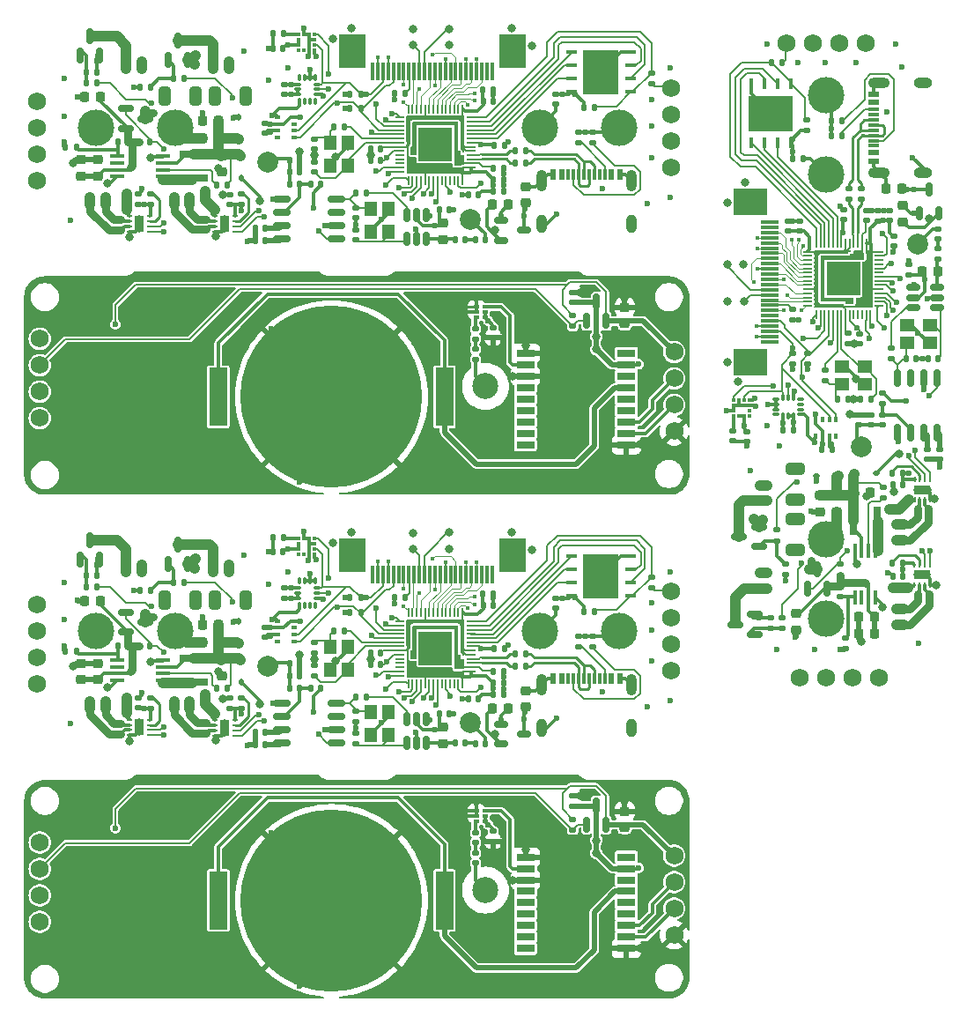
<source format=gbr>
%TF.GenerationSoftware,KiCad,Pcbnew,8.0.2*%
%TF.CreationDate,2024-05-13T13:54:00+09:00*%
%TF.ProjectId,ikafly_rev1a_p,696b6166-6c79-45f7-9265-7631615f702e,rev?*%
%TF.SameCoordinates,Original*%
%TF.FileFunction,Copper,L1,Top*%
%TF.FilePolarity,Positive*%
%FSLAX46Y46*%
G04 Gerber Fmt 4.6, Leading zero omitted, Abs format (unit mm)*
G04 Created by KiCad (PCBNEW 8.0.2) date 2024-05-13 13:54:00*
%MOMM*%
%LPD*%
G01*
G04 APERTURE LIST*
G04 Aperture macros list*
%AMRoundRect*
0 Rectangle with rounded corners*
0 $1 Rounding radius*
0 $2 $3 $4 $5 $6 $7 $8 $9 X,Y pos of 4 corners*
0 Add a 4 corners polygon primitive as box body*
4,1,4,$2,$3,$4,$5,$6,$7,$8,$9,$2,$3,0*
0 Add four circle primitives for the rounded corners*
1,1,$1+$1,$2,$3*
1,1,$1+$1,$4,$5*
1,1,$1+$1,$6,$7*
1,1,$1+$1,$8,$9*
0 Add four rect primitives between the rounded corners*
20,1,$1+$1,$2,$3,$4,$5,0*
20,1,$1+$1,$4,$5,$6,$7,0*
20,1,$1+$1,$6,$7,$8,$9,0*
20,1,$1+$1,$8,$9,$2,$3,0*%
G04 Aperture macros list end*
%TA.AperFunction,SMDPad,CuDef*%
%ADD10RoundRect,0.140000X-0.170000X0.140000X-0.170000X-0.140000X0.170000X-0.140000X0.170000X0.140000X0*%
%TD*%
%TA.AperFunction,SMDPad,CuDef*%
%ADD11RoundRect,0.135000X0.185000X-0.135000X0.185000X0.135000X-0.185000X0.135000X-0.185000X-0.135000X0*%
%TD*%
%TA.AperFunction,SMDPad,CuDef*%
%ADD12RoundRect,0.135000X0.135000X0.185000X-0.135000X0.185000X-0.135000X-0.185000X0.135000X-0.185000X0*%
%TD*%
%TA.AperFunction,SMDPad,CuDef*%
%ADD13RoundRect,0.225000X-0.250000X0.225000X-0.250000X-0.225000X0.250000X-0.225000X0.250000X0.225000X0*%
%TD*%
%TA.AperFunction,SMDPad,CuDef*%
%ADD14R,3.200000X2.500000*%
%TD*%
%TA.AperFunction,SMDPad,CuDef*%
%ADD15R,1.800000X0.350000*%
%TD*%
%TA.AperFunction,SMDPad,CuDef*%
%ADD16RoundRect,0.140000X0.170000X-0.140000X0.170000X0.140000X-0.170000X0.140000X-0.170000X-0.140000X0*%
%TD*%
%TA.AperFunction,ComponentPad*%
%ADD17C,2.000000*%
%TD*%
%TA.AperFunction,SMDPad,CuDef*%
%ADD18RoundRect,0.150000X0.150000X-0.512500X0.150000X0.512500X-0.150000X0.512500X-0.150000X-0.512500X0*%
%TD*%
%TA.AperFunction,SMDPad,CuDef*%
%ADD19RoundRect,0.050000X-0.387500X-0.050000X0.387500X-0.050000X0.387500X0.050000X-0.387500X0.050000X0*%
%TD*%
%TA.AperFunction,SMDPad,CuDef*%
%ADD20RoundRect,0.050000X-0.050000X-0.387500X0.050000X-0.387500X0.050000X0.387500X-0.050000X0.387500X0*%
%TD*%
%TA.AperFunction,SMDPad,CuDef*%
%ADD21R,3.200000X3.200000*%
%TD*%
%TA.AperFunction,SMDPad,CuDef*%
%ADD22RoundRect,0.135000X-0.185000X0.135000X-0.185000X-0.135000X0.185000X-0.135000X0.185000X0.135000X0*%
%TD*%
%TA.AperFunction,SMDPad,CuDef*%
%ADD23RoundRect,0.140000X0.140000X0.170000X-0.140000X0.170000X-0.140000X-0.170000X0.140000X-0.170000X0*%
%TD*%
%TA.AperFunction,SMDPad,CuDef*%
%ADD24RoundRect,0.150000X0.512500X0.150000X-0.512500X0.150000X-0.512500X-0.150000X0.512500X-0.150000X0*%
%TD*%
%TA.AperFunction,SMDPad,CuDef*%
%ADD25RoundRect,0.150000X0.150000X-0.587500X0.150000X0.587500X-0.150000X0.587500X-0.150000X-0.587500X0*%
%TD*%
%TA.AperFunction,SMDPad,CuDef*%
%ADD26RoundRect,0.150000X0.587500X0.150000X-0.587500X0.150000X-0.587500X-0.150000X0.587500X-0.150000X0*%
%TD*%
%TA.AperFunction,ComponentPad*%
%ADD27O,1.730000X1.030000*%
%TD*%
%TA.AperFunction,ComponentPad*%
%ADD28C,1.750000*%
%TD*%
%TA.AperFunction,SMDPad,CuDef*%
%ADD29R,1.140000X0.600000*%
%TD*%
%TA.AperFunction,SMDPad,CuDef*%
%ADD30R,1.140000X0.300000*%
%TD*%
%TA.AperFunction,ComponentPad*%
%ADD31O,2.100000X1.000000*%
%TD*%
%TA.AperFunction,ComponentPad*%
%ADD32O,1.800000X1.000000*%
%TD*%
%TA.AperFunction,SMDPad,CuDef*%
%ADD33R,0.450000X1.050000*%
%TD*%
%TA.AperFunction,SMDPad,CuDef*%
%ADD34R,4.350000X3.450000*%
%TD*%
%TA.AperFunction,SMDPad,CuDef*%
%ADD35R,0.250000X0.500000*%
%TD*%
%TA.AperFunction,SMDPad,CuDef*%
%ADD36R,1.600000X0.900000*%
%TD*%
%TA.AperFunction,SMDPad,CuDef*%
%ADD37RoundRect,0.147500X0.172500X-0.147500X0.172500X0.147500X-0.172500X0.147500X-0.172500X-0.147500X0*%
%TD*%
%TA.AperFunction,SMDPad,CuDef*%
%ADD38RoundRect,0.140000X-0.140000X-0.170000X0.140000X-0.170000X0.140000X0.170000X-0.140000X0.170000X0*%
%TD*%
%TA.AperFunction,SMDPad,CuDef*%
%ADD39R,0.350000X0.500000*%
%TD*%
%TA.AperFunction,SMDPad,CuDef*%
%ADD40RoundRect,0.250000X-0.650000X0.325000X-0.650000X-0.325000X0.650000X-0.325000X0.650000X0.325000X0*%
%TD*%
%TA.AperFunction,SMDPad,CuDef*%
%ADD41R,0.450000X1.425000*%
%TD*%
%TA.AperFunction,SMDPad,CuDef*%
%ADD42RoundRect,0.147500X-0.172500X0.147500X-0.172500X-0.147500X0.172500X-0.147500X0.172500X0.147500X0*%
%TD*%
%TA.AperFunction,SMDPad,CuDef*%
%ADD43RoundRect,0.150000X0.150000X-0.675000X0.150000X0.675000X-0.150000X0.675000X-0.150000X-0.675000X0*%
%TD*%
%TA.AperFunction,SMDPad,CuDef*%
%ADD44RoundRect,0.225000X0.250000X-0.225000X0.250000X0.225000X-0.250000X0.225000X-0.250000X-0.225000X0*%
%TD*%
%TA.AperFunction,SMDPad,CuDef*%
%ADD45RoundRect,0.225000X-0.225000X-0.250000X0.225000X-0.250000X0.225000X0.250000X-0.225000X0.250000X0*%
%TD*%
%TA.AperFunction,SMDPad,CuDef*%
%ADD46R,1.400000X1.200000*%
%TD*%
%TA.AperFunction,SMDPad,CuDef*%
%ADD47RoundRect,0.218750X0.256250X-0.218750X0.256250X0.218750X-0.256250X0.218750X-0.256250X-0.218750X0*%
%TD*%
%TA.AperFunction,SMDPad,CuDef*%
%ADD48R,0.375000X0.350000*%
%TD*%
%TA.AperFunction,SMDPad,CuDef*%
%ADD49R,0.350000X0.375000*%
%TD*%
%TA.AperFunction,SMDPad,CuDef*%
%ADD50RoundRect,0.225000X0.225000X0.250000X-0.225000X0.250000X-0.225000X-0.250000X0.225000X-0.250000X0*%
%TD*%
%TA.AperFunction,ComponentPad*%
%ADD51C,3.500000*%
%TD*%
%TA.AperFunction,SMDPad,CuDef*%
%ADD52RoundRect,0.112500X0.187500X0.112500X-0.187500X0.112500X-0.187500X-0.112500X0.187500X-0.112500X0*%
%TD*%
%TA.AperFunction,SMDPad,CuDef*%
%ADD53RoundRect,0.218750X-0.218750X-0.256250X0.218750X-0.256250X0.218750X0.256250X-0.218750X0.256250X0*%
%TD*%
%TA.AperFunction,SMDPad,CuDef*%
%ADD54RoundRect,0.087500X-0.225000X-0.087500X0.225000X-0.087500X0.225000X0.087500X-0.225000X0.087500X0*%
%TD*%
%TA.AperFunction,SMDPad,CuDef*%
%ADD55RoundRect,0.087500X-0.087500X-0.225000X0.087500X-0.225000X0.087500X0.225000X-0.087500X0.225000X0*%
%TD*%
%TA.AperFunction,SMDPad,CuDef*%
%ADD56R,0.800000X2.700000*%
%TD*%
%TA.AperFunction,SMDPad,CuDef*%
%ADD57RoundRect,0.112500X-0.187500X-0.112500X0.187500X-0.112500X0.187500X0.112500X-0.187500X0.112500X0*%
%TD*%
%TA.AperFunction,SMDPad,CuDef*%
%ADD58RoundRect,0.135000X-0.135000X-0.185000X0.135000X-0.185000X0.135000X0.185000X-0.135000X0.185000X0*%
%TD*%
%TA.AperFunction,SMDPad,CuDef*%
%ADD59R,2.500000X3.200000*%
%TD*%
%TA.AperFunction,SMDPad,CuDef*%
%ADD60R,0.350000X1.800000*%
%TD*%
%TA.AperFunction,SMDPad,CuDef*%
%ADD61RoundRect,0.150000X-0.512500X-0.150000X0.512500X-0.150000X0.512500X0.150000X-0.512500X0.150000X0*%
%TD*%
%TA.AperFunction,SMDPad,CuDef*%
%ADD62RoundRect,0.050000X-0.050000X0.387500X-0.050000X-0.387500X0.050000X-0.387500X0.050000X0.387500X0*%
%TD*%
%TA.AperFunction,SMDPad,CuDef*%
%ADD63RoundRect,0.050000X-0.387500X0.050000X-0.387500X-0.050000X0.387500X-0.050000X0.387500X0.050000X0*%
%TD*%
%TA.AperFunction,SMDPad,CuDef*%
%ADD64R,1.750000X5.600000*%
%TD*%
%TA.AperFunction,SMDPad,CuDef*%
%ADD65C,17.500000*%
%TD*%
%TA.AperFunction,SMDPad,CuDef*%
%ADD66RoundRect,0.150000X-0.587500X-0.150000X0.587500X-0.150000X0.587500X0.150000X-0.587500X0.150000X0*%
%TD*%
%TA.AperFunction,ComponentPad*%
%ADD67O,1.030000X1.730000*%
%TD*%
%TA.AperFunction,SMDPad,CuDef*%
%ADD68R,0.600000X1.140000*%
%TD*%
%TA.AperFunction,SMDPad,CuDef*%
%ADD69R,0.300000X1.140000*%
%TD*%
%TA.AperFunction,ComponentPad*%
%ADD70O,1.000000X2.100000*%
%TD*%
%TA.AperFunction,ComponentPad*%
%ADD71O,1.000000X1.800000*%
%TD*%
%TA.AperFunction,SMDPad,CuDef*%
%ADD72R,1.050000X0.450000*%
%TD*%
%TA.AperFunction,SMDPad,CuDef*%
%ADD73R,3.450000X4.350000*%
%TD*%
%TA.AperFunction,SMDPad,CuDef*%
%ADD74R,0.500000X0.250000*%
%TD*%
%TA.AperFunction,SMDPad,CuDef*%
%ADD75R,0.900000X1.600000*%
%TD*%
%TA.AperFunction,SMDPad,CuDef*%
%ADD76R,0.600000X0.300000*%
%TD*%
%TA.AperFunction,SMDPad,CuDef*%
%ADD77RoundRect,0.147500X-0.147500X-0.172500X0.147500X-0.172500X0.147500X0.172500X-0.147500X0.172500X0*%
%TD*%
%TA.AperFunction,SMDPad,CuDef*%
%ADD78R,0.500000X0.350000*%
%TD*%
%TA.AperFunction,SMDPad,CuDef*%
%ADD79RoundRect,0.250000X0.325000X0.650000X-0.325000X0.650000X-0.325000X-0.650000X0.325000X-0.650000X0*%
%TD*%
%TA.AperFunction,SMDPad,CuDef*%
%ADD80R,1.425000X0.450000*%
%TD*%
%TA.AperFunction,SMDPad,CuDef*%
%ADD81RoundRect,0.147500X0.147500X0.172500X-0.147500X0.172500X-0.147500X-0.172500X0.147500X-0.172500X0*%
%TD*%
%TA.AperFunction,SMDPad,CuDef*%
%ADD82RoundRect,0.150000X-0.675000X-0.150000X0.675000X-0.150000X0.675000X0.150000X-0.675000X0.150000X0*%
%TD*%
%TA.AperFunction,SMDPad,CuDef*%
%ADD83R,1.200000X1.400000*%
%TD*%
%TA.AperFunction,SMDPad,CuDef*%
%ADD84RoundRect,0.112500X0.112500X-0.187500X0.112500X0.187500X-0.112500X0.187500X-0.112500X-0.187500X0*%
%TD*%
%TA.AperFunction,SMDPad,CuDef*%
%ADD85RoundRect,0.218750X-0.256250X0.218750X-0.256250X-0.218750X0.256250X-0.218750X0.256250X0.218750X0*%
%TD*%
%TA.AperFunction,SMDPad,CuDef*%
%ADD86RoundRect,0.087500X-0.087500X0.225000X-0.087500X-0.225000X0.087500X-0.225000X0.087500X0.225000X0*%
%TD*%
%TA.AperFunction,SMDPad,CuDef*%
%ADD87RoundRect,0.087500X-0.225000X0.087500X-0.225000X-0.087500X0.225000X-0.087500X0.225000X0.087500X0*%
%TD*%
%TA.AperFunction,SMDPad,CuDef*%
%ADD88R,2.700000X0.800000*%
%TD*%
%TA.AperFunction,SMDPad,CuDef*%
%ADD89R,1.800000X0.800000*%
%TD*%
%TA.AperFunction,ComponentPad*%
%ADD90C,2.500000*%
%TD*%
%TA.AperFunction,SMDPad,CuDef*%
%ADD91RoundRect,0.112500X-0.112500X0.187500X-0.112500X-0.187500X0.112500X-0.187500X0.112500X0.187500X0*%
%TD*%
%TA.AperFunction,ViaPad*%
%ADD92C,0.800000*%
%TD*%
%TA.AperFunction,ViaPad*%
%ADD93C,0.600000*%
%TD*%
%TA.AperFunction,ViaPad*%
%ADD94C,0.450000*%
%TD*%
%TA.AperFunction,Conductor*%
%ADD95C,0.160000*%
%TD*%
%TA.AperFunction,Conductor*%
%ADD96C,0.350000*%
%TD*%
%TA.AperFunction,Conductor*%
%ADD97C,0.300000*%
%TD*%
%TA.AperFunction,Conductor*%
%ADD98C,0.500000*%
%TD*%
%TA.AperFunction,Conductor*%
%ADD99C,0.250000*%
%TD*%
%TA.AperFunction,Conductor*%
%ADD100C,0.200000*%
%TD*%
%TA.AperFunction,Conductor*%
%ADD101C,0.280000*%
%TD*%
%TA.AperFunction,Conductor*%
%ADD102C,1.000000*%
%TD*%
%TA.AperFunction,Conductor*%
%ADD103C,0.800000*%
%TD*%
%TA.AperFunction,Conductor*%
%ADD104C,0.120000*%
%TD*%
G04 APERTURE END LIST*
D10*
%TO.P,C25,1*%
%TO.N,N/C*%
X146300000Y-79490000D03*
%TO.P,C25,2*%
X146300000Y-80450000D03*
%TD*%
D11*
%TO.P,R4,1*%
%TO.N,N/C*%
X153850000Y-74580000D03*
%TO.P,R4,2*%
X153850000Y-73560000D03*
%TD*%
%TO.P,R9,1*%
%TO.N,N/C*%
X152100000Y-73030000D03*
%TO.P,R9,2*%
X152100000Y-72010000D03*
%TD*%
D12*
%TO.P,R10,1*%
%TO.N,N/C*%
X155410000Y-49670000D03*
%TO.P,R10,2*%
X154390000Y-49670000D03*
%TD*%
D13*
%TO.P,C39,1*%
%TO.N,N/C*%
X153300000Y-85645000D03*
%TO.P,C39,2*%
X153300000Y-87195000D03*
%TD*%
D14*
%TO.P,J8,*%
%TO.N,*%
X146600000Y-72820000D03*
X146600000Y-57420000D03*
D15*
%TO.P,J8,1,STROEB*%
%TO.N,N/C*%
X148500000Y-70870000D03*
%TO.P,J8,2,AGND*%
X148500000Y-70370000D03*
%TO.P,J8,3,SIO_D*%
X148500000Y-69870000D03*
%TO.P,J8,4,AVDD*%
X148500000Y-69370000D03*
%TO.P,J8,5,SIO_C*%
X148500000Y-68870000D03*
%TO.P,J8,6,RESET*%
X148500000Y-68370000D03*
%TO.P,J8,7,VSYNC*%
X148500000Y-67870000D03*
%TO.P,J8,8,PWDN*%
X148500000Y-67370000D03*
%TO.P,J8,9,HREF*%
X148500000Y-66870000D03*
%TO.P,J8,10,DVDD*%
X148500000Y-66370000D03*
%TO.P,J8,11,DOVDD*%
X148500000Y-65870000D03*
%TO.P,J8,12,Y9*%
X148500000Y-65370000D03*
%TO.P,J8,13,MCLK*%
X148500000Y-64870000D03*
%TO.P,J8,14,Y8*%
X148500000Y-64370000D03*
%TO.P,J8,15,DGND*%
X148500000Y-63870000D03*
%TO.P,J8,16,Y7*%
X148500000Y-63370000D03*
%TO.P,J8,17,PCLK*%
X148500000Y-62870000D03*
%TO.P,J8,18,Y6*%
X148500000Y-62370000D03*
%TO.P,J8,19,Y2*%
X148500000Y-61870000D03*
%TO.P,J8,20,Y5*%
X148500000Y-61370000D03*
%TO.P,J8,21,Y3*%
X148500000Y-60870000D03*
%TO.P,J8,22,Y4*%
X148500000Y-60370000D03*
%TO.P,J8,23,Y1*%
X148500000Y-59870000D03*
%TO.P,J8,24,Y0*%
X148500000Y-59370000D03*
%TD*%
D16*
%TO.P,C10,1*%
%TO.N,N/C*%
X158900000Y-59250000D03*
%TO.P,C10,2*%
X158900000Y-58290000D03*
%TD*%
D17*
%TO.P,AE2,1,A*%
%TO.N,N/C*%
X157250000Y-80970000D03*
%TD*%
D11*
%TO.P,R21,1*%
%TO.N,N/C*%
X155300000Y-93280000D03*
%TO.P,R21,2*%
X155300000Y-92260000D03*
%TD*%
D16*
%TO.P,C28,1*%
%TO.N,N/C*%
X159350000Y-78850000D03*
%TO.P,C28,2*%
X159350000Y-77890000D03*
%TD*%
D18*
%TO.P,IC12,1,GND*%
%TO.N,N/C*%
X162850000Y-58545000D03*
%TO.P,IC12,2,VO*%
X164750000Y-58545000D03*
%TO.P,IC12,3,VI*%
X163800000Y-56270000D03*
%TD*%
D19*
%TO.P,IC2,1,IOVDD*%
%TO.N,N/C*%
X152125000Y-62220000D03*
%TO.P,IC2,2,GPIO0*%
X152125000Y-62620000D03*
%TO.P,IC2,3,GPIO1*%
X152125000Y-63020000D03*
%TO.P,IC2,4,GPIO2*%
X152125000Y-63420000D03*
%TO.P,IC2,5,GPIO3*%
X152125000Y-63820000D03*
%TO.P,IC2,6,GPIO4*%
X152125000Y-64220000D03*
%TO.P,IC2,7,GPIO5*%
X152125000Y-64620000D03*
%TO.P,IC2,8,GPIO6*%
X152125000Y-65020000D03*
%TO.P,IC2,9,GPIO7*%
X152125000Y-65420000D03*
%TO.P,IC2,10,IOVDD*%
X152125000Y-65820000D03*
%TO.P,IC2,11,GPIO8*%
X152125000Y-66220000D03*
%TO.P,IC2,12,GPIO9*%
X152125000Y-66620000D03*
%TO.P,IC2,13,GPIO10*%
X152125000Y-67020000D03*
%TO.P,IC2,14,GPIO11*%
X152125000Y-67420000D03*
D20*
%TO.P,IC2,15,GPIO12*%
X152962500Y-68257500D03*
%TO.P,IC2,16,GPIO13*%
X153362500Y-68257500D03*
%TO.P,IC2,17,GPIO14*%
X153762500Y-68257500D03*
%TO.P,IC2,18,GPIO15*%
X154162500Y-68257500D03*
%TO.P,IC2,19,TESTEN*%
X154562500Y-68257500D03*
%TO.P,IC2,20,XIN*%
X154962500Y-68257500D03*
%TO.P,IC2,21,XOUT*%
X155362500Y-68257500D03*
%TO.P,IC2,22,IOVDD*%
X155762500Y-68257500D03*
%TO.P,IC2,23,DVDD*%
X156162500Y-68257500D03*
%TO.P,IC2,24,SWCLK*%
X156562500Y-68257500D03*
%TO.P,IC2,25,SWD*%
X156962500Y-68257500D03*
%TO.P,IC2,26,RUN*%
X157362500Y-68257500D03*
%TO.P,IC2,27,GPIO16*%
X157762500Y-68257500D03*
%TO.P,IC2,28,GPIO17*%
X158162500Y-68257500D03*
D19*
%TO.P,IC2,29,GPIO18*%
X159000000Y-67420000D03*
%TO.P,IC2,30,GPIO19*%
X159000000Y-67020000D03*
%TO.P,IC2,31,GPIO20*%
X159000000Y-66620000D03*
%TO.P,IC2,32,GPIO21*%
X159000000Y-66220000D03*
%TO.P,IC2,33,IOVDD*%
X159000000Y-65820000D03*
%TO.P,IC2,34,GPIO22*%
X159000000Y-65420000D03*
%TO.P,IC2,35,GPIO23*%
X159000000Y-65020000D03*
%TO.P,IC2,36,GPIO24*%
X159000000Y-64620000D03*
%TO.P,IC2,37,GPIO25*%
X159000000Y-64220000D03*
%TO.P,IC2,38,GPIO26_ADC0*%
X159000000Y-63820000D03*
%TO.P,IC2,39,GPIO27_ADC1*%
X159000000Y-63420000D03*
%TO.P,IC2,40,GPIO28_ADC2*%
X159000000Y-63020000D03*
%TO.P,IC2,41,GPIO29_ADC3*%
X159000000Y-62620000D03*
%TO.P,IC2,42,IOVDD*%
X159000000Y-62220000D03*
D20*
%TO.P,IC2,43,ADC_AVDD*%
X158162500Y-61382500D03*
%TO.P,IC2,44,VREG_IN*%
X157762500Y-61382500D03*
%TO.P,IC2,45,VREG_VOUT*%
X157362500Y-61382500D03*
%TO.P,IC2,46,USB_DM*%
X156962500Y-61382500D03*
%TO.P,IC2,47,USB_DP*%
X156562500Y-61382500D03*
%TO.P,IC2,48,USB_VDD*%
X156162500Y-61382500D03*
%TO.P,IC2,49,IOVDD*%
X155762500Y-61382500D03*
%TO.P,IC2,50,DVDD*%
X155362500Y-61382500D03*
%TO.P,IC2,51,QSPI_SD3*%
X154962500Y-61382500D03*
%TO.P,IC2,52,QSPI_SCLK*%
X154562500Y-61382500D03*
%TO.P,IC2,53,QSPI_SD0*%
X154162500Y-61382500D03*
%TO.P,IC2,54,QSPI_SD2*%
X153762500Y-61382500D03*
%TO.P,IC2,55,QSPI_SD1*%
X153362500Y-61382500D03*
%TO.P,IC2,56,QSPI_SS*%
X152962500Y-61382500D03*
D21*
%TO.P,IC2,57,GND*%
X155562500Y-64820000D03*
%TD*%
D22*
%TO.P,R19,1*%
%TO.N,N/C*%
X149200000Y-88960000D03*
%TO.P,R19,2*%
X149200000Y-89980000D03*
%TD*%
D17*
%TO.P,AE3,1,A*%
%TO.N,N/C*%
X162700000Y-61470000D03*
%TD*%
D23*
%TO.P,C32,1*%
%TO.N,N/C*%
X164680000Y-72460000D03*
%TO.P,C32,2*%
X163720000Y-72460000D03*
%TD*%
%TO.P,C46,1*%
%TO.N,N/C*%
X161300000Y-84570000D03*
%TO.P,C46,2*%
X160340000Y-84570000D03*
%TD*%
D24*
%TO.P,IC11,1,XOUT*%
%TO.N,N/C*%
X164600000Y-67570000D03*
%TO.P,IC11,2,VSS*%
X164600000Y-66620000D03*
%TO.P,IC11,3,PAOUT*%
X164600000Y-65670000D03*
%TO.P,IC11,4,DIN*%
X162325000Y-65670000D03*
%TO.P,IC11,5,VDD*%
X162325000Y-66620000D03*
%TO.P,IC11,6,XIN*%
X162325000Y-67570000D03*
%TD*%
D11*
%TO.P,R15,1*%
%TO.N,N/C*%
X150650000Y-68780000D03*
%TO.P,R15,2*%
X150650000Y-67760000D03*
%TD*%
D22*
%TO.P,R2,1*%
%TO.N,N/C*%
X157300000Y-56160000D03*
%TO.P,R2,2*%
X157300000Y-57180000D03*
%TD*%
D25*
%TO.P,Q3,1,G*%
%TO.N,N/C*%
X152100000Y-94607500D03*
%TO.P,Q3,2,S*%
X154000000Y-94607500D03*
%TO.P,Q3,3,D*%
X153050000Y-92732500D03*
%TD*%
D26*
%TO.P,Q2,1,G*%
%TO.N,N/C*%
X147435000Y-90550000D03*
%TO.P,Q2,2,S*%
X147435000Y-88650000D03*
%TO.P,Q2,3,D*%
X145560000Y-89600000D03*
%TD*%
D16*
%TO.P,C7,1*%
%TO.N,N/C*%
X160000000Y-59230000D03*
%TO.P,C7,2*%
X160000000Y-58270000D03*
%TD*%
D22*
%TO.P,R1,1*%
%TO.N,N/C*%
X156100000Y-56160000D03*
%TO.P,R1,2*%
X156100000Y-57180000D03*
%TD*%
D10*
%TO.P,C31,1*%
%TO.N,N/C*%
X164662500Y-61940000D03*
%TO.P,C31,2*%
X164662500Y-62900000D03*
%TD*%
D22*
%TO.P,R24,1*%
%TO.N,N/C*%
X155800000Y-99360000D03*
%TO.P,R24,2*%
X155800000Y-100380000D03*
%TD*%
D10*
%TO.P,C30,1*%
%TO.N,N/C*%
X164800000Y-81190000D03*
%TO.P,C30,2*%
X164800000Y-82150000D03*
%TD*%
D27*
%TO.P,J1,1,Pin_1*%
%TO.N,N/C*%
X161000000Y-96522500D03*
%TO.P,J1,2,Pin_2*%
X161000000Y-98022500D03*
%TD*%
D28*
%TO.P,J5,1,Pin_1*%
%TO.N,N/C*%
X151365000Y-103170000D03*
%TO.P,J5,2,Pin_2*%
X153905000Y-103170000D03*
%TO.P,J5,3,Pin_3*%
X156445000Y-103170000D03*
%TO.P,J5,4,Pin_4*%
X158985000Y-103170000D03*
%TO.P,J5,5,Pin_5*%
X150095000Y-42170000D03*
%TO.P,J5,6,Pin_6*%
X152635000Y-42170000D03*
%TO.P,J5,7,Pin_7*%
X155175000Y-42170000D03*
%TO.P,J5,8,Pin_8*%
X157715000Y-42170000D03*
%TD*%
D12*
%TO.P,R27,1*%
%TO.N,N/C*%
X161310000Y-92170000D03*
%TO.P,R27,2*%
X160290000Y-92170000D03*
%TD*%
D11*
%TO.P,R26,1*%
%TO.N,N/C*%
X148570000Y-98400000D03*
%TO.P,R26,2*%
X148570000Y-97380000D03*
%TD*%
D29*
%TO.P,J6,1,A1-B12_GND*%
%TO.N,N/C*%
X158450000Y-53490000D03*
%TO.P,J6,2,A4-B9_VBUS*%
X158450000Y-52690000D03*
D30*
%TO.P,J6,3,B8_SBU2*%
X158450000Y-52040000D03*
%TO.P,J6,4,A5_CC1*%
X158450000Y-51540000D03*
%TO.P,J6,5,B7_DN2*%
X158450000Y-51040000D03*
%TO.P,J6,6,A6_DP1*%
X158450000Y-50540000D03*
%TO.P,J6,7,A7_DN1*%
X158450000Y-50040000D03*
%TO.P,J6,8,B6_DP2*%
X158450000Y-49540000D03*
%TO.P,J6,9,A8_SBU1*%
X158450000Y-49040000D03*
%TO.P,J6,10,B5_CC2*%
X158450000Y-48540000D03*
D29*
%TO.P,J6,11,A9-B4_VBUS*%
X158450000Y-47890000D03*
%TO.P,J6,12,A12-B1_GND*%
X158450000Y-47090000D03*
D31*
%TO.P,J6,S,SHIELD*%
X159020000Y-54610000D03*
D32*
X163200000Y-54610000D03*
D31*
X159020000Y-45970000D03*
D32*
X163200000Y-45970000D03*
%TD*%
D27*
%TO.P,J3,1,Pin_1*%
%TO.N,N/C*%
X147900000Y-94570000D03*
%TO.P,J3,2,Pin_2*%
X147900000Y-93070000D03*
%TD*%
D26*
%TO.P,Q4,1,G*%
%TO.N,N/C*%
X147020000Y-98980000D03*
%TO.P,Q4,2,S*%
X147020000Y-97080000D03*
%TO.P,Q4,3,D*%
X145145000Y-98030000D03*
%TD*%
D33*
%TO.P,IC1,1,~{CS}*%
%TO.N,N/C*%
X150500000Y-46070000D03*
%TO.P,IC1,2,DO_(IO1)*%
X149230000Y-46070000D03*
%TO.P,IC1,3,~{WP_(IO2)}*%
X147960000Y-46070000D03*
%TO.P,IC1,4,GND*%
X146690000Y-46070000D03*
%TO.P,IC1,5,DI_(IO0)*%
X146690000Y-51770000D03*
%TO.P,IC1,6,CLK*%
X147960000Y-51770000D03*
%TO.P,IC1,7,~{RESET_(IO3)}*%
X149230000Y-51770000D03*
%TO.P,IC1,8,VCC*%
X150500000Y-51770000D03*
D34*
%TO.P,IC1,9,EP*%
X148595000Y-48920000D03*
%TD*%
D35*
%TO.P,IC13,1,VM*%
%TO.N,N/C*%
X162400000Y-94220000D03*
%TO.P,IC13,2,OUT1*%
X162900000Y-94220000D03*
%TO.P,IC13,3,OUT2*%
X163400000Y-94220000D03*
%TO.P,IC13,4,GND*%
X163900000Y-94220000D03*
%TO.P,IC13,5,IN2*%
X163900000Y-92320000D03*
%TO.P,IC13,6,IN1*%
X163400000Y-92320000D03*
%TO.P,IC13,7,~{SLEEP}*%
X162900000Y-92320000D03*
%TO.P,IC13,8,VCC*%
X162400000Y-92320000D03*
D36*
%TO.P,IC13,9,GND*%
X163150000Y-93270000D03*
%TD*%
D22*
%TO.P,R25,1*%
%TO.N,N/C*%
X149630000Y-97370000D03*
%TO.P,R25,2*%
X149630000Y-98390000D03*
%TD*%
D37*
%TO.P,L3,1,1*%
%TO.N,N/C*%
X159350000Y-76805000D03*
%TO.P,L3,2,2*%
X159350000Y-75835000D03*
%TD*%
%TO.P,L2,1,1*%
%TO.N,N/C*%
X157050000Y-78855000D03*
%TO.P,L2,2,2*%
X157050000Y-77885000D03*
%TD*%
D10*
%TO.P,C8,1*%
%TO.N,N/C*%
X156000000Y-70070000D03*
%TO.P,C8,2*%
X156000000Y-71030000D03*
%TD*%
%TO.P,C29,1*%
%TO.N,N/C*%
X163600000Y-81190000D03*
%TO.P,C29,2*%
X163600000Y-82150000D03*
%TD*%
D38*
%TO.P,C11,1*%
%TO.N,N/C*%
X150720000Y-53270000D03*
%TO.P,C11,2*%
X151680000Y-53270000D03*
%TD*%
D22*
%TO.P,R23,1*%
%TO.N,N/C*%
X155300000Y-94350000D03*
%TO.P,R23,2*%
X155300000Y-95370000D03*
%TD*%
D39*
%TO.P,IC9,1,GND*%
%TO.N,N/C*%
X152919057Y-78375000D03*
%TO.P,IC9,2,CSB*%
X153569057Y-78375000D03*
%TO.P,IC9,3,SDA*%
X154219057Y-78375000D03*
%TO.P,IC9,4,SCL*%
X154869057Y-78375000D03*
%TO.P,IC9,5,SDO*%
X154859057Y-79975000D03*
%TO.P,IC9,6,VDDIO*%
X154209057Y-79975000D03*
%TO.P,IC9,7,GND*%
X153559057Y-79975000D03*
%TO.P,IC9,8,VDD*%
X152909057Y-79975000D03*
%TD*%
D16*
%TO.P,C24,1*%
%TO.N,N/C*%
X144900000Y-80400000D03*
%TO.P,C24,2*%
X144900000Y-79440000D03*
%TD*%
D23*
%TO.P,C44,1*%
%TO.N,N/C*%
X161280000Y-93370000D03*
%TO.P,C44,2*%
X160320000Y-93370000D03*
%TD*%
D40*
%TO.P,C38,1*%
%TO.N,N/C*%
X150900000Y-83070000D03*
%TO.P,C38,2*%
X150900000Y-86020000D03*
%TD*%
D10*
%TO.P,C12,1*%
%TO.N,N/C*%
X160400000Y-60690000D03*
%TO.P,C12,2*%
X160400000Y-61650000D03*
%TD*%
D40*
%TO.P,C37,1*%
%TO.N,N/C*%
X150900000Y-87920000D03*
%TO.P,C37,2*%
X150900000Y-90870000D03*
%TD*%
D16*
%TO.P,C33,1*%
%TO.N,N/C*%
X161850000Y-64430000D03*
%TO.P,C33,2*%
X161850000Y-63470000D03*
%TD*%
%TO.P,C27,1*%
%TO.N,N/C*%
X158200000Y-78850000D03*
%TO.P,C27,2*%
X158200000Y-77890000D03*
%TD*%
D23*
%TO.P,C23,1*%
%TO.N,N/C*%
X150730000Y-79320000D03*
%TO.P,C23,2*%
X149770000Y-79320000D03*
%TD*%
D41*
%TO.P,PS1,1,LX*%
%TO.N,N/C*%
X158625000Y-90983000D03*
%TO.P,PS1,2,EN*%
X157975000Y-90983000D03*
%TO.P,PS1,3,VIN*%
X157325000Y-90983000D03*
%TO.P,PS1,4,AGND*%
X156675000Y-90983000D03*
%TO.P,PS1,5,FB*%
X156675000Y-95407000D03*
%TO.P,PS1,6,RSET*%
X157325000Y-95407000D03*
%TO.P,PS1,7,OUT*%
X157975000Y-95407000D03*
%TO.P,PS1,8,PGND*%
X158625000Y-95407000D03*
%TD*%
D38*
%TO.P,C34,1*%
%TO.N,N/C*%
X161600000Y-72460000D03*
%TO.P,C34,2*%
X162560000Y-72460000D03*
%TD*%
D22*
%TO.P,R22,1*%
%TO.N,N/C*%
X159400000Y-84860000D03*
%TO.P,R22,2*%
X159400000Y-85880000D03*
%TD*%
D13*
%TO.P,C41,1*%
%TO.N,N/C*%
X151000000Y-96995000D03*
%TO.P,C41,2*%
X151000000Y-98545000D03*
%TD*%
D16*
%TO.P,C3,1*%
%TO.N,N/C*%
X155600000Y-59150000D03*
%TO.P,C3,2*%
X155600000Y-58190000D03*
%TD*%
D42*
%TO.P,L4,1,1*%
%TO.N,N/C*%
X164680000Y-60025000D03*
%TO.P,L4,2,2*%
X164680000Y-60995000D03*
%TD*%
D43*
%TO.P,IC10,1,GND*%
%TO.N,N/C*%
X160790000Y-79595000D03*
%TO.P,IC10,2,ANT*%
X162060000Y-79595000D03*
%TO.P,IC10,3,VDD*%
X163330000Y-79595000D03*
%TO.P,IC10,4,CTH*%
X164600000Y-79595000D03*
%TO.P,IC10,5,DO*%
X164600000Y-74345000D03*
%TO.P,IC10,6,SHUT*%
X163330000Y-74345000D03*
%TO.P,IC10,7,NC*%
X162060000Y-74345000D03*
%TO.P,IC10,8,RefOsc*%
X160790000Y-74345000D03*
%TD*%
D27*
%TO.P,J2,1,Pin_1*%
%TO.N,N/C*%
X161000000Y-88452500D03*
%TO.P,J2,2,Pin_2*%
X161000000Y-89952500D03*
%TD*%
D23*
%TO.P,C26,1*%
%TO.N,N/C*%
X154480000Y-81220000D03*
%TO.P,C26,2*%
X153520000Y-81220000D03*
%TD*%
D16*
%TO.P,C6,1*%
%TO.N,N/C*%
X151400000Y-60230000D03*
%TO.P,C6,2*%
X151400000Y-59270000D03*
%TD*%
D44*
%TO.P,C36,1*%
%TO.N,N/C*%
X161300000Y-59345000D03*
%TO.P,C36,2*%
X161300000Y-57795000D03*
%TD*%
D11*
%TO.P,R5,1*%
%TO.N,N/C*%
X152000000Y-50580000D03*
%TO.P,R5,2*%
X152000000Y-49560000D03*
%TD*%
D45*
%TO.P,C40,1*%
%TO.N,N/C*%
X156625000Y-85370000D03*
%TO.P,C40,2*%
X158175000Y-85370000D03*
%TD*%
D11*
%TO.P,R8,1*%
%TO.N,N/C*%
X150700000Y-73030000D03*
%TO.P,R8,2*%
X150700000Y-72010000D03*
%TD*%
D12*
%TO.P,R3,1*%
%TO.N,N/C*%
X149710000Y-44070000D03*
%TO.P,R3,2*%
X148690000Y-44070000D03*
%TD*%
D46*
%TO.P,Y2,1,1*%
%TO.N,N/C*%
X163900000Y-69310000D03*
%TO.P,Y2,2,2*%
X161700000Y-69310000D03*
%TO.P,Y2,3,3*%
X161700000Y-71010000D03*
%TO.P,Y2,4,4*%
X163900000Y-71010000D03*
%TD*%
D35*
%TO.P,IC14,1,VM*%
%TO.N,N/C*%
X162420000Y-86020000D03*
%TO.P,IC14,2,OUT1*%
X162920000Y-86020000D03*
%TO.P,IC14,3,OUT2*%
X163420000Y-86020000D03*
%TO.P,IC14,4,GND*%
X163920000Y-86020000D03*
%TO.P,IC14,5,IN2*%
X163920000Y-84120000D03*
%TO.P,IC14,6,IN1*%
X163420000Y-84120000D03*
%TO.P,IC14,7,~{SLEEP}*%
X162920000Y-84120000D03*
%TO.P,IC14,8,VCC*%
X162420000Y-84120000D03*
D36*
%TO.P,IC14,9,GND*%
X163170000Y-85070000D03*
%TD*%
D47*
%TO.P,F1,1*%
%TO.N,N/C*%
X154950000Y-87207500D03*
%TO.P,F1,2*%
X154950000Y-85632500D03*
%TD*%
D46*
%TO.P,Y1,1,1*%
%TO.N,N/C*%
X155400000Y-74970000D03*
%TO.P,Y1,2,2*%
X157600000Y-74970000D03*
%TO.P,Y1,3,3*%
X157600000Y-73270000D03*
%TO.P,Y1,4,4*%
X155400000Y-73270000D03*
%TD*%
D12*
%TO.P,R28,1*%
%TO.N,N/C*%
X161310000Y-83470000D03*
%TO.P,R28,2*%
X160290000Y-83470000D03*
%TD*%
D48*
%TO.P,IC8,1,SCL*%
%TO.N,N/C*%
X144987500Y-76482500D03*
%TO.P,IC8,2,Reserved*%
X144987500Y-76982500D03*
%TO.P,IC8,3,GND*%
X144987500Y-77482500D03*
%TO.P,IC8,4,C1*%
X144987500Y-77982500D03*
D49*
%TO.P,IC8,5,Vdd*%
X145500000Y-77995000D03*
%TO.P,IC8,6,Vdd_IO*%
X146000000Y-77995000D03*
D48*
%TO.P,IC8,7,INT*%
X146512500Y-77982500D03*
%TO.P,IC8,8,DRDY*%
X146512500Y-77482500D03*
%TO.P,IC8,9,SDO_SA1*%
X146512500Y-76982500D03*
%TO.P,IC8,10,CS*%
X146512500Y-76482500D03*
D49*
%TO.P,IC8,11,SDA_SDI_SDO*%
X146000000Y-76470000D03*
%TO.P,IC8,12,Reserved*%
X145500000Y-76470000D03*
%TD*%
D12*
%TO.P,R11,1*%
%TO.N,N/C*%
X155410000Y-51070000D03*
%TO.P,R11,2*%
X154390000Y-51070000D03*
%TD*%
D16*
%TO.P,C4,1*%
%TO.N,N/C*%
X157800000Y-59230000D03*
%TO.P,C4,2*%
X157800000Y-58270000D03*
%TD*%
D10*
%TO.P,C5,1*%
%TO.N,N/C*%
X157100000Y-70090000D03*
%TO.P,C5,2*%
X157100000Y-71050000D03*
%TD*%
D50*
%TO.P,C42,1*%
%TO.N,N/C*%
X158575000Y-97270000D03*
%TO.P,C42,2*%
X157025000Y-97270000D03*
%TD*%
D51*
%TO.P,BT1,1,+*%
%TO.N,N/C*%
X153900000Y-97470000D03*
X153900000Y-89820000D03*
%TO.P,BT1,2,-*%
X153900000Y-54820000D03*
X153900000Y-47170000D03*
%TD*%
D52*
%TO.P,D3,1,K*%
%TO.N,N/C*%
X155050000Y-83770000D03*
%TO.P,D3,2,A*%
X152950000Y-83770000D03*
%TD*%
D53*
%TO.P,L5,1,1*%
%TO.N,N/C*%
X163112500Y-64120000D03*
%TO.P,L5,2,2*%
X164687500Y-64120000D03*
%TD*%
D54*
%TO.P,IC7,1,ADO/SA0*%
%TO.N,N/C*%
X149087500Y-76370000D03*
%TO.P,IC7,2,SDX*%
X149087500Y-76870000D03*
%TO.P,IC7,3,SCX*%
X149087500Y-77370000D03*
%TO.P,IC7,4,INT1*%
X149087500Y-77870000D03*
D55*
%TO.P,IC7,5,VDDIO*%
X149750000Y-78032500D03*
%TO.P,IC7,6,GND_1*%
X150250000Y-78032500D03*
%TO.P,IC7,7,GND_2*%
X150750000Y-78032500D03*
D54*
%TO.P,IC7,8,VDD*%
X151412500Y-77870000D03*
%TO.P,IC7,9,INT2*%
X151412500Y-77370000D03*
%TO.P,IC7,10,NC_1*%
X151412500Y-76870000D03*
%TO.P,IC7,11,NC_2*%
X151412500Y-76370000D03*
D55*
%TO.P,IC7,12,CS*%
X150750000Y-76207500D03*
%TO.P,IC7,13,SCL*%
X150250000Y-76207500D03*
%TO.P,IC7,14,SDA*%
X149750000Y-76207500D03*
%TD*%
D27*
%TO.P,J4,1,Pin_1*%
%TO.N,N/C*%
X147900000Y-86157500D03*
%TO.P,J4,2,Pin_2*%
X147900000Y-84657500D03*
%TD*%
D16*
%TO.P,C9,1*%
%TO.N,N/C*%
X150300000Y-60250000D03*
%TO.P,C9,2*%
X150300000Y-59290000D03*
%TD*%
D50*
%TO.P,C43,1*%
%TO.N,N/C*%
X158575000Y-98870000D03*
%TO.P,C43,2*%
X157025000Y-98870000D03*
%TD*%
D22*
%TO.P,R20,1*%
%TO.N,N/C*%
X150000000Y-92230000D03*
%TO.P,R20,2*%
X150000000Y-93250000D03*
%TD*%
D56*
%TO.P,L6,1,1*%
%TO.N,N/C*%
X156500000Y-88095000D03*
%TO.P,L6,2,2*%
X158800000Y-88095000D03*
%TD*%
D11*
%TO.P,R16,1*%
%TO.N,N/C*%
X160200000Y-72470000D03*
%TO.P,R16,2*%
X160200000Y-71450000D03*
%TD*%
D50*
%TO.P,C35,1*%
%TO.N,N/C*%
X161175000Y-56170000D03*
%TO.P,C35,2*%
X159625000Y-56170000D03*
%TD*%
D57*
%TO.P,D4,1,K*%
%TO.N,N/C*%
X156650000Y-83470000D03*
%TO.P,D4,2,A*%
X158750000Y-83470000D03*
%TD*%
D38*
%TO.P,C2,1*%
%TO.N,N/C*%
X157220000Y-76420000D03*
%TO.P,C2,2*%
X158180000Y-76420000D03*
%TD*%
D23*
%TO.P,C1,1*%
%TO.N,N/C*%
X155980000Y-76420000D03*
%TO.P,C1,2*%
X155020000Y-76420000D03*
%TD*%
%TO.P,C25,1*%
%TO.N,N/C*%
X101680000Y-91075000D03*
%TO.P,C25,2*%
X100720000Y-91075000D03*
%TD*%
D58*
%TO.P,R4,1*%
%TO.N,N/C*%
X106590000Y-98625000D03*
%TO.P,R4,2*%
X107610000Y-98625000D03*
%TD*%
%TO.P,R9,1*%
%TO.N,N/C*%
X108140000Y-96875000D03*
%TO.P,R9,2*%
X109160000Y-96875000D03*
%TD*%
D11*
%TO.P,R10,1*%
%TO.N,N/C*%
X131500000Y-100185000D03*
%TO.P,R10,2*%
X131500000Y-99165000D03*
%TD*%
D50*
%TO.P,C39,1*%
%TO.N,N/C*%
X95525000Y-98075000D03*
%TO.P,C39,2*%
X93975000Y-98075000D03*
%TD*%
D59*
%TO.P,J8,*%
%TO.N,*%
X108350000Y-91375000D03*
X123750000Y-91375000D03*
D60*
%TO.P,J8,1,STROEB*%
%TO.N,N/C*%
X110300000Y-93275000D03*
%TO.P,J8,2,AGND*%
X110800000Y-93275000D03*
%TO.P,J8,3,SIO_D*%
X111300000Y-93275000D03*
%TO.P,J8,4,AVDD*%
X111800000Y-93275000D03*
%TO.P,J8,5,SIO_C*%
X112300000Y-93275000D03*
%TO.P,J8,6,RESET*%
X112800000Y-93275000D03*
%TO.P,J8,7,VSYNC*%
X113300000Y-93275000D03*
%TO.P,J8,8,PWDN*%
X113800000Y-93275000D03*
%TO.P,J8,9,HREF*%
X114300000Y-93275000D03*
%TO.P,J8,10,DVDD*%
X114800000Y-93275000D03*
%TO.P,J8,11,DOVDD*%
X115300000Y-93275000D03*
%TO.P,J8,12,Y9*%
X115800000Y-93275000D03*
%TO.P,J8,13,MCLK*%
X116300000Y-93275000D03*
%TO.P,J8,14,Y8*%
X116800000Y-93275000D03*
%TO.P,J8,15,DGND*%
X117300000Y-93275000D03*
%TO.P,J8,16,Y7*%
X117800000Y-93275000D03*
%TO.P,J8,17,PCLK*%
X118300000Y-93275000D03*
%TO.P,J8,18,Y6*%
X118800000Y-93275000D03*
%TO.P,J8,19,Y2*%
X119300000Y-93275000D03*
%TO.P,J8,20,Y5*%
X119800000Y-93275000D03*
%TO.P,J8,21,Y3*%
X120300000Y-93275000D03*
%TO.P,J8,22,Y4*%
X120800000Y-93275000D03*
%TO.P,J8,23,Y1*%
X121300000Y-93275000D03*
%TO.P,J8,24,Y0*%
X121800000Y-93275000D03*
%TD*%
D38*
%TO.P,C10,1*%
%TO.N,N/C*%
X121920000Y-103675000D03*
%TO.P,C10,2*%
X122880000Y-103675000D03*
%TD*%
D17*
%TO.P,AE2,1,A*%
%TO.N,N/C*%
X100200000Y-102025000D03*
%TD*%
D58*
%TO.P,R21,1*%
%TO.N,N/C*%
X87890000Y-100075000D03*
%TO.P,R21,2*%
X88910000Y-100075000D03*
%TD*%
D38*
%TO.P,C28,1*%
%TO.N,N/C*%
X102320000Y-104125000D03*
%TO.P,C28,2*%
X103280000Y-104125000D03*
%TD*%
D61*
%TO.P,IC12,1,GND*%
%TO.N,N/C*%
X122625000Y-107625000D03*
%TO.P,IC12,2,VO*%
X122625000Y-109525000D03*
%TO.P,IC12,3,VI*%
X124900000Y-108575000D03*
%TD*%
D62*
%TO.P,IC2,1,IOVDD*%
%TO.N,N/C*%
X118950000Y-96900000D03*
%TO.P,IC2,2,GPIO0*%
X118550000Y-96900000D03*
%TO.P,IC2,3,GPIO1*%
X118150000Y-96900000D03*
%TO.P,IC2,4,GPIO2*%
X117750000Y-96900000D03*
%TO.P,IC2,5,GPIO3*%
X117350000Y-96900000D03*
%TO.P,IC2,6,GPIO4*%
X116950000Y-96900000D03*
%TO.P,IC2,7,GPIO5*%
X116550000Y-96900000D03*
%TO.P,IC2,8,GPIO6*%
X116150000Y-96900000D03*
%TO.P,IC2,9,GPIO7*%
X115750000Y-96900000D03*
%TO.P,IC2,10,IOVDD*%
X115350000Y-96900000D03*
%TO.P,IC2,11,GPIO8*%
X114950000Y-96900000D03*
%TO.P,IC2,12,GPIO9*%
X114550000Y-96900000D03*
%TO.P,IC2,13,GPIO10*%
X114150000Y-96900000D03*
%TO.P,IC2,14,GPIO11*%
X113750000Y-96900000D03*
D63*
%TO.P,IC2,15,GPIO12*%
X112912500Y-97737500D03*
%TO.P,IC2,16,GPIO13*%
X112912500Y-98137500D03*
%TO.P,IC2,17,GPIO14*%
X112912500Y-98537500D03*
%TO.P,IC2,18,GPIO15*%
X112912500Y-98937500D03*
%TO.P,IC2,19,TESTEN*%
X112912500Y-99337500D03*
%TO.P,IC2,20,XIN*%
X112912500Y-99737500D03*
%TO.P,IC2,21,XOUT*%
X112912500Y-100137500D03*
%TO.P,IC2,22,IOVDD*%
X112912500Y-100537500D03*
%TO.P,IC2,23,DVDD*%
X112912500Y-100937500D03*
%TO.P,IC2,24,SWCLK*%
X112912500Y-101337500D03*
%TO.P,IC2,25,SWD*%
X112912500Y-101737500D03*
%TO.P,IC2,26,RUN*%
X112912500Y-102137500D03*
%TO.P,IC2,27,GPIO16*%
X112912500Y-102537500D03*
%TO.P,IC2,28,GPIO17*%
X112912500Y-102937500D03*
D62*
%TO.P,IC2,29,GPIO18*%
X113750000Y-103775000D03*
%TO.P,IC2,30,GPIO19*%
X114150000Y-103775000D03*
%TO.P,IC2,31,GPIO20*%
X114550000Y-103775000D03*
%TO.P,IC2,32,GPIO21*%
X114950000Y-103775000D03*
%TO.P,IC2,33,IOVDD*%
X115350000Y-103775000D03*
%TO.P,IC2,34,GPIO22*%
X115750000Y-103775000D03*
%TO.P,IC2,35,GPIO23*%
X116150000Y-103775000D03*
%TO.P,IC2,36,GPIO24*%
X116550000Y-103775000D03*
%TO.P,IC2,37,GPIO25*%
X116950000Y-103775000D03*
%TO.P,IC2,38,GPIO26_ADC0*%
X117350000Y-103775000D03*
%TO.P,IC2,39,GPIO27_ADC1*%
X117750000Y-103775000D03*
%TO.P,IC2,40,GPIO28_ADC2*%
X118150000Y-103775000D03*
%TO.P,IC2,41,GPIO29_ADC3*%
X118550000Y-103775000D03*
%TO.P,IC2,42,IOVDD*%
X118950000Y-103775000D03*
D63*
%TO.P,IC2,43,ADC_AVDD*%
X119787500Y-102937500D03*
%TO.P,IC2,44,VREG_IN*%
X119787500Y-102537500D03*
%TO.P,IC2,45,VREG_VOUT*%
X119787500Y-102137500D03*
%TO.P,IC2,46,USB_DM*%
X119787500Y-101737500D03*
%TO.P,IC2,47,USB_DP*%
X119787500Y-101337500D03*
%TO.P,IC2,48,USB_VDD*%
X119787500Y-100937500D03*
%TO.P,IC2,49,IOVDD*%
X119787500Y-100537500D03*
%TO.P,IC2,50,DVDD*%
X119787500Y-100137500D03*
%TO.P,IC2,51,QSPI_SD3*%
X119787500Y-99737500D03*
%TO.P,IC2,52,QSPI_SCLK*%
X119787500Y-99337500D03*
%TO.P,IC2,53,QSPI_SD0*%
X119787500Y-98937500D03*
%TO.P,IC2,54,QSPI_SD2*%
X119787500Y-98537500D03*
%TO.P,IC2,55,QSPI_SD1*%
X119787500Y-98137500D03*
%TO.P,IC2,56,QSPI_SS*%
X119787500Y-97737500D03*
D21*
%TO.P,IC2,57,GND*%
X116350000Y-100337500D03*
%TD*%
D12*
%TO.P,R19,1*%
%TO.N,N/C*%
X92210000Y-93975000D03*
%TO.P,R19,2*%
X91190000Y-93975000D03*
%TD*%
D17*
%TO.P,AE3,1,A*%
%TO.N,N/C*%
X119700000Y-107475000D03*
%TD*%
D16*
%TO.P,C32,1*%
%TO.N,N/C*%
X108710000Y-109455000D03*
%TO.P,C32,2*%
X108710000Y-108495000D03*
%TD*%
D64*
%TO.P,BT2,1,+*%
%TO.N,N/C*%
X95475000Y-124555000D03*
X117225000Y-124555000D03*
D65*
%TO.P,BT2,2,-*%
X106350000Y-124555000D03*
%TD*%
D16*
%TO.P,C46,1*%
%TO.N,N/C*%
X96600000Y-106075000D03*
%TO.P,C46,2*%
X96600000Y-105115000D03*
%TD*%
D18*
%TO.P,IC11,1,XOUT*%
%TO.N,N/C*%
X113600000Y-109375000D03*
%TO.P,IC11,2,VSS*%
X114550000Y-109375000D03*
%TO.P,IC11,3,PAOUT*%
X115500000Y-109375000D03*
%TO.P,IC11,4,DIN*%
X115500000Y-107100000D03*
%TO.P,IC11,5,VDD*%
X114550000Y-107100000D03*
%TO.P,IC11,6,XIN*%
X113600000Y-107100000D03*
%TD*%
D58*
%TO.P,R15,1*%
%TO.N,N/C*%
X112390000Y-95425000D03*
%TO.P,R15,2*%
X113410000Y-95425000D03*
%TD*%
D12*
%TO.P,R2,1*%
%TO.N,N/C*%
X125010000Y-102075000D03*
%TO.P,R2,2*%
X123990000Y-102075000D03*
%TD*%
D66*
%TO.P,Q3,1,G*%
%TO.N,N/C*%
X86562500Y-96875000D03*
%TO.P,Q3,2,S*%
X86562500Y-98775000D03*
%TO.P,Q3,3,D*%
X88437500Y-97825000D03*
%TD*%
D25*
%TO.P,Q2,1,G*%
%TO.N,N/C*%
X90620000Y-92210000D03*
%TO.P,Q2,2,S*%
X92520000Y-92210000D03*
%TO.P,Q2,3,D*%
X91570000Y-90335000D03*
%TD*%
D38*
%TO.P,C7,1*%
%TO.N,N/C*%
X121940000Y-104775000D03*
%TO.P,C7,2*%
X122900000Y-104775000D03*
%TD*%
D22*
%TO.P,R12,1*%
%TO.N,N/C*%
X129550000Y-116765000D03*
%TO.P,R12,2*%
X129550000Y-117785000D03*
%TD*%
D16*
%TO.P,C15,1*%
%TO.N,N/C*%
X129550000Y-115485000D03*
%TO.P,C15,2*%
X129550000Y-114525000D03*
%TD*%
D12*
%TO.P,R1,1*%
%TO.N,N/C*%
X125010000Y-100875000D03*
%TO.P,R1,2*%
X123990000Y-100875000D03*
%TD*%
D23*
%TO.P,C31,1*%
%TO.N,N/C*%
X119230000Y-109437500D03*
%TO.P,C31,2*%
X118270000Y-109437500D03*
%TD*%
D12*
%TO.P,R24,1*%
%TO.N,N/C*%
X81810000Y-100575000D03*
%TO.P,R24,2*%
X80790000Y-100575000D03*
%TD*%
D23*
%TO.P,C30,1*%
%TO.N,N/C*%
X99980000Y-109575000D03*
%TO.P,C30,2*%
X99020000Y-109575000D03*
%TD*%
D67*
%TO.P,J1,1,Pin_1*%
%TO.N,N/C*%
X84647500Y-105775000D03*
%TO.P,J1,2,Pin_2*%
X83147500Y-105775000D03*
%TD*%
D28*
%TO.P,J5,1,Pin_1*%
%TO.N,N/C*%
X78000000Y-96140000D03*
%TO.P,J5,2,Pin_2*%
X78000000Y-98680000D03*
%TO.P,J5,3,Pin_3*%
X78000000Y-101220000D03*
%TO.P,J5,4,Pin_4*%
X78000000Y-103760000D03*
%TO.P,J5,5,Pin_5*%
X139000000Y-94870000D03*
%TO.P,J5,6,Pin_6*%
X139000000Y-97410000D03*
%TO.P,J5,7,Pin_7*%
X139000000Y-99950000D03*
%TO.P,J5,8,Pin_8*%
X139000000Y-102490000D03*
%TD*%
D11*
%TO.P,R27,1*%
%TO.N,N/C*%
X89000000Y-106085000D03*
%TO.P,R27,2*%
X89000000Y-105065000D03*
%TD*%
D58*
%TO.P,R26,1*%
%TO.N,N/C*%
X82770000Y-93345000D03*
%TO.P,R26,2*%
X83790000Y-93345000D03*
%TD*%
D68*
%TO.P,J6,1,A1-B12_GND*%
%TO.N,N/C*%
X127680000Y-103225000D03*
%TO.P,J6,2,A4-B9_VBUS*%
X128480000Y-103225000D03*
D69*
%TO.P,J6,3,B8_SBU2*%
X129130000Y-103225000D03*
%TO.P,J6,4,A5_CC1*%
X129630000Y-103225000D03*
%TO.P,J6,5,B7_DN2*%
X130130000Y-103225000D03*
%TO.P,J6,6,A6_DP1*%
X130630000Y-103225000D03*
%TO.P,J6,7,A7_DN1*%
X131130000Y-103225000D03*
%TO.P,J6,8,B6_DP2*%
X131630000Y-103225000D03*
%TO.P,J6,9,A8_SBU1*%
X132130000Y-103225000D03*
%TO.P,J6,10,B5_CC2*%
X132630000Y-103225000D03*
D68*
%TO.P,J6,11,A9-B4_VBUS*%
X133280000Y-103225000D03*
%TO.P,J6,12,A12-B1_GND*%
X134080000Y-103225000D03*
D70*
%TO.P,J6,S,SHIELD*%
X126560000Y-103795000D03*
D71*
X126560000Y-107975000D03*
D70*
X135200000Y-103795000D03*
D71*
X135200000Y-107975000D03*
%TD*%
D67*
%TO.P,J3,1,Pin_1*%
%TO.N,N/C*%
X86600000Y-92675000D03*
%TO.P,J3,2,Pin_2*%
X88100000Y-92675000D03*
%TD*%
D25*
%TO.P,Q4,1,G*%
%TO.N,N/C*%
X82190000Y-91795000D03*
%TO.P,Q4,2,S*%
X84090000Y-91795000D03*
%TO.P,Q4,3,D*%
X83140000Y-89920000D03*
%TD*%
D44*
%TO.P,C16,1*%
%TO.N,N/C*%
X134550000Y-117525000D03*
%TO.P,C16,2*%
X134550000Y-115975000D03*
%TD*%
D72*
%TO.P,IC1,1,~{CS}*%
%TO.N,N/C*%
X135100000Y-95275000D03*
%TO.P,IC1,2,DO_(IO1)*%
X135100000Y-94005000D03*
%TO.P,IC1,3,~{WP_(IO2)}*%
X135100000Y-92735000D03*
%TO.P,IC1,4,GND*%
X135100000Y-91465000D03*
%TO.P,IC1,5,DI_(IO0)*%
X129400000Y-91465000D03*
%TO.P,IC1,6,CLK*%
X129400000Y-92735000D03*
%TO.P,IC1,7,~{RESET_(IO3)}*%
X129400000Y-94005000D03*
%TO.P,IC1,8,VCC*%
X129400000Y-95275000D03*
D73*
%TO.P,IC1,9,EP*%
X132250000Y-93370000D03*
%TD*%
D74*
%TO.P,IC13,1,VM*%
%TO.N,N/C*%
X86950000Y-107175000D03*
%TO.P,IC13,2,OUT1*%
X86950000Y-107675000D03*
%TO.P,IC13,3,OUT2*%
X86950000Y-108175000D03*
%TO.P,IC13,4,GND*%
X86950000Y-108675000D03*
%TO.P,IC13,5,IN2*%
X88850000Y-108675000D03*
%TO.P,IC13,6,IN1*%
X88850000Y-108175000D03*
%TO.P,IC13,7,~{SLEEP}*%
X88850000Y-107675000D03*
%TO.P,IC13,8,VCC*%
X88850000Y-107175000D03*
D75*
%TO.P,IC13,9,GND*%
X87900000Y-107925000D03*
%TD*%
D12*
%TO.P,R25,1*%
%TO.N,N/C*%
X83800000Y-94405000D03*
%TO.P,R25,2*%
X82780000Y-94405000D03*
%TD*%
D76*
%TO.P,IC3,1,GND*%
%TO.N,N/C*%
X120280000Y-115937500D03*
%TO.P,IC3,2,GND*%
X120280000Y-116427500D03*
%TO.P,IC3,3,RFIN*%
X120280000Y-116947500D03*
%TO.P,IC3,4,VDD*%
X121120000Y-116937500D03*
%TO.P,IC3,5,~{STDN}*%
X121120000Y-116437500D03*
%TO.P,IC3,6,RFOUT*%
X121120000Y-115937500D03*
%TD*%
D77*
%TO.P,L3,1,1*%
%TO.N,N/C*%
X104365000Y-104125000D03*
%TO.P,L3,2,2*%
X105335000Y-104125000D03*
%TD*%
%TO.P,L2,1,1*%
%TO.N,N/C*%
X102315000Y-101825000D03*
%TO.P,L2,2,2*%
X103285000Y-101825000D03*
%TD*%
D23*
%TO.P,C8,1*%
%TO.N,N/C*%
X111100000Y-100775000D03*
%TO.P,C8,2*%
X110140000Y-100775000D03*
%TD*%
%TO.P,C29,1*%
%TO.N,N/C*%
X99980000Y-108375000D03*
%TO.P,C29,2*%
X99020000Y-108375000D03*
%TD*%
D10*
%TO.P,C11,1*%
%TO.N,N/C*%
X127900000Y-95495000D03*
%TO.P,C11,2*%
X127900000Y-96455000D03*
%TD*%
D12*
%TO.P,R23,1*%
%TO.N,N/C*%
X86820000Y-100075000D03*
%TO.P,R23,2*%
X85800000Y-100075000D03*
%TD*%
D78*
%TO.P,IC9,1,GND*%
%TO.N,N/C*%
X102795000Y-97694057D03*
%TO.P,IC9,2,CSB*%
X102795000Y-98344057D03*
%TO.P,IC9,3,SDA*%
X102795000Y-98994057D03*
%TO.P,IC9,4,SCL*%
X102795000Y-99644057D03*
%TO.P,IC9,5,SDO*%
X101195000Y-99634057D03*
%TO.P,IC9,6,VDDIO*%
X101195000Y-98984057D03*
%TO.P,IC9,7,GND*%
X101195000Y-98334057D03*
%TO.P,IC9,8,VDD*%
X101195000Y-97684057D03*
%TD*%
D38*
%TO.P,C24,1*%
%TO.N,N/C*%
X100770000Y-89675000D03*
%TO.P,C24,2*%
X101730000Y-89675000D03*
%TD*%
D16*
%TO.P,C44,1*%
%TO.N,N/C*%
X87800000Y-106055000D03*
%TO.P,C44,2*%
X87800000Y-105095000D03*
%TD*%
%TO.P,C13,1*%
%TO.N,N/C*%
X120200000Y-120955000D03*
%TO.P,C13,2*%
X120200000Y-119995000D03*
%TD*%
D79*
%TO.P,C38,1*%
%TO.N,N/C*%
X98100000Y-95675000D03*
%TO.P,C38,2*%
X95150000Y-95675000D03*
%TD*%
D23*
%TO.P,C12,1*%
%TO.N,N/C*%
X120480000Y-105175000D03*
%TO.P,C12,2*%
X119520000Y-105175000D03*
%TD*%
D79*
%TO.P,C37,1*%
%TO.N,N/C*%
X93250000Y-95675000D03*
%TO.P,C37,2*%
X90300000Y-95675000D03*
%TD*%
D38*
%TO.P,C33,1*%
%TO.N,N/C*%
X116740000Y-106625000D03*
%TO.P,C33,2*%
X117700000Y-106625000D03*
%TD*%
%TO.P,C27,1*%
%TO.N,N/C*%
X102320000Y-102975000D03*
%TO.P,C27,2*%
X103280000Y-102975000D03*
%TD*%
D16*
%TO.P,C23,1*%
%TO.N,N/C*%
X101850000Y-95505000D03*
%TO.P,C23,2*%
X101850000Y-94545000D03*
%TD*%
D37*
%TO.P,L1,1,1*%
%TO.N,N/C*%
X120200000Y-118995000D03*
%TO.P,L1,2,2*%
X120200000Y-118025000D03*
%TD*%
D80*
%TO.P,PS1,1,LX*%
%TO.N,N/C*%
X90187000Y-103400000D03*
%TO.P,PS1,2,EN*%
X90187000Y-102750000D03*
%TO.P,PS1,3,VIN*%
X90187000Y-102100000D03*
%TO.P,PS1,4,AGND*%
X90187000Y-101450000D03*
%TO.P,PS1,5,FB*%
X85763000Y-101450000D03*
%TO.P,PS1,6,RSET*%
X85763000Y-102100000D03*
%TO.P,PS1,7,OUT*%
X85763000Y-102750000D03*
%TO.P,PS1,8,PGND*%
X85763000Y-103400000D03*
%TD*%
D10*
%TO.P,C34,1*%
%TO.N,N/C*%
X108710000Y-106375000D03*
%TO.P,C34,2*%
X108710000Y-107335000D03*
%TD*%
D12*
%TO.P,R22,1*%
%TO.N,N/C*%
X96310000Y-104175000D03*
%TO.P,R22,2*%
X95290000Y-104175000D03*
%TD*%
D50*
%TO.P,C41,1*%
%TO.N,N/C*%
X84175000Y-95775000D03*
%TO.P,C41,2*%
X82625000Y-95775000D03*
%TD*%
D38*
%TO.P,C3,1*%
%TO.N,N/C*%
X122020000Y-100375000D03*
%TO.P,C3,2*%
X122980000Y-100375000D03*
%TD*%
D81*
%TO.P,L4,1,1*%
%TO.N,N/C*%
X121145000Y-109455000D03*
%TO.P,L4,2,2*%
X120175000Y-109455000D03*
%TD*%
D82*
%TO.P,IC10,1,GND*%
%TO.N,N/C*%
X101575000Y-105565000D03*
%TO.P,IC10,2,ANT*%
X101575000Y-106835000D03*
%TO.P,IC10,3,VDD*%
X101575000Y-108105000D03*
%TO.P,IC10,4,CTH*%
X101575000Y-109375000D03*
%TO.P,IC10,5,DO*%
X106825000Y-109375000D03*
%TO.P,IC10,6,SHUT*%
X106825000Y-108105000D03*
%TO.P,IC10,7,NC*%
X106825000Y-106835000D03*
%TO.P,IC10,8,RefOsc*%
X106825000Y-105565000D03*
%TD*%
D67*
%TO.P,J2,1,Pin_1*%
%TO.N,N/C*%
X92717500Y-105775000D03*
%TO.P,J2,2,Pin_2*%
X91217500Y-105775000D03*
%TD*%
D16*
%TO.P,C26,1*%
%TO.N,N/C*%
X99950000Y-99255000D03*
%TO.P,C26,2*%
X99950000Y-98295000D03*
%TD*%
D38*
%TO.P,C6,1*%
%TO.N,N/C*%
X120940000Y-96175000D03*
%TO.P,C6,2*%
X121900000Y-96175000D03*
%TD*%
D45*
%TO.P,C36,1*%
%TO.N,N/C*%
X121825000Y-106075000D03*
%TO.P,C36,2*%
X123375000Y-106075000D03*
%TD*%
D58*
%TO.P,R5,1*%
%TO.N,N/C*%
X130590000Y-96775000D03*
%TO.P,R5,2*%
X131610000Y-96775000D03*
%TD*%
D13*
%TO.P,C40,1*%
%TO.N,N/C*%
X95800000Y-101400000D03*
%TO.P,C40,2*%
X95800000Y-102950000D03*
%TD*%
D58*
%TO.P,R8,1*%
%TO.N,N/C*%
X108140000Y-95475000D03*
%TO.P,R8,2*%
X109160000Y-95475000D03*
%TD*%
D11*
%TO.P,R3,1*%
%TO.N,N/C*%
X137100000Y-94485000D03*
%TO.P,R3,2*%
X137100000Y-93465000D03*
%TD*%
D83*
%TO.P,Y2,1,1*%
%TO.N,N/C*%
X111860000Y-108675000D03*
%TO.P,Y2,2,2*%
X111860000Y-106475000D03*
%TO.P,Y2,3,3*%
X110160000Y-106475000D03*
%TO.P,Y2,4,4*%
X110160000Y-108675000D03*
%TD*%
D74*
%TO.P,IC14,1,VM*%
%TO.N,N/C*%
X95150000Y-107195000D03*
%TO.P,IC14,2,OUT1*%
X95150000Y-107695000D03*
%TO.P,IC14,3,OUT2*%
X95150000Y-108195000D03*
%TO.P,IC14,4,GND*%
X95150000Y-108695000D03*
%TO.P,IC14,5,IN2*%
X97050000Y-108695000D03*
%TO.P,IC14,6,IN1*%
X97050000Y-108195000D03*
%TO.P,IC14,7,~{SLEEP}*%
X97050000Y-107695000D03*
%TO.P,IC14,8,VCC*%
X97050000Y-107195000D03*
D75*
%TO.P,IC14,9,GND*%
X96100000Y-107945000D03*
%TD*%
D53*
%TO.P,F1,1*%
%TO.N,N/C*%
X93962500Y-99725000D03*
%TO.P,F1,2*%
X95537500Y-99725000D03*
%TD*%
D83*
%TO.P,Y1,1,1*%
%TO.N,N/C*%
X106200000Y-100175000D03*
%TO.P,Y1,2,2*%
X106200000Y-102375000D03*
%TO.P,Y1,3,3*%
X107900000Y-102375000D03*
%TO.P,Y1,4,4*%
X107900000Y-100175000D03*
%TD*%
D11*
%TO.P,R28,1*%
%TO.N,N/C*%
X97700000Y-106085000D03*
%TO.P,R28,2*%
X97700000Y-105065000D03*
%TD*%
D49*
%TO.P,IC8,1,SCL*%
%TO.N,N/C*%
X104687500Y-89762500D03*
%TO.P,IC8,2,Reserved*%
X104187500Y-89762500D03*
%TO.P,IC8,3,GND*%
X103687500Y-89762500D03*
%TO.P,IC8,4,C1*%
X103187500Y-89762500D03*
D48*
%TO.P,IC8,5,Vdd*%
X103175000Y-90275000D03*
%TO.P,IC8,6,Vdd_IO*%
X103175000Y-90775000D03*
D49*
%TO.P,IC8,7,INT*%
X103187500Y-91287500D03*
%TO.P,IC8,8,DRDY*%
X103687500Y-91287500D03*
%TO.P,IC8,9,SDO_SA1*%
X104187500Y-91287500D03*
%TO.P,IC8,10,CS*%
X104687500Y-91287500D03*
D48*
%TO.P,IC8,11,SDA_SDI_SDO*%
X104700000Y-90775000D03*
%TO.P,IC8,12,Reserved*%
X104700000Y-90275000D03*
%TD*%
D25*
%TO.P,Q1,1,G*%
%TO.N,N/C*%
X130870000Y-117275000D03*
%TO.P,Q1,2,S*%
X132770000Y-117275000D03*
%TO.P,Q1,3,D*%
X131820000Y-115400000D03*
%TD*%
D11*
%TO.P,R11,1*%
%TO.N,N/C*%
X130100000Y-100185000D03*
%TO.P,R11,2*%
X130100000Y-99165000D03*
%TD*%
D38*
%TO.P,C4,1*%
%TO.N,N/C*%
X121940000Y-102575000D03*
%TO.P,C4,2*%
X122900000Y-102575000D03*
%TD*%
D23*
%TO.P,C5,1*%
%TO.N,N/C*%
X111080000Y-101875000D03*
%TO.P,C5,2*%
X110120000Y-101875000D03*
%TD*%
D44*
%TO.P,C42,1*%
%TO.N,N/C*%
X83900000Y-103350000D03*
%TO.P,C42,2*%
X83900000Y-101800000D03*
%TD*%
D51*
%TO.P,BT1,1,+*%
%TO.N,N/C*%
X83700000Y-98675000D03*
X91350000Y-98675000D03*
%TO.P,BT1,2,-*%
X126350000Y-98675000D03*
X134000000Y-98675000D03*
%TD*%
D28*
%TO.P,J7,1,Pin_1*%
%TO.N,N/C*%
X139300000Y-120245000D03*
%TO.P,J7,2,Pin_2*%
X139300000Y-122785000D03*
%TO.P,J7,3,Pin_3*%
X139300000Y-125325000D03*
%TO.P,J7,4,Pin_4*%
X139300000Y-127865000D03*
%TO.P,J7,5,Pin_5*%
X78300000Y-118975000D03*
%TO.P,J7,6,Pin_6*%
X78300000Y-121515000D03*
%TO.P,J7,7,Pin_7*%
X78300000Y-124055000D03*
%TO.P,J7,8,Pin_8*%
X78300000Y-126595000D03*
%TD*%
D84*
%TO.P,D3,1,K*%
%TO.N,N/C*%
X97400000Y-99825000D03*
%TO.P,D3,2,A*%
X97400000Y-97725000D03*
%TD*%
D85*
%TO.P,L5,1,1*%
%TO.N,N/C*%
X117050000Y-107887500D03*
%TO.P,L5,2,2*%
X117050000Y-109462500D03*
%TD*%
D86*
%TO.P,IC7,1,ADO/SA0*%
%TO.N,N/C*%
X104800000Y-93862500D03*
%TO.P,IC7,2,SDX*%
X104300000Y-93862500D03*
%TO.P,IC7,3,SCX*%
X103800000Y-93862500D03*
%TO.P,IC7,4,INT1*%
X103300000Y-93862500D03*
D87*
%TO.P,IC7,5,VDDIO*%
X103137500Y-94525000D03*
%TO.P,IC7,6,GND_1*%
X103137500Y-95025000D03*
%TO.P,IC7,7,GND_2*%
X103137500Y-95525000D03*
D86*
%TO.P,IC7,8,VDD*%
X103300000Y-96187500D03*
%TO.P,IC7,9,INT2*%
X103800000Y-96187500D03*
%TO.P,IC7,10,NC_1*%
X104300000Y-96187500D03*
%TO.P,IC7,11,NC_2*%
X104800000Y-96187500D03*
D87*
%TO.P,IC7,12,CS*%
X104962500Y-95525000D03*
%TO.P,IC7,13,SCL*%
X104962500Y-95025000D03*
%TO.P,IC7,14,SDA*%
X104962500Y-94525000D03*
%TD*%
D67*
%TO.P,J4,1,Pin_1*%
%TO.N,N/C*%
X95012500Y-92675000D03*
%TO.P,J4,2,Pin_2*%
X96512500Y-92675000D03*
%TD*%
D38*
%TO.P,C9,1*%
%TO.N,N/C*%
X120920000Y-95075000D03*
%TO.P,C9,2*%
X121880000Y-95075000D03*
%TD*%
D44*
%TO.P,C43,1*%
%TO.N,N/C*%
X82300000Y-103350000D03*
%TO.P,C43,2*%
X82300000Y-101800000D03*
%TD*%
D12*
%TO.P,R20,1*%
%TO.N,N/C*%
X88940000Y-94775000D03*
%TO.P,R20,2*%
X87920000Y-94775000D03*
%TD*%
D88*
%TO.P,L6,1,1*%
%TO.N,N/C*%
X93075000Y-101275000D03*
%TO.P,L6,2,2*%
X93075000Y-103575000D03*
%TD*%
D10*
%TO.P,C14,1*%
%TO.N,N/C*%
X121900000Y-117895000D03*
%TO.P,C14,2*%
X121900000Y-118855000D03*
%TD*%
D89*
%TO.P,IC4,1,GND_1*%
%TO.N,N/C*%
X134700000Y-129175000D03*
%TO.P,IC4,2,TXD*%
X134700000Y-128075000D03*
%TO.P,IC4,3,RXD*%
X134700000Y-126975000D03*
%TO.P,IC4,4,1PPS*%
X134700000Y-125875000D03*
%TO.P,IC4,5,ON/OFF*%
X134700000Y-124775000D03*
%TO.P,IC4,6,VBAT*%
X134700000Y-123675000D03*
%TO.P,IC4,7,NC_1*%
X134700000Y-122575000D03*
%TO.P,IC4,8,VCC*%
X134700000Y-121475000D03*
%TO.P,IC4,9,NRESET*%
X134700000Y-120375000D03*
%TO.P,IC4,10,GND_2*%
X125000000Y-120375000D03*
%TO.P,IC4,11,RF_IN*%
X125000000Y-121475000D03*
%TO.P,IC4,12,GND_3*%
X125000000Y-122575000D03*
%TO.P,IC4,13,NC_2*%
X125000000Y-123675000D03*
%TO.P,IC4,14,VCC_RF*%
X125000000Y-124775000D03*
%TO.P,IC4,15,RESERVED_1*%
X125000000Y-125875000D03*
%TO.P,IC4,16,SDA*%
X125000000Y-126975000D03*
%TO.P,IC4,17,SCL*%
X125000000Y-128075000D03*
%TO.P,IC4,18,RESERVED_2*%
X125000000Y-129175000D03*
%TD*%
D90*
%TO.P,AE1,1,A*%
%TO.N,N/C*%
X121150000Y-123555000D03*
%TD*%
D58*
%TO.P,R16,1*%
%TO.N,N/C*%
X108700000Y-104975000D03*
%TO.P,R16,2*%
X109720000Y-104975000D03*
%TD*%
D44*
%TO.P,C35,1*%
%TO.N,N/C*%
X125000000Y-105950000D03*
%TO.P,C35,2*%
X125000000Y-104400000D03*
%TD*%
D91*
%TO.P,D4,1,K*%
%TO.N,N/C*%
X97700000Y-101425000D03*
%TO.P,D4,2,A*%
X97700000Y-103525000D03*
%TD*%
D10*
%TO.P,C2,1*%
%TO.N,N/C*%
X104750000Y-101995000D03*
%TO.P,C2,2*%
X104750000Y-102955000D03*
%TD*%
D16*
%TO.P,C1,1*%
%TO.N,N/C*%
X104750000Y-100755000D03*
%TO.P,C1,2*%
X104750000Y-99795000D03*
%TD*%
D23*
%TO.P,C5,1*%
%TO.N,N/C*%
X111080000Y-53475000D03*
%TO.P,C5,2*%
X110120000Y-53475000D03*
%TD*%
D53*
%TO.P,F1,1*%
%TO.N,N/C*%
X93962500Y-51325000D03*
%TO.P,F1,2*%
X95537500Y-51325000D03*
%TD*%
D58*
%TO.P,R8,1*%
%TO.N,N/C*%
X108140000Y-47075000D03*
%TO.P,R8,2*%
X109160000Y-47075000D03*
%TD*%
D44*
%TO.P,C42,1*%
%TO.N,N/C*%
X83900000Y-54950000D03*
%TO.P,C42,2*%
X83900000Y-53400000D03*
%TD*%
D38*
%TO.P,C4,1*%
%TO.N,N/C*%
X121940000Y-54175000D03*
%TO.P,C4,2*%
X122900000Y-54175000D03*
%TD*%
D11*
%TO.P,R3,1*%
%TO.N,N/C*%
X137100000Y-46085000D03*
%TO.P,R3,2*%
X137100000Y-45065000D03*
%TD*%
D25*
%TO.P,Q1,1,G*%
%TO.N,N/C*%
X130870000Y-68875000D03*
%TO.P,Q1,2,S*%
X132770000Y-68875000D03*
%TO.P,Q1,3,D*%
X131820000Y-67000000D03*
%TD*%
D11*
%TO.P,R11,1*%
%TO.N,N/C*%
X130100000Y-51785000D03*
%TO.P,R11,2*%
X130100000Y-50765000D03*
%TD*%
%TO.P,R28,1*%
%TO.N,N/C*%
X97700000Y-57685000D03*
%TO.P,R28,2*%
X97700000Y-56665000D03*
%TD*%
D49*
%TO.P,IC8,1,SCL*%
%TO.N,N/C*%
X104687500Y-41362500D03*
%TO.P,IC8,2,Reserved*%
X104187500Y-41362500D03*
%TO.P,IC8,3,GND*%
X103687500Y-41362500D03*
%TO.P,IC8,4,C1*%
X103187500Y-41362500D03*
D48*
%TO.P,IC8,5,Vdd*%
X103175000Y-41875000D03*
%TO.P,IC8,6,Vdd_IO*%
X103175000Y-42375000D03*
D49*
%TO.P,IC8,7,INT*%
X103187500Y-42887500D03*
%TO.P,IC8,8,DRDY*%
X103687500Y-42887500D03*
%TO.P,IC8,9,SDO_SA1*%
X104187500Y-42887500D03*
%TO.P,IC8,10,CS*%
X104687500Y-42887500D03*
D48*
%TO.P,IC8,11,SDA_SDI_SDO*%
X104700000Y-42375000D03*
%TO.P,IC8,12,Reserved*%
X104700000Y-41875000D03*
%TD*%
D83*
%TO.P,Y2,1,1*%
%TO.N,N/C*%
X111860000Y-60275000D03*
%TO.P,Y2,2,2*%
X111860000Y-58075000D03*
%TO.P,Y2,3,3*%
X110160000Y-58075000D03*
%TO.P,Y2,4,4*%
X110160000Y-60275000D03*
%TD*%
%TO.P,Y1,1,1*%
%TO.N,N/C*%
X106200000Y-51775000D03*
%TO.P,Y1,2,2*%
X106200000Y-53975000D03*
%TO.P,Y1,3,3*%
X107900000Y-53975000D03*
%TO.P,Y1,4,4*%
X107900000Y-51775000D03*
%TD*%
D74*
%TO.P,IC14,1,VM*%
%TO.N,N/C*%
X95150000Y-58795000D03*
%TO.P,IC14,2,OUT1*%
X95150000Y-59295000D03*
%TO.P,IC14,3,OUT2*%
X95150000Y-59795000D03*
%TO.P,IC14,4,GND*%
X95150000Y-60295000D03*
%TO.P,IC14,5,IN2*%
X97050000Y-60295000D03*
%TO.P,IC14,6,IN1*%
X97050000Y-59795000D03*
%TO.P,IC14,7,~{SLEEP}*%
X97050000Y-59295000D03*
%TO.P,IC14,8,VCC*%
X97050000Y-58795000D03*
D75*
%TO.P,IC14,9,GND*%
X96100000Y-59545000D03*
%TD*%
D23*
%TO.P,C31,1*%
%TO.N,N/C*%
X119230000Y-61037500D03*
%TO.P,C31,2*%
X118270000Y-61037500D03*
%TD*%
D77*
%TO.P,L3,1,1*%
%TO.N,N/C*%
X104365000Y-55725000D03*
%TO.P,L3,2,2*%
X105335000Y-55725000D03*
%TD*%
D67*
%TO.P,J1,1,Pin_1*%
%TO.N,N/C*%
X84647500Y-57375000D03*
%TO.P,J1,2,Pin_2*%
X83147500Y-57375000D03*
%TD*%
D76*
%TO.P,IC3,1,GND*%
%TO.N,N/C*%
X120280000Y-67537500D03*
%TO.P,IC3,2,GND*%
X120280000Y-68027500D03*
%TO.P,IC3,3,RFIN*%
X120280000Y-68547500D03*
%TO.P,IC3,4,VDD*%
X121120000Y-68537500D03*
%TO.P,IC3,5,~{STDN}*%
X121120000Y-68037500D03*
%TO.P,IC3,6,RFOUT*%
X121120000Y-67537500D03*
%TD*%
D12*
%TO.P,R25,1*%
%TO.N,N/C*%
X83800000Y-46005000D03*
%TO.P,R25,2*%
X82780000Y-46005000D03*
%TD*%
D74*
%TO.P,IC13,1,VM*%
%TO.N,N/C*%
X86950000Y-58775000D03*
%TO.P,IC13,2,OUT1*%
X86950000Y-59275000D03*
%TO.P,IC13,3,OUT2*%
X86950000Y-59775000D03*
%TO.P,IC13,4,GND*%
X86950000Y-60275000D03*
%TO.P,IC13,5,IN2*%
X88850000Y-60275000D03*
%TO.P,IC13,6,IN1*%
X88850000Y-59775000D03*
%TO.P,IC13,7,~{SLEEP}*%
X88850000Y-59275000D03*
%TO.P,IC13,8,VCC*%
X88850000Y-58775000D03*
D75*
%TO.P,IC13,9,GND*%
X87900000Y-59525000D03*
%TD*%
D25*
%TO.P,Q4,1,G*%
%TO.N,N/C*%
X82190000Y-43395000D03*
%TO.P,Q4,2,S*%
X84090000Y-43395000D03*
%TO.P,Q4,3,D*%
X83140000Y-41520000D03*
%TD*%
D72*
%TO.P,IC1,1,~{CS}*%
%TO.N,N/C*%
X135100000Y-46875000D03*
%TO.P,IC1,2,DO_(IO1)*%
X135100000Y-45605000D03*
%TO.P,IC1,3,~{WP_(IO2)}*%
X135100000Y-44335000D03*
%TO.P,IC1,4,GND*%
X135100000Y-43065000D03*
%TO.P,IC1,5,DI_(IO0)*%
X129400000Y-43065000D03*
%TO.P,IC1,6,CLK*%
X129400000Y-44335000D03*
%TO.P,IC1,7,~{RESET_(IO3)}*%
X129400000Y-45605000D03*
%TO.P,IC1,8,VCC*%
X129400000Y-46875000D03*
D73*
%TO.P,IC1,9,EP*%
X132250000Y-44970000D03*
%TD*%
D23*
%TO.P,C30,1*%
%TO.N,N/C*%
X99980000Y-61175000D03*
%TO.P,C30,2*%
X99020000Y-61175000D03*
%TD*%
D44*
%TO.P,C16,1*%
%TO.N,N/C*%
X134550000Y-69125000D03*
%TO.P,C16,2*%
X134550000Y-67575000D03*
%TD*%
D77*
%TO.P,L2,1,1*%
%TO.N,N/C*%
X102315000Y-53425000D03*
%TO.P,L2,2,2*%
X103285000Y-53425000D03*
%TD*%
D12*
%TO.P,R24,1*%
%TO.N,N/C*%
X81810000Y-52175000D03*
%TO.P,R24,2*%
X80790000Y-52175000D03*
%TD*%
D67*
%TO.P,J3,1,Pin_1*%
%TO.N,N/C*%
X86600000Y-44275000D03*
%TO.P,J3,2,Pin_2*%
X88100000Y-44275000D03*
%TD*%
D68*
%TO.P,J6,1,A1-B12_GND*%
%TO.N,N/C*%
X127680000Y-54825000D03*
%TO.P,J6,2,A4-B9_VBUS*%
X128480000Y-54825000D03*
D69*
%TO.P,J6,3,B8_SBU2*%
X129130000Y-54825000D03*
%TO.P,J6,4,A5_CC1*%
X129630000Y-54825000D03*
%TO.P,J6,5,B7_DN2*%
X130130000Y-54825000D03*
%TO.P,J6,6,A6_DP1*%
X130630000Y-54825000D03*
%TO.P,J6,7,A7_DN1*%
X131130000Y-54825000D03*
%TO.P,J6,8,B6_DP2*%
X131630000Y-54825000D03*
%TO.P,J6,9,A8_SBU1*%
X132130000Y-54825000D03*
%TO.P,J6,10,B5_CC2*%
X132630000Y-54825000D03*
D68*
%TO.P,J6,11,A9-B4_VBUS*%
X133280000Y-54825000D03*
%TO.P,J6,12,A12-B1_GND*%
X134080000Y-54825000D03*
D70*
%TO.P,J6,S,SHIELD*%
X126560000Y-55395000D03*
D71*
X126560000Y-59575000D03*
D70*
X135200000Y-55395000D03*
D71*
X135200000Y-59575000D03*
%TD*%
D58*
%TO.P,R26,1*%
%TO.N,N/C*%
X82770000Y-44945000D03*
%TO.P,R26,2*%
X83790000Y-44945000D03*
%TD*%
D11*
%TO.P,R27,1*%
%TO.N,N/C*%
X89000000Y-57685000D03*
%TO.P,R27,2*%
X89000000Y-56665000D03*
%TD*%
D28*
%TO.P,J5,1,Pin_1*%
%TO.N,N/C*%
X78000000Y-47740000D03*
%TO.P,J5,2,Pin_2*%
X78000000Y-50280000D03*
%TO.P,J5,3,Pin_3*%
X78000000Y-52820000D03*
%TO.P,J5,4,Pin_4*%
X78000000Y-55360000D03*
%TO.P,J5,5,Pin_5*%
X139000000Y-46470000D03*
%TO.P,J5,6,Pin_6*%
X139000000Y-49010000D03*
%TO.P,J5,7,Pin_7*%
X139000000Y-51550000D03*
%TO.P,J5,8,Pin_8*%
X139000000Y-54090000D03*
%TD*%
D10*
%TO.P,C2,1*%
%TO.N,N/C*%
X104750000Y-53595000D03*
%TO.P,C2,2*%
X104750000Y-54555000D03*
%TD*%
D88*
%TO.P,L6,1,1*%
%TO.N,N/C*%
X93075000Y-52875000D03*
%TO.P,L6,2,2*%
X93075000Y-55175000D03*
%TD*%
D67*
%TO.P,J4,1,Pin_1*%
%TO.N,N/C*%
X95012500Y-44275000D03*
%TO.P,J4,2,Pin_2*%
X96512500Y-44275000D03*
%TD*%
D58*
%TO.P,R16,1*%
%TO.N,N/C*%
X108700000Y-56575000D03*
%TO.P,R16,2*%
X109720000Y-56575000D03*
%TD*%
D90*
%TO.P,AE1,1,A*%
%TO.N,N/C*%
X121150000Y-75155000D03*
%TD*%
D89*
%TO.P,IC4,1,GND_1*%
%TO.N,N/C*%
X134700000Y-80775000D03*
%TO.P,IC4,2,TXD*%
X134700000Y-79675000D03*
%TO.P,IC4,3,RXD*%
X134700000Y-78575000D03*
%TO.P,IC4,4,1PPS*%
X134700000Y-77475000D03*
%TO.P,IC4,5,ON/OFF*%
X134700000Y-76375000D03*
%TO.P,IC4,6,VBAT*%
X134700000Y-75275000D03*
%TO.P,IC4,7,NC_1*%
X134700000Y-74175000D03*
%TO.P,IC4,8,VCC*%
X134700000Y-73075000D03*
%TO.P,IC4,9,NRESET*%
X134700000Y-71975000D03*
%TO.P,IC4,10,GND_2*%
X125000000Y-71975000D03*
%TO.P,IC4,11,RF_IN*%
X125000000Y-73075000D03*
%TO.P,IC4,12,GND_3*%
X125000000Y-74175000D03*
%TO.P,IC4,13,NC_2*%
X125000000Y-75275000D03*
%TO.P,IC4,14,VCC_RF*%
X125000000Y-76375000D03*
%TO.P,IC4,15,RESERVED_1*%
X125000000Y-77475000D03*
%TO.P,IC4,16,SDA*%
X125000000Y-78575000D03*
%TO.P,IC4,17,SCL*%
X125000000Y-79675000D03*
%TO.P,IC4,18,RESERVED_2*%
X125000000Y-80775000D03*
%TD*%
D91*
%TO.P,D4,1,K*%
%TO.N,N/C*%
X97700000Y-53025000D03*
%TO.P,D4,2,A*%
X97700000Y-55125000D03*
%TD*%
D44*
%TO.P,C43,1*%
%TO.N,N/C*%
X82300000Y-54950000D03*
%TO.P,C43,2*%
X82300000Y-53400000D03*
%TD*%
%TO.P,C35,1*%
%TO.N,N/C*%
X125000000Y-57550000D03*
%TO.P,C35,2*%
X125000000Y-56000000D03*
%TD*%
D16*
%TO.P,C1,1*%
%TO.N,N/C*%
X104750000Y-52355000D03*
%TO.P,C1,2*%
X104750000Y-51395000D03*
%TD*%
D12*
%TO.P,R20,1*%
%TO.N,N/C*%
X88940000Y-46375000D03*
%TO.P,R20,2*%
X87920000Y-46375000D03*
%TD*%
D86*
%TO.P,IC7,1,ADO/SA0*%
%TO.N,N/C*%
X104800000Y-45462500D03*
%TO.P,IC7,2,SDX*%
X104300000Y-45462500D03*
%TO.P,IC7,3,SCX*%
X103800000Y-45462500D03*
%TO.P,IC7,4,INT1*%
X103300000Y-45462500D03*
D87*
%TO.P,IC7,5,VDDIO*%
X103137500Y-46125000D03*
%TO.P,IC7,6,GND_1*%
X103137500Y-46625000D03*
%TO.P,IC7,7,GND_2*%
X103137500Y-47125000D03*
D86*
%TO.P,IC7,8,VDD*%
X103300000Y-47787500D03*
%TO.P,IC7,9,INT2*%
X103800000Y-47787500D03*
%TO.P,IC7,10,NC_1*%
X104300000Y-47787500D03*
%TO.P,IC7,11,NC_2*%
X104800000Y-47787500D03*
D87*
%TO.P,IC7,12,CS*%
X104962500Y-47125000D03*
%TO.P,IC7,13,SCL*%
X104962500Y-46625000D03*
%TO.P,IC7,14,SDA*%
X104962500Y-46125000D03*
%TD*%
D10*
%TO.P,C14,1*%
%TO.N,N/C*%
X121900000Y-69495000D03*
%TO.P,C14,2*%
X121900000Y-70455000D03*
%TD*%
D85*
%TO.P,L5,1,1*%
%TO.N,N/C*%
X117050000Y-59487500D03*
%TO.P,L5,2,2*%
X117050000Y-61062500D03*
%TD*%
D38*
%TO.P,C9,1*%
%TO.N,N/C*%
X120920000Y-46675000D03*
%TO.P,C9,2*%
X121880000Y-46675000D03*
%TD*%
D84*
%TO.P,D3,1,K*%
%TO.N,N/C*%
X97400000Y-51425000D03*
%TO.P,D3,2,A*%
X97400000Y-49325000D03*
%TD*%
D28*
%TO.P,J7,1,Pin_1*%
%TO.N,N/C*%
X139300000Y-71845000D03*
%TO.P,J7,2,Pin_2*%
X139300000Y-74385000D03*
%TO.P,J7,3,Pin_3*%
X139300000Y-76925000D03*
%TO.P,J7,4,Pin_4*%
X139300000Y-79465000D03*
%TO.P,J7,5,Pin_5*%
X78300000Y-70575000D03*
%TO.P,J7,6,Pin_6*%
X78300000Y-73115000D03*
%TO.P,J7,7,Pin_7*%
X78300000Y-75655000D03*
%TO.P,J7,8,Pin_8*%
X78300000Y-78195000D03*
%TD*%
D51*
%TO.P,BT1,1,+*%
%TO.N,N/C*%
X83700000Y-50275000D03*
X91350000Y-50275000D03*
%TO.P,BT1,2,-*%
X126350000Y-50275000D03*
X134000000Y-50275000D03*
%TD*%
D16*
%TO.P,C26,1*%
%TO.N,N/C*%
X99950000Y-50855000D03*
%TO.P,C26,2*%
X99950000Y-49895000D03*
%TD*%
D81*
%TO.P,L4,1,1*%
%TO.N,N/C*%
X121145000Y-61055000D03*
%TO.P,L4,2,2*%
X120175000Y-61055000D03*
%TD*%
D13*
%TO.P,C40,1*%
%TO.N,N/C*%
X95800000Y-53000000D03*
%TO.P,C40,2*%
X95800000Y-54550000D03*
%TD*%
D10*
%TO.P,C34,1*%
%TO.N,N/C*%
X108710000Y-57975000D03*
%TO.P,C34,2*%
X108710000Y-58935000D03*
%TD*%
D38*
%TO.P,C3,1*%
%TO.N,N/C*%
X122020000Y-51975000D03*
%TO.P,C3,2*%
X122980000Y-51975000D03*
%TD*%
D80*
%TO.P,PS1,1,LX*%
%TO.N,N/C*%
X90187000Y-55000000D03*
%TO.P,PS1,2,EN*%
X90187000Y-54350000D03*
%TO.P,PS1,3,VIN*%
X90187000Y-53700000D03*
%TO.P,PS1,4,AGND*%
X90187000Y-53050000D03*
%TO.P,PS1,5,FB*%
X85763000Y-53050000D03*
%TO.P,PS1,6,RSET*%
X85763000Y-53700000D03*
%TO.P,PS1,7,OUT*%
X85763000Y-54350000D03*
%TO.P,PS1,8,PGND*%
X85763000Y-55000000D03*
%TD*%
D67*
%TO.P,J2,1,Pin_1*%
%TO.N,N/C*%
X92717500Y-57375000D03*
%TO.P,J2,2,Pin_2*%
X91217500Y-57375000D03*
%TD*%
D82*
%TO.P,IC10,1,GND*%
%TO.N,N/C*%
X101575000Y-57165000D03*
%TO.P,IC10,2,ANT*%
X101575000Y-58435000D03*
%TO.P,IC10,3,VDD*%
X101575000Y-59705000D03*
%TO.P,IC10,4,CTH*%
X101575000Y-60975000D03*
%TO.P,IC10,5,DO*%
X106825000Y-60975000D03*
%TO.P,IC10,6,SHUT*%
X106825000Y-59705000D03*
%TO.P,IC10,7,NC*%
X106825000Y-58435000D03*
%TO.P,IC10,8,RefOsc*%
X106825000Y-57165000D03*
%TD*%
D50*
%TO.P,C41,1*%
%TO.N,N/C*%
X84175000Y-47375000D03*
%TO.P,C41,2*%
X82625000Y-47375000D03*
%TD*%
D12*
%TO.P,R22,1*%
%TO.N,N/C*%
X96310000Y-55775000D03*
%TO.P,R22,2*%
X95290000Y-55775000D03*
%TD*%
D58*
%TO.P,R5,1*%
%TO.N,N/C*%
X130590000Y-48375000D03*
%TO.P,R5,2*%
X131610000Y-48375000D03*
%TD*%
D37*
%TO.P,L1,1,1*%
%TO.N,N/C*%
X120200000Y-70595000D03*
%TO.P,L1,2,2*%
X120200000Y-69625000D03*
%TD*%
D45*
%TO.P,C36,1*%
%TO.N,N/C*%
X121825000Y-57675000D03*
%TO.P,C36,2*%
X123375000Y-57675000D03*
%TD*%
D16*
%TO.P,C23,1*%
%TO.N,N/C*%
X101850000Y-47105000D03*
%TO.P,C23,2*%
X101850000Y-46145000D03*
%TD*%
D38*
%TO.P,C27,1*%
%TO.N,N/C*%
X102320000Y-54575000D03*
%TO.P,C27,2*%
X103280000Y-54575000D03*
%TD*%
%TO.P,C6,1*%
%TO.N,N/C*%
X120940000Y-47775000D03*
%TO.P,C6,2*%
X121900000Y-47775000D03*
%TD*%
D23*
%TO.P,C29,1*%
%TO.N,N/C*%
X99980000Y-59975000D03*
%TO.P,C29,2*%
X99020000Y-59975000D03*
%TD*%
%TO.P,C8,1*%
%TO.N,N/C*%
X111100000Y-52375000D03*
%TO.P,C8,2*%
X110140000Y-52375000D03*
%TD*%
D38*
%TO.P,C24,1*%
%TO.N,N/C*%
X100770000Y-41275000D03*
%TO.P,C24,2*%
X101730000Y-41275000D03*
%TD*%
D79*
%TO.P,C37,1*%
%TO.N,N/C*%
X93250000Y-47275000D03*
%TO.P,C37,2*%
X90300000Y-47275000D03*
%TD*%
D10*
%TO.P,C11,1*%
%TO.N,N/C*%
X127900000Y-47095000D03*
%TO.P,C11,2*%
X127900000Y-48055000D03*
%TD*%
D23*
%TO.P,C12,1*%
%TO.N,N/C*%
X120480000Y-56775000D03*
%TO.P,C12,2*%
X119520000Y-56775000D03*
%TD*%
D12*
%TO.P,R23,1*%
%TO.N,N/C*%
X86820000Y-51675000D03*
%TO.P,R23,2*%
X85800000Y-51675000D03*
%TD*%
D38*
%TO.P,C33,1*%
%TO.N,N/C*%
X116740000Y-58225000D03*
%TO.P,C33,2*%
X117700000Y-58225000D03*
%TD*%
D78*
%TO.P,IC9,1,GND*%
%TO.N,N/C*%
X102795000Y-49294057D03*
%TO.P,IC9,2,CSB*%
X102795000Y-49944057D03*
%TO.P,IC9,3,SDA*%
X102795000Y-50594057D03*
%TO.P,IC9,4,SCL*%
X102795000Y-51244057D03*
%TO.P,IC9,5,SDO*%
X101195000Y-51234057D03*
%TO.P,IC9,6,VDDIO*%
X101195000Y-50584057D03*
%TO.P,IC9,7,GND*%
X101195000Y-49934057D03*
%TO.P,IC9,8,VDD*%
X101195000Y-49284057D03*
%TD*%
D79*
%TO.P,C38,1*%
%TO.N,N/C*%
X98100000Y-47275000D03*
%TO.P,C38,2*%
X95150000Y-47275000D03*
%TD*%
D16*
%TO.P,C13,1*%
%TO.N,N/C*%
X120200000Y-72555000D03*
%TO.P,C13,2*%
X120200000Y-71595000D03*
%TD*%
%TO.P,C44,1*%
%TO.N,N/C*%
X87800000Y-57655000D03*
%TO.P,C44,2*%
X87800000Y-56695000D03*
%TD*%
D66*
%TO.P,Q3,1,G*%
%TO.N,N/C*%
X86562500Y-48475000D03*
%TO.P,Q3,2,S*%
X86562500Y-50375000D03*
%TO.P,Q3,3,D*%
X88437500Y-49425000D03*
%TD*%
D58*
%TO.P,R15,1*%
%TO.N,N/C*%
X112390000Y-47025000D03*
%TO.P,R15,2*%
X113410000Y-47025000D03*
%TD*%
D61*
%TO.P,IC12,1,GND*%
%TO.N,N/C*%
X122625000Y-59225000D03*
%TO.P,IC12,2,VO*%
X122625000Y-61125000D03*
%TO.P,IC12,3,VI*%
X124900000Y-60175000D03*
%TD*%
D12*
%TO.P,R19,1*%
%TO.N,N/C*%
X92210000Y-45575000D03*
%TO.P,R19,2*%
X91190000Y-45575000D03*
%TD*%
D16*
%TO.P,C32,1*%
%TO.N,N/C*%
X108710000Y-61055000D03*
%TO.P,C32,2*%
X108710000Y-60095000D03*
%TD*%
D25*
%TO.P,Q2,1,G*%
%TO.N,N/C*%
X90620000Y-43810000D03*
%TO.P,Q2,2,S*%
X92520000Y-43810000D03*
%TO.P,Q2,3,D*%
X91570000Y-41935000D03*
%TD*%
D12*
%TO.P,R1,1*%
%TO.N,N/C*%
X125010000Y-52475000D03*
%TO.P,R1,2*%
X123990000Y-52475000D03*
%TD*%
%TO.P,R2,1*%
%TO.N,N/C*%
X125010000Y-53675000D03*
%TO.P,R2,2*%
X123990000Y-53675000D03*
%TD*%
D22*
%TO.P,R12,1*%
%TO.N,N/C*%
X129550000Y-68365000D03*
%TO.P,R12,2*%
X129550000Y-69385000D03*
%TD*%
D17*
%TO.P,AE3,1,A*%
%TO.N,N/C*%
X119700000Y-59075000D03*
%TD*%
D18*
%TO.P,IC11,1,XOUT*%
%TO.N,N/C*%
X113600000Y-60975000D03*
%TO.P,IC11,2,VSS*%
X114550000Y-60975000D03*
%TO.P,IC11,3,PAOUT*%
X115500000Y-60975000D03*
%TO.P,IC11,4,DIN*%
X115500000Y-58700000D03*
%TO.P,IC11,5,VDD*%
X114550000Y-58700000D03*
%TO.P,IC11,6,XIN*%
X113600000Y-58700000D03*
%TD*%
D16*
%TO.P,C46,1*%
%TO.N,N/C*%
X96600000Y-57675000D03*
%TO.P,C46,2*%
X96600000Y-56715000D03*
%TD*%
%TO.P,C15,1*%
%TO.N,N/C*%
X129550000Y-67085000D03*
%TO.P,C15,2*%
X129550000Y-66125000D03*
%TD*%
D64*
%TO.P,BT2,1,+*%
%TO.N,N/C*%
X95475000Y-76155000D03*
X117225000Y-76155000D03*
D65*
%TO.P,BT2,2,-*%
X106350000Y-76155000D03*
%TD*%
D62*
%TO.P,IC2,1,IOVDD*%
%TO.N,N/C*%
X118950000Y-48500000D03*
%TO.P,IC2,2,GPIO0*%
X118550000Y-48500000D03*
%TO.P,IC2,3,GPIO1*%
X118150000Y-48500000D03*
%TO.P,IC2,4,GPIO2*%
X117750000Y-48500000D03*
%TO.P,IC2,5,GPIO3*%
X117350000Y-48500000D03*
%TO.P,IC2,6,GPIO4*%
X116950000Y-48500000D03*
%TO.P,IC2,7,GPIO5*%
X116550000Y-48500000D03*
%TO.P,IC2,8,GPIO6*%
X116150000Y-48500000D03*
%TO.P,IC2,9,GPIO7*%
X115750000Y-48500000D03*
%TO.P,IC2,10,IOVDD*%
X115350000Y-48500000D03*
%TO.P,IC2,11,GPIO8*%
X114950000Y-48500000D03*
%TO.P,IC2,12,GPIO9*%
X114550000Y-48500000D03*
%TO.P,IC2,13,GPIO10*%
X114150000Y-48500000D03*
%TO.P,IC2,14,GPIO11*%
X113750000Y-48500000D03*
D63*
%TO.P,IC2,15,GPIO12*%
X112912500Y-49337500D03*
%TO.P,IC2,16,GPIO13*%
X112912500Y-49737500D03*
%TO.P,IC2,17,GPIO14*%
X112912500Y-50137500D03*
%TO.P,IC2,18,GPIO15*%
X112912500Y-50537500D03*
%TO.P,IC2,19,TESTEN*%
X112912500Y-50937500D03*
%TO.P,IC2,20,XIN*%
X112912500Y-51337500D03*
%TO.P,IC2,21,XOUT*%
X112912500Y-51737500D03*
%TO.P,IC2,22,IOVDD*%
X112912500Y-52137500D03*
%TO.P,IC2,23,DVDD*%
X112912500Y-52537500D03*
%TO.P,IC2,24,SWCLK*%
X112912500Y-52937500D03*
%TO.P,IC2,25,SWD*%
X112912500Y-53337500D03*
%TO.P,IC2,26,RUN*%
X112912500Y-53737500D03*
%TO.P,IC2,27,GPIO16*%
X112912500Y-54137500D03*
%TO.P,IC2,28,GPIO17*%
X112912500Y-54537500D03*
D62*
%TO.P,IC2,29,GPIO18*%
X113750000Y-55375000D03*
%TO.P,IC2,30,GPIO19*%
X114150000Y-55375000D03*
%TO.P,IC2,31,GPIO20*%
X114550000Y-55375000D03*
%TO.P,IC2,32,GPIO21*%
X114950000Y-55375000D03*
%TO.P,IC2,33,IOVDD*%
X115350000Y-55375000D03*
%TO.P,IC2,34,GPIO22*%
X115750000Y-55375000D03*
%TO.P,IC2,35,GPIO23*%
X116150000Y-55375000D03*
%TO.P,IC2,36,GPIO24*%
X116550000Y-55375000D03*
%TO.P,IC2,37,GPIO25*%
X116950000Y-55375000D03*
%TO.P,IC2,38,GPIO26_ADC0*%
X117350000Y-55375000D03*
%TO.P,IC2,39,GPIO27_ADC1*%
X117750000Y-55375000D03*
%TO.P,IC2,40,GPIO28_ADC2*%
X118150000Y-55375000D03*
%TO.P,IC2,41,GPIO29_ADC3*%
X118550000Y-55375000D03*
%TO.P,IC2,42,IOVDD*%
X118950000Y-55375000D03*
D63*
%TO.P,IC2,43,ADC_AVDD*%
X119787500Y-54537500D03*
%TO.P,IC2,44,VREG_IN*%
X119787500Y-54137500D03*
%TO.P,IC2,45,VREG_VOUT*%
X119787500Y-53737500D03*
%TO.P,IC2,46,USB_DM*%
X119787500Y-53337500D03*
%TO.P,IC2,47,USB_DP*%
X119787500Y-52937500D03*
%TO.P,IC2,48,USB_VDD*%
X119787500Y-52537500D03*
%TO.P,IC2,49,IOVDD*%
X119787500Y-52137500D03*
%TO.P,IC2,50,DVDD*%
X119787500Y-51737500D03*
%TO.P,IC2,51,QSPI_SD3*%
X119787500Y-51337500D03*
%TO.P,IC2,52,QSPI_SCLK*%
X119787500Y-50937500D03*
%TO.P,IC2,53,QSPI_SD0*%
X119787500Y-50537500D03*
%TO.P,IC2,54,QSPI_SD2*%
X119787500Y-50137500D03*
%TO.P,IC2,55,QSPI_SD1*%
X119787500Y-49737500D03*
%TO.P,IC2,56,QSPI_SS*%
X119787500Y-49337500D03*
D21*
%TO.P,IC2,57,GND*%
X116350000Y-51937500D03*
%TD*%
D38*
%TO.P,C28,1*%
%TO.N,N/C*%
X102320000Y-55725000D03*
%TO.P,C28,2*%
X103280000Y-55725000D03*
%TD*%
D58*
%TO.P,R21,1*%
%TO.N,N/C*%
X87890000Y-51675000D03*
%TO.P,R21,2*%
X88910000Y-51675000D03*
%TD*%
D17*
%TO.P,AE2,1,A*%
%TO.N,N/C*%
X100200000Y-53625000D03*
%TD*%
D38*
%TO.P,C7,1*%
%TO.N,N/C*%
X121940000Y-56375000D03*
%TO.P,C7,2*%
X122900000Y-56375000D03*
%TD*%
%TO.P,C10,1*%
%TO.N,N/C*%
X121920000Y-55275000D03*
%TO.P,C10,2*%
X122880000Y-55275000D03*
%TD*%
D59*
%TO.P,J8,*%
%TO.N,*%
X108350000Y-42975000D03*
X123750000Y-42975000D03*
D60*
%TO.P,J8,1,STROEB*%
%TO.N,N/C*%
X110300000Y-44875000D03*
%TO.P,J8,2,AGND*%
X110800000Y-44875000D03*
%TO.P,J8,3,SIO_D*%
X111300000Y-44875000D03*
%TO.P,J8,4,AVDD*%
X111800000Y-44875000D03*
%TO.P,J8,5,SIO_C*%
X112300000Y-44875000D03*
%TO.P,J8,6,RESET*%
X112800000Y-44875000D03*
%TO.P,J8,7,VSYNC*%
X113300000Y-44875000D03*
%TO.P,J8,8,PWDN*%
X113800000Y-44875000D03*
%TO.P,J8,9,HREF*%
X114300000Y-44875000D03*
%TO.P,J8,10,DVDD*%
X114800000Y-44875000D03*
%TO.P,J8,11,DOVDD*%
X115300000Y-44875000D03*
%TO.P,J8,12,Y9*%
X115800000Y-44875000D03*
%TO.P,J8,13,MCLK*%
X116300000Y-44875000D03*
%TO.P,J8,14,Y8*%
X116800000Y-44875000D03*
%TO.P,J8,15,DGND*%
X117300000Y-44875000D03*
%TO.P,J8,16,Y7*%
X117800000Y-44875000D03*
%TO.P,J8,17,PCLK*%
X118300000Y-44875000D03*
%TO.P,J8,18,Y6*%
X118800000Y-44875000D03*
%TO.P,J8,19,Y2*%
X119300000Y-44875000D03*
%TO.P,J8,20,Y5*%
X119800000Y-44875000D03*
%TO.P,J8,21,Y3*%
X120300000Y-44875000D03*
%TO.P,J8,22,Y4*%
X120800000Y-44875000D03*
%TO.P,J8,23,Y1*%
X121300000Y-44875000D03*
%TO.P,J8,24,Y0*%
X121800000Y-44875000D03*
%TD*%
D50*
%TO.P,C39,1*%
%TO.N,N/C*%
X95525000Y-49675000D03*
%TO.P,C39,2*%
X93975000Y-49675000D03*
%TD*%
D11*
%TO.P,R10,1*%
%TO.N,N/C*%
X131500000Y-51785000D03*
%TO.P,R10,2*%
X131500000Y-50765000D03*
%TD*%
D23*
%TO.P,C25,1*%
%TO.N,N/C*%
X101680000Y-42675000D03*
%TO.P,C25,2*%
X100720000Y-42675000D03*
%TD*%
D58*
%TO.P,R9,1*%
%TO.N,N/C*%
X108140000Y-48475000D03*
%TO.P,R9,2*%
X109160000Y-48475000D03*
%TD*%
%TO.P,R4,1*%
%TO.N,N/C*%
X106590000Y-50225000D03*
%TO.P,R4,2*%
X107610000Y-50225000D03*
%TD*%
D92*
%TO.N,*%
X156852708Y-92242170D03*
X160941914Y-86828086D03*
D93*
X160686475Y-67057026D03*
X159717099Y-68320381D03*
X163100000Y-90970000D03*
D92*
X160300000Y-94470000D03*
D93*
X159480000Y-69570000D03*
X160322023Y-65999357D03*
D92*
X160930000Y-81670000D03*
D93*
X160130000Y-63380000D03*
X151089878Y-84359878D03*
X155949998Y-90970000D03*
X163899503Y-90970000D03*
X163825000Y-76048470D03*
X162400000Y-65370000D03*
X159300000Y-60470000D03*
X160322337Y-67797227D03*
D92*
X160000000Y-86970000D03*
X161200000Y-94470000D03*
D93*
X156800000Y-44070000D03*
X161884288Y-81797210D03*
X162485996Y-81270000D03*
D92*
X163800000Y-59070000D03*
D93*
X157050000Y-62470000D03*
X151523899Y-92107498D03*
D94*
X146940964Y-65110251D03*
D93*
X163362500Y-64870000D03*
D92*
X156700000Y-65970000D03*
D93*
X146000000Y-78970000D03*
X150700000Y-73470000D03*
X161710000Y-56245000D03*
D94*
X149861559Y-64870001D03*
D93*
X161870866Y-83499134D03*
D92*
X154400000Y-64820000D03*
D93*
X154320000Y-70970000D03*
X151660122Y-70509878D03*
X152500000Y-91920000D03*
X158450000Y-52690000D03*
X147050000Y-76270000D03*
X161310000Y-92770000D03*
X152100000Y-73470000D03*
D92*
X150800000Y-83070000D03*
D94*
X150200000Y-66370000D03*
X151494167Y-67870000D03*
D93*
X150250000Y-75070000D03*
X158320000Y-69321921D03*
X161009017Y-64791250D03*
X161200000Y-44470000D03*
X156150000Y-66920000D03*
X152602500Y-68970000D03*
X163650000Y-66720000D03*
X162390000Y-56270000D03*
X160600000Y-42270000D03*
D94*
X151695000Y-61696646D03*
D93*
X151600000Y-74270000D03*
X155542000Y-60420000D03*
D94*
X149800000Y-67870000D03*
X147300000Y-60870000D03*
X147200000Y-69370000D03*
D93*
X150700000Y-71470000D03*
D94*
X151310000Y-61070000D03*
D93*
X153200000Y-92720000D03*
D92*
X144400498Y-57470000D03*
D93*
X158080000Y-70550000D03*
X163600000Y-80570000D03*
D94*
X147300000Y-61870000D03*
D93*
X153182500Y-69559878D03*
X158450000Y-47890000D03*
X150855329Y-75592285D03*
X149750000Y-78670000D03*
X148800000Y-75085500D03*
X160289999Y-65199999D03*
D92*
X144400498Y-72870000D03*
D93*
X154400000Y-80670000D03*
X156850000Y-69520000D03*
D94*
X150600000Y-61050000D03*
D92*
X144415000Y-63470000D03*
D93*
X159400000Y-59230000D03*
X152777386Y-80499723D03*
X150700000Y-51370000D03*
D92*
X157300000Y-99670000D03*
D93*
X148200000Y-42270000D03*
D92*
X164350000Y-85970000D03*
D93*
X150720000Y-52620000D03*
D92*
X150900000Y-87920000D03*
X163600000Y-85070000D03*
D93*
X152300000Y-92738107D03*
X159750000Y-48780000D03*
X152800000Y-100470000D03*
X151250000Y-68770000D03*
D94*
X147200000Y-70370000D03*
D93*
X152500000Y-87170000D03*
D92*
X145975000Y-63470000D03*
D93*
X146970000Y-87930000D03*
D92*
X145400000Y-74669502D03*
X156700000Y-63670000D03*
D93*
X144350000Y-77470000D03*
D92*
X156700000Y-64820000D03*
D93*
X148200000Y-78970000D03*
D92*
X155550000Y-65970000D03*
D93*
X150950000Y-99270000D03*
X163220000Y-72460000D03*
X147500000Y-97350000D03*
X161629500Y-76579500D03*
X147089281Y-77081755D03*
D92*
X156600000Y-71050000D03*
D93*
X162712110Y-70019374D03*
X160830000Y-80470000D03*
X149200000Y-100470000D03*
X149600000Y-48970000D03*
X155250000Y-57870000D03*
X159800000Y-93070000D03*
X150730000Y-78620000D03*
D92*
X160400000Y-85270000D03*
X146100000Y-55570498D03*
X156200000Y-77870000D03*
X144450000Y-66970000D03*
D93*
X153000000Y-84270000D03*
X146300000Y-80870000D03*
D92*
X157798716Y-85666238D03*
D94*
X147300000Y-63870000D03*
D93*
X153559057Y-80670000D03*
X147840000Y-87950000D03*
X146600000Y-83270000D03*
D92*
X155550000Y-63670000D03*
D93*
X159450000Y-58270000D03*
X164850000Y-82870000D03*
D92*
X159309235Y-96368316D03*
D93*
X155300000Y-100470000D03*
X162240000Y-53160000D03*
X152919057Y-77839057D03*
D92*
X163550000Y-93270000D03*
X150900000Y-86070000D03*
D93*
X160380000Y-62260000D03*
X150700000Y-59270000D03*
D92*
X150900000Y-90870000D03*
X162700497Y-93270000D03*
D93*
X151200000Y-44070000D03*
X149400000Y-80870000D03*
X158300000Y-58270000D03*
X148350000Y-76870000D03*
X161850000Y-63070000D03*
X150020000Y-93800000D03*
X162400000Y-58545000D03*
D92*
X156550000Y-76420000D03*
X164450000Y-94220000D03*
X162750497Y-85070000D03*
D93*
X154390000Y-50370000D03*
D92*
X154400000Y-65970000D03*
D93*
X153800000Y-44070000D03*
X162800000Y-99870000D03*
X147250000Y-48920000D03*
D92*
X155550000Y-64820000D03*
X156769950Y-74455225D03*
X154400000Y-63670000D03*
X146000000Y-66970000D03*
D93*
X163330000Y-75420000D03*
D92*
X88927830Y-101627708D03*
X94341914Y-105716914D03*
D93*
X114112974Y-105461475D03*
X112849619Y-104492099D03*
X90200000Y-107875000D03*
D92*
X86700000Y-105075000D03*
D93*
X111600000Y-104255000D03*
X115170643Y-105097023D03*
D92*
X99500000Y-105705000D03*
D93*
X117790000Y-104905000D03*
X96810122Y-95864878D03*
X90200000Y-100724998D03*
X90200000Y-108674503D03*
X105121530Y-108600000D03*
X115800000Y-107175000D03*
X120700000Y-104075000D03*
X113372773Y-105097337D03*
D92*
X94200000Y-104775000D03*
X86700000Y-105975000D03*
D93*
X137100000Y-101575000D03*
X99372790Y-106659288D03*
X99900000Y-107260996D03*
D92*
X122100000Y-108575000D03*
D93*
X118700000Y-101825000D03*
X89062502Y-96298899D03*
D94*
X116059749Y-91715964D03*
D93*
X116300000Y-108137500D03*
D92*
X115200000Y-101475000D03*
D93*
X121050000Y-118775000D03*
X102200000Y-90775000D03*
X85587500Y-117595000D03*
X107700000Y-95475000D03*
D92*
X130300000Y-114525000D03*
D93*
X124925000Y-106485000D03*
D92*
X131820000Y-119995000D03*
D94*
X116299999Y-94636559D03*
D93*
X97670866Y-106645866D03*
D92*
X116350000Y-99175000D03*
D93*
X121060000Y-126135000D03*
X110200000Y-99095000D03*
X110660122Y-96435122D03*
X89250000Y-97275000D03*
X128480000Y-103225000D03*
X104900000Y-91825000D03*
X88400000Y-106085000D03*
X107700000Y-96875000D03*
D92*
X98100000Y-95575000D03*
D94*
X114800000Y-94975000D03*
X113300000Y-96269167D03*
D93*
X106100000Y-95025000D03*
X111848079Y-103095000D03*
X134800000Y-132775000D03*
X116378750Y-105784017D03*
X136700000Y-105975000D03*
X114250000Y-100925000D03*
X112200000Y-97377500D03*
X114450000Y-108425000D03*
X124900000Y-107165000D03*
X135900000Y-121425000D03*
X138900000Y-105375000D03*
D94*
X119473354Y-96470000D03*
D93*
X106900000Y-96375000D03*
X120750000Y-100317000D03*
D94*
X113300000Y-94575000D03*
D93*
X102050000Y-128650000D03*
D94*
X120300000Y-92075000D03*
X111800000Y-91975000D03*
D93*
X109700000Y-95475000D03*
D94*
X120100000Y-96085000D03*
D93*
X88450000Y-97975000D03*
D92*
X123700000Y-89175498D03*
D93*
X121425000Y-117250000D03*
X110620000Y-102855000D03*
X100600000Y-108375000D03*
D94*
X119300000Y-92075000D03*
D93*
X111610122Y-97957500D03*
X133280000Y-103225000D03*
X105577715Y-95630329D03*
X102500000Y-94525000D03*
X106084500Y-93575000D03*
X115970001Y-105064999D03*
D92*
X108300000Y-89175498D03*
D93*
X100500000Y-99175000D03*
X111650000Y-101625000D03*
D94*
X120120000Y-95375000D03*
D92*
X117700000Y-89190000D03*
X131820000Y-118775000D03*
D93*
X121940000Y-104175000D03*
X100670277Y-97552386D03*
X129800000Y-95475000D03*
D92*
X81500000Y-102075000D03*
D93*
X138900000Y-92975000D03*
D92*
X95200000Y-109125000D03*
D93*
X128550000Y-95495000D03*
D92*
X93250000Y-95675000D03*
D93*
X129800000Y-123775000D03*
D92*
X96100000Y-108375000D03*
D93*
X88431893Y-97075000D03*
X124280000Y-116885000D03*
X132390000Y-104525000D03*
X100550000Y-130525000D03*
X121900000Y-119575000D03*
X127300000Y-124775000D03*
X100550000Y-118025000D03*
X91712500Y-120995000D03*
X111300000Y-124275000D03*
X122300000Y-132775000D03*
X80700000Y-97575000D03*
X112400000Y-96025000D03*
D94*
X110800000Y-91975000D03*
D93*
X108800000Y-130775000D03*
X111300000Y-126025000D03*
D92*
X134550000Y-115025000D03*
D93*
X119250000Y-117575000D03*
X94000000Y-97275000D03*
D92*
X117700000Y-90750000D03*
D93*
X93240000Y-91745000D03*
X98800000Y-132775000D03*
D92*
X106500498Y-90175000D03*
X117500000Y-101475000D03*
D93*
X103800000Y-120525000D03*
X119816985Y-125728840D03*
X90800000Y-132775000D03*
X103700000Y-89125000D03*
X119350000Y-120375000D03*
X103800000Y-123275000D03*
X121070000Y-117985000D03*
D92*
X116350000Y-101475000D03*
D93*
X102200000Y-92975000D03*
X106300000Y-130775000D03*
D92*
X115200000Y-100325000D03*
D93*
X122200000Y-126005000D03*
X81900000Y-95725000D03*
X91687500Y-117495000D03*
X108710000Y-107995000D03*
X116800000Y-115275000D03*
X119350000Y-119425000D03*
X83820000Y-92275000D03*
X104590500Y-106404500D03*
X104088245Y-91864281D03*
X121840000Y-121065000D03*
D92*
X110120000Y-101375000D03*
D93*
X119800000Y-132775000D03*
X119040000Y-125045000D03*
X111150626Y-107487110D03*
X100700000Y-105605000D03*
X122750500Y-120175000D03*
X111300000Y-132775000D03*
X80700000Y-93975000D03*
X132200000Y-94375000D03*
X111300000Y-119275000D03*
X119300000Y-116425000D03*
X121100000Y-120625000D03*
X123300000Y-100025000D03*
X122800000Y-128775000D03*
X88100000Y-104575000D03*
X111300000Y-116275000D03*
X102550000Y-95505000D03*
X117300000Y-132775000D03*
D92*
X95900000Y-105175000D03*
D93*
X92000000Y-127375000D03*
X125800000Y-117275000D03*
X111300000Y-128525000D03*
X122800000Y-118275000D03*
X114300000Y-121775000D03*
X106300000Y-123275000D03*
D92*
X125599502Y-90875000D03*
X103300000Y-100975000D03*
D93*
X108800000Y-123275000D03*
D92*
X114200000Y-89225000D03*
D93*
X98100000Y-115275000D03*
X96900000Y-97775000D03*
X103300000Y-132775000D03*
D92*
X123750000Y-122575000D03*
D93*
X125800000Y-115275000D03*
X100300000Y-91075000D03*
D92*
X89300000Y-132525000D03*
X95503762Y-102573716D03*
X136000000Y-129125000D03*
D94*
X117300000Y-92075000D03*
D93*
X100500000Y-98334057D03*
X94837381Y-132736634D03*
X93220000Y-92615000D03*
X127300000Y-129775000D03*
X97900000Y-91375000D03*
D92*
X117500000Y-100325000D03*
D93*
X122900000Y-104225000D03*
X122750500Y-120993772D03*
X108800000Y-120525000D03*
X98300000Y-109625000D03*
D92*
X84801684Y-104084235D03*
D93*
X80700000Y-100075000D03*
X128010000Y-107015000D03*
X129800000Y-126275000D03*
X123700000Y-115725000D03*
X103330943Y-97694057D03*
X124280000Y-117935000D03*
X114300000Y-119275000D03*
X129800000Y-128775000D03*
D92*
X87900000Y-108325000D03*
D93*
X87300000Y-132775000D03*
D92*
X95100000Y-95675000D03*
D93*
X86300000Y-122475000D03*
X118910000Y-105155000D03*
X82800000Y-132775000D03*
X121900000Y-95475000D03*
D92*
X90300000Y-95675000D03*
D93*
X121050000Y-119625000D03*
X123000000Y-125455000D03*
X123123056Y-121801944D03*
X87100000Y-126675000D03*
D92*
X87900000Y-107475497D03*
D93*
X103800000Y-117775000D03*
X122750500Y-117325000D03*
X122800000Y-119275000D03*
X106300000Y-120525000D03*
X119800000Y-128775000D03*
X120300000Y-115125000D03*
X137100000Y-95975000D03*
X111300000Y-131025000D03*
X111300000Y-121775000D03*
X100300000Y-94175000D03*
X122900000Y-103075000D03*
X104300000Y-93125000D03*
D92*
X125000000Y-119625000D03*
D93*
X118100000Y-106625000D03*
X108800000Y-117775000D03*
X123570000Y-124435000D03*
X87370000Y-94795000D03*
X124280000Y-119035000D03*
X95800000Y-114575000D03*
X127300000Y-132775000D03*
X132300000Y-132775000D03*
X127300000Y-127275000D03*
X122625000Y-107175000D03*
D92*
X104750000Y-101325000D03*
X86950000Y-109225000D03*
D93*
X121350000Y-115125000D03*
X122140000Y-116755000D03*
X119300000Y-118425000D03*
X118850000Y-122325000D03*
X103800000Y-130775000D03*
X128300000Y-119775000D03*
D92*
X96100000Y-107525497D03*
D93*
X130800000Y-99165000D03*
X106300000Y-117775000D03*
X115300000Y-128775000D03*
D92*
X115200000Y-99175000D03*
D93*
X114800000Y-132775000D03*
X118620000Y-124025000D03*
X137100000Y-98575000D03*
X81300000Y-107575000D03*
X132250000Y-92025000D03*
D92*
X116350000Y-100325000D03*
D93*
X119400000Y-121475000D03*
D92*
X106714775Y-101544950D03*
D93*
X119250000Y-115375000D03*
X114300000Y-124275000D03*
X124800000Y-132775000D03*
X129800000Y-132775000D03*
X106050000Y-128900000D03*
D92*
X117500000Y-99175000D03*
X114200000Y-90775000D03*
D93*
X105750000Y-108105000D03*
X122550000Y-115225000D03*
D92*
X96100000Y-59125497D03*
D93*
X118620000Y-75625000D03*
X81300000Y-59175000D03*
D92*
X114200000Y-42375000D03*
D93*
X118850000Y-73925000D03*
X106300000Y-69375000D03*
X130800000Y-50765000D03*
X119300000Y-70025000D03*
X122550000Y-66825000D03*
D92*
X117500000Y-50775000D03*
D93*
X124800000Y-84375000D03*
X105750000Y-59705000D03*
X122140000Y-68355000D03*
X106050000Y-80500000D03*
X103800000Y-82375000D03*
X129800000Y-84375000D03*
X119400000Y-73075000D03*
X121350000Y-66725000D03*
X128300000Y-71375000D03*
X114300000Y-75875000D03*
X119250000Y-66975000D03*
D92*
X106714775Y-53144950D03*
X116350000Y-51925000D03*
D93*
X132250000Y-43625000D03*
X137100000Y-50175000D03*
X114800000Y-84375000D03*
D92*
X115200000Y-50775000D03*
D93*
X115300000Y-80375000D03*
D92*
X88927830Y-53227708D03*
D93*
X98300000Y-61225000D03*
X100500000Y-49934057D03*
X120300000Y-66725000D03*
X82800000Y-84375000D03*
X127300000Y-84375000D03*
D92*
X87900000Y-59925000D03*
D93*
X125800000Y-66875000D03*
X121050000Y-71225000D03*
D92*
X123750000Y-74175000D03*
D93*
X118100000Y-58225000D03*
D92*
X90300000Y-47275000D03*
D93*
X122900000Y-55825000D03*
X95800000Y-66175000D03*
X108800000Y-72125000D03*
X119800000Y-80375000D03*
X124280000Y-69535000D03*
D92*
X95503762Y-54173716D03*
D93*
X124280000Y-70635000D03*
X108800000Y-69375000D03*
X87370000Y-46395000D03*
D92*
X125000000Y-71225000D03*
D93*
X122750500Y-72593772D03*
X122800000Y-70875000D03*
D92*
X136000000Y-80725000D03*
D93*
X93220000Y-44215000D03*
X129800000Y-80375000D03*
X137100000Y-47575000D03*
D92*
X95100000Y-47275000D03*
X86950000Y-60825000D03*
X117500000Y-51925000D03*
D93*
X121900000Y-47075000D03*
D92*
X89300000Y-84125000D03*
D93*
X103330943Y-49294057D03*
X80700000Y-51675000D03*
X100300000Y-42675000D03*
X123123056Y-73401944D03*
D92*
X104750000Y-52925000D03*
D93*
X97900000Y-42975000D03*
X87300000Y-84375000D03*
X118910000Y-56755000D03*
X86300000Y-74075000D03*
D92*
X84801684Y-55684235D03*
D93*
X122625000Y-58775000D03*
X122900000Y-54675000D03*
X114300000Y-70875000D03*
X123700000Y-67325000D03*
D94*
X117300000Y-43675000D03*
D93*
X127300000Y-78875000D03*
X129800000Y-77875000D03*
D92*
X87900000Y-59075497D03*
D93*
X127300000Y-81375000D03*
X132300000Y-84375000D03*
X87100000Y-78275000D03*
X106300000Y-72125000D03*
X128010000Y-58615000D03*
X94837381Y-84336634D03*
X123000000Y-77055000D03*
X100300000Y-45775000D03*
X123570000Y-76035000D03*
X111300000Y-73375000D03*
X122750500Y-68925000D03*
X104300000Y-44725000D03*
X111300000Y-82625000D03*
X103800000Y-69375000D03*
X114300000Y-73375000D03*
D92*
X103300000Y-52575000D03*
D93*
X111300000Y-80125000D03*
X103300000Y-84375000D03*
X96900000Y-49375000D03*
X98100000Y-66875000D03*
D92*
X114200000Y-40825000D03*
D93*
X106300000Y-74875000D03*
X122800000Y-69875000D03*
X108800000Y-74875000D03*
D92*
X125599502Y-42475000D03*
D93*
X104088245Y-43464281D03*
X90800000Y-84375000D03*
D92*
X134550000Y-66625000D03*
D93*
X112400000Y-47625000D03*
X103800000Y-74875000D03*
X122750500Y-71775000D03*
X122800000Y-80375000D03*
X108800000Y-82375000D03*
X106300000Y-82375000D03*
X91687500Y-69095000D03*
X119350000Y-71975000D03*
X132390000Y-56125000D03*
X81900000Y-47325000D03*
X124280000Y-68485000D03*
X111300000Y-70875000D03*
X122200000Y-77605000D03*
X111300000Y-77625000D03*
X111300000Y-67875000D03*
X119250000Y-69175000D03*
X119800000Y-84375000D03*
X119816985Y-77328840D03*
X127300000Y-76375000D03*
X88100000Y-56175000D03*
X119300000Y-68025000D03*
X123300000Y-51625000D03*
X132200000Y-45975000D03*
X94000000Y-48875000D03*
X104590500Y-58004500D03*
X100550000Y-69625000D03*
X80700000Y-49175000D03*
X103700000Y-40725000D03*
X119040000Y-76645000D03*
X121070000Y-69585000D03*
X125800000Y-68875000D03*
D94*
X110800000Y-43575000D03*
D93*
X98800000Y-84375000D03*
X121900000Y-71175000D03*
X122300000Y-84375000D03*
X103800000Y-72125000D03*
X108710000Y-59595000D03*
D92*
X117500000Y-53075000D03*
D93*
X102550000Y-47105000D03*
D92*
X106500498Y-41775000D03*
D93*
X116800000Y-66875000D03*
X111300000Y-75875000D03*
X121100000Y-72225000D03*
X111150626Y-59087110D03*
X111300000Y-84375000D03*
X121840000Y-72665000D03*
X80700000Y-45575000D03*
X100550000Y-82125000D03*
X93240000Y-43345000D03*
X91712500Y-72595000D03*
D92*
X117700000Y-42350000D03*
X115200000Y-51925000D03*
D93*
X102200000Y-44575000D03*
X100700000Y-57205000D03*
D92*
X110120000Y-52975000D03*
D93*
X83820000Y-43875000D03*
X119350000Y-71025000D03*
X92000000Y-78975000D03*
D92*
X116350000Y-53075000D03*
X95900000Y-56775000D03*
D93*
X117300000Y-84375000D03*
X129800000Y-75375000D03*
X100670277Y-49152386D03*
D92*
X93250000Y-47275000D03*
D93*
X128550000Y-47095000D03*
D92*
X96100000Y-59975000D03*
D93*
X121940000Y-55775000D03*
D92*
X81500000Y-53675000D03*
D93*
X129800000Y-47075000D03*
X88431893Y-48675000D03*
D92*
X95200000Y-60725000D03*
D93*
X138900000Y-44575000D03*
X116300000Y-59737500D03*
X107700000Y-47075000D03*
D92*
X115200000Y-53075000D03*
D93*
X121050000Y-70375000D03*
D92*
X117700000Y-40790000D03*
D93*
X107700000Y-48475000D03*
X88400000Y-57685000D03*
X121060000Y-77735000D03*
X105577715Y-47230329D03*
D92*
X123700000Y-40775498D03*
X130300000Y-66125000D03*
D93*
X102050000Y-80250000D03*
D94*
X111800000Y-43575000D03*
D93*
X104900000Y-43425000D03*
X100500000Y-50775000D03*
D92*
X116350000Y-50775000D03*
D93*
X110200000Y-50695000D03*
X134800000Y-84375000D03*
X85587500Y-69195000D03*
X97670866Y-58245866D03*
X114450000Y-60025000D03*
X102500000Y-46125000D03*
D92*
X98100000Y-47175000D03*
X108300000Y-40775498D03*
D93*
X102200000Y-42375000D03*
X88450000Y-49575000D03*
X89250000Y-48875000D03*
D94*
X120120000Y-46975000D03*
D93*
X111650000Y-53225000D03*
X138900000Y-56975000D03*
X128480000Y-54825000D03*
D92*
X131820000Y-71595000D03*
D93*
X109700000Y-47075000D03*
X135900000Y-73025000D03*
D94*
X116059749Y-43315964D03*
D93*
X124900000Y-58765000D03*
X110660122Y-48035122D03*
D94*
X120300000Y-43675000D03*
D93*
X112200000Y-48977500D03*
D94*
X116299999Y-46236559D03*
D93*
X124925000Y-58085000D03*
D94*
X119473354Y-48070000D03*
D93*
X136700000Y-57575000D03*
X89062502Y-47898899D03*
X118700000Y-53425000D03*
D92*
X131820000Y-70375000D03*
D93*
X110620000Y-54455000D03*
X115970001Y-56664999D03*
D94*
X114800000Y-46575000D03*
D93*
X111848079Y-54695000D03*
X106084500Y-45175000D03*
X133280000Y-54825000D03*
X106900000Y-47975000D03*
X106100000Y-46625000D03*
X111610122Y-49557500D03*
X116378750Y-57384017D03*
D94*
X113300000Y-46175000D03*
D93*
X114250000Y-52525000D03*
D94*
X119300000Y-43675000D03*
D93*
X120750000Y-51917000D03*
X121425000Y-68850000D03*
X100600000Y-59975000D03*
D94*
X120100000Y-47685000D03*
X113300000Y-47869167D03*
D93*
X120700000Y-55675000D03*
X115800000Y-58775000D03*
X99900000Y-58860996D03*
X99372790Y-58259288D03*
X105121530Y-60200000D03*
X137100000Y-53175000D03*
D92*
X86700000Y-57575000D03*
D93*
X90200000Y-60274503D03*
D92*
X122100000Y-60175000D03*
X94200000Y-56375000D03*
D93*
X113372773Y-56697337D03*
D92*
X86700000Y-56675000D03*
D93*
X112849619Y-56092099D03*
X115170643Y-56697023D03*
X111600000Y-55855000D03*
X90200000Y-59475000D03*
X114112974Y-57061475D03*
D92*
X94341914Y-57316914D03*
D93*
X90200000Y-52324998D03*
X96810122Y-47464878D03*
X117790000Y-56505000D03*
D92*
X99500000Y-57305000D03*
%TD*%
D95*
%TO.N,*%
X152125000Y-62220000D02*
X153000000Y-62220000D01*
D96*
X160000000Y-60360000D02*
X160000000Y-59230000D01*
D97*
X149750000Y-78032500D02*
X149750000Y-78670000D01*
D96*
X154209057Y-80479057D02*
X154209057Y-80370000D01*
D95*
X155762500Y-68257500D02*
X155762500Y-67682500D01*
D98*
X163600000Y-81190000D02*
X163600000Y-79865000D01*
D95*
X158350000Y-62220000D02*
X158250000Y-62320000D01*
D96*
X161310000Y-84560000D02*
X161300000Y-84570000D01*
D95*
X155762500Y-61382500D02*
X155762500Y-62007500D01*
D97*
X149770000Y-79320000D02*
X149750000Y-79300000D01*
X150750000Y-76207500D02*
X150750000Y-75697614D01*
D95*
X155762500Y-67682500D02*
X155550000Y-67470000D01*
D96*
X158162500Y-61382500D02*
X157837500Y-61382500D01*
X150720000Y-51990000D02*
X150500000Y-51770000D01*
D98*
X163600000Y-79865000D02*
X163330000Y-79595000D01*
D99*
X160290000Y-91980000D02*
X160290000Y-92170000D01*
X160900000Y-91370000D02*
X160290000Y-91980000D01*
D95*
X150650000Y-67890000D02*
X150650000Y-67720000D01*
X159430000Y-51540000D02*
X158450000Y-51540000D01*
D99*
X160290000Y-83280000D02*
X160290000Y-83470000D01*
D95*
X159873087Y-45170000D02*
X160400000Y-45696913D01*
X155500000Y-49670000D02*
X157600000Y-47570000D01*
X155410000Y-51070000D02*
X155410000Y-50760000D01*
X160400000Y-50570000D02*
X159430000Y-51540000D01*
X148560000Y-67310000D02*
X148500000Y-67370000D01*
D99*
X162475000Y-91370000D02*
X160900000Y-91370000D01*
X162900000Y-92320000D02*
X162900000Y-91795000D01*
D100*
X162400000Y-65595000D02*
X162325000Y-65670000D01*
D95*
X157630000Y-48540000D02*
X158450000Y-48540000D01*
D99*
X160745000Y-82825000D02*
X160290000Y-83280000D01*
D95*
X155410000Y-50760000D02*
X157630000Y-48540000D01*
D99*
X162920000Y-84120000D02*
X162920000Y-83664384D01*
D95*
X160400000Y-45696913D02*
X160400000Y-50570000D01*
X158166913Y-45170000D02*
X159873087Y-45170000D01*
X160200000Y-71450000D02*
X160200000Y-68950000D01*
X160200000Y-68950000D02*
X161580000Y-67570000D01*
D100*
X162400000Y-65370000D02*
X162400000Y-65595000D01*
D95*
X155410000Y-49670000D02*
X155500000Y-49670000D01*
X161580000Y-67570000D02*
X162325000Y-67570000D01*
D99*
X162920000Y-83664384D02*
X162080616Y-82825000D01*
X162080616Y-82825000D02*
X160745000Y-82825000D01*
D95*
X150240000Y-67310000D02*
X148560000Y-67310000D01*
D99*
X162900000Y-91795000D02*
X162475000Y-91370000D01*
D95*
X157600000Y-45736913D02*
X158166913Y-45170000D01*
X157600000Y-47570000D02*
X157600000Y-45736913D01*
X150650000Y-67720000D02*
X150240000Y-67310000D01*
X164880000Y-67850000D02*
X164600000Y-67570000D01*
D96*
X160550000Y-81670000D02*
X158750000Y-83470000D01*
D95*
X163900000Y-69310000D02*
X164270000Y-69310000D01*
X154962500Y-68257500D02*
X154962500Y-71857500D01*
X154240000Y-74970000D02*
X155400000Y-74970000D01*
D96*
X164500000Y-67670000D02*
X164600000Y-67570000D01*
D95*
X149710000Y-44070000D02*
X149980000Y-43800000D01*
X158750000Y-74420000D02*
X157600000Y-73270000D01*
X157100000Y-73270000D02*
X155362500Y-71532500D01*
X154850000Y-75520000D02*
X155400000Y-74970000D01*
X153850000Y-74580000D02*
X154240000Y-74970000D01*
X159505578Y-63820000D02*
X159000000Y-63820000D01*
X158750000Y-75850000D02*
X158750000Y-74420000D01*
X161600000Y-72460000D02*
X161600000Y-71110000D01*
X164270000Y-69310000D02*
X164880000Y-69920000D01*
X164880000Y-69920000D02*
X164880000Y-67850000D01*
D96*
X164600000Y-65670000D02*
X164600000Y-62962500D01*
D95*
X160130000Y-63380000D02*
X159945578Y-63380000D01*
X159945578Y-63380000D02*
X159505578Y-63820000D01*
X158180000Y-76420000D02*
X158750000Y-75850000D01*
X155020000Y-76420000D02*
X154850000Y-76250000D01*
X154850000Y-76250000D02*
X154850000Y-75520000D01*
X164880000Y-72260000D02*
X164880000Y-69920000D01*
X154962500Y-71857500D02*
X153850000Y-72970000D01*
X155362500Y-71532500D02*
X155362500Y-68257500D01*
X153850000Y-72970000D02*
X153850000Y-73560000D01*
X164680000Y-72460000D02*
X164880000Y-72260000D01*
D96*
X164600000Y-62962500D02*
X164662500Y-62900000D01*
D95*
X157600000Y-73270000D02*
X157100000Y-73270000D01*
D97*
X149300000Y-98380000D02*
X146990000Y-98380000D01*
D95*
X160790000Y-73060000D02*
X160200000Y-72470000D01*
X152654388Y-94607500D02*
X155001888Y-92260000D01*
D96*
X163900000Y-59070000D02*
X163800000Y-59070000D01*
X164662500Y-61940000D02*
X164662500Y-61005000D01*
X157975000Y-95407000D02*
X157975000Y-94344500D01*
D95*
X155001888Y-92260000D02*
X155300000Y-92260000D01*
D96*
X149200000Y-91430000D02*
X149200000Y-89980000D01*
D95*
X161600000Y-71110000D02*
X161700000Y-71010000D01*
D96*
X157975000Y-96670000D02*
X158575000Y-97270000D01*
X155280000Y-94370000D02*
X155300000Y-94350000D01*
D95*
X159717500Y-60887500D02*
X159300000Y-60470000D01*
D96*
X164750000Y-58545000D02*
X164062500Y-59232500D01*
D95*
X161600000Y-72460000D02*
X161390000Y-72460000D01*
D96*
X155300000Y-94350000D02*
X155300000Y-93280000D01*
X163425000Y-59870000D02*
X161825000Y-59870000D01*
X160930000Y-81670000D02*
X160550000Y-81670000D01*
D95*
X152100000Y-94607500D02*
X152654388Y-94607500D01*
D97*
X148005000Y-89980000D02*
X147515000Y-90470000D01*
X149200000Y-89980000D02*
X148005000Y-89980000D01*
X146990000Y-98380000D02*
X146500000Y-98870000D01*
D98*
X158575000Y-98870000D02*
X158575000Y-97270000D01*
D96*
X150000000Y-92230000D02*
X149200000Y-91430000D01*
D95*
X159510256Y-62620000D02*
X159717500Y-62412756D01*
X161390000Y-72460000D02*
X160790000Y-73060000D01*
X159717500Y-62412756D02*
X159717500Y-60887500D01*
X149980000Y-43800000D02*
X149980000Y-41920000D01*
X152012500Y-94520000D02*
X152100000Y-94607500D01*
X155949998Y-90970000D02*
X155300000Y-91619998D01*
X159000000Y-62620000D02*
X159510256Y-62620000D01*
D101*
X156940000Y-51469412D02*
X157379412Y-51030000D01*
D96*
X161825000Y-59870000D02*
X161300000Y-59345000D01*
X155950000Y-95370000D02*
X156638000Y-95370000D01*
D95*
X155300000Y-91619998D02*
X155300000Y-92260000D01*
D96*
X164062500Y-59232500D02*
X163425000Y-59870000D01*
D95*
X160790000Y-74345000D02*
X160790000Y-73060000D01*
D96*
X164062500Y-59232500D02*
X163900000Y-59070000D01*
D101*
X156100000Y-56160000D02*
X156100000Y-55679999D01*
X156460000Y-55319999D02*
X156460000Y-51270588D01*
D102*
X147900000Y-86157500D02*
X145912500Y-86157500D01*
X156500000Y-83720000D02*
X156650000Y-83570000D01*
X153300000Y-85645000D02*
X156475000Y-85645000D01*
D98*
X164800000Y-81190000D02*
X164800000Y-79795000D01*
D102*
X145912500Y-86157500D02*
X145560000Y-86510000D01*
D99*
X157580000Y-49540000D02*
X157180588Y-49939412D01*
D101*
X156940000Y-55319999D02*
X156940000Y-51469412D01*
D99*
X158450000Y-51040000D02*
X159320000Y-51040000D01*
D100*
X159010000Y-84470000D02*
X156500000Y-84470000D01*
D102*
X146035000Y-94557500D02*
X145145000Y-95447500D01*
D101*
X157180588Y-50550000D02*
X157584999Y-50550000D01*
D100*
X157975000Y-90983000D02*
X157975000Y-86462462D01*
D101*
X157510000Y-51040000D02*
X158450000Y-51040000D01*
D103*
X155450000Y-93970000D02*
X155300000Y-94120000D01*
D96*
X155300000Y-95370000D02*
X155950000Y-95370000D01*
D98*
X164800000Y-79795000D02*
X164600000Y-79595000D01*
D96*
X157975000Y-94344500D02*
X157750500Y-94120000D01*
D99*
X159500000Y-50860000D02*
X159500000Y-50220000D01*
D103*
X162700000Y-87717500D02*
X162700000Y-86870000D01*
D102*
X158900000Y-88195000D02*
X158900000Y-90983000D01*
D101*
X157300000Y-56160000D02*
X157300000Y-55679999D01*
X157500000Y-51030000D02*
X157510000Y-51040000D01*
D102*
X156475000Y-85645000D02*
X156650000Y-85470000D01*
D96*
X156050000Y-95470000D02*
X155950000Y-95370000D01*
D103*
X154237500Y-94370000D02*
X155280000Y-94370000D01*
D100*
X159035000Y-86245000D02*
X159400000Y-85880000D01*
D99*
X159320000Y-51040000D02*
X159500000Y-50860000D01*
D96*
X156050000Y-99110000D02*
X156050000Y-95470000D01*
D102*
X155050000Y-83770000D02*
X154950000Y-83870000D01*
X145145000Y-95447500D02*
X145145000Y-97920000D01*
D99*
X158450000Y-49540000D02*
X157580000Y-49540000D01*
D101*
X157594999Y-50540000D02*
X158450000Y-50540000D01*
D102*
X147900000Y-94557500D02*
X146035000Y-94557500D01*
X156500000Y-88095000D02*
X156500000Y-84470000D01*
D101*
X156100000Y-55679999D02*
X156460000Y-55319999D01*
D100*
X158192462Y-86245000D02*
X159035000Y-86245000D01*
D99*
X157180588Y-49939412D02*
X157180588Y-50550000D01*
D103*
X157600500Y-93970000D02*
X155450000Y-93970000D01*
X157750500Y-94120000D02*
X157600500Y-93970000D01*
D101*
X157300000Y-55679999D02*
X156940000Y-55319999D01*
D96*
X151000000Y-96995000D02*
X151369796Y-96995000D01*
D101*
X156460000Y-51270588D02*
X157180588Y-50550000D01*
D99*
X159500000Y-50220000D02*
X159320000Y-50040000D01*
D96*
X156500000Y-88820000D02*
X157325000Y-89645000D01*
X156638000Y-95370000D02*
X156675000Y-95407000D01*
D99*
X159320000Y-50040000D02*
X158450000Y-50040000D01*
D96*
X153757296Y-94607500D02*
X154000000Y-94607500D01*
X154000000Y-94607500D02*
X154237500Y-94370000D01*
D100*
X159400000Y-84860000D02*
X159010000Y-84470000D01*
D102*
X154950000Y-83870000D02*
X154950000Y-85632500D01*
D103*
X155300000Y-94120000D02*
X155300000Y-93280000D01*
D101*
X157379412Y-51030000D02*
X157500000Y-51030000D01*
X157584999Y-50550000D02*
X157594999Y-50540000D01*
D102*
X145560000Y-86510000D02*
X145560000Y-89600000D01*
D100*
X157975000Y-86462462D02*
X158192462Y-86245000D01*
D96*
X156500000Y-88095000D02*
X156500000Y-88820000D01*
D102*
X156500000Y-84470000D02*
X156500000Y-83720000D01*
D96*
X157975000Y-95407000D02*
X157975000Y-96670000D01*
X151369796Y-96995000D02*
X153757296Y-94607500D01*
X155800000Y-99360000D02*
X156050000Y-99110000D01*
X157325000Y-89645000D02*
X157325000Y-90983000D01*
D103*
X161965000Y-88452500D02*
X162700000Y-87717500D01*
D102*
X160300000Y-94470000D02*
X161794365Y-94470000D01*
D96*
X161772182Y-86242182D02*
X161994364Y-86020000D01*
X162150000Y-94470000D02*
X162375000Y-94245000D01*
D95*
X164600000Y-75273470D02*
X164600000Y-74345000D01*
D103*
X161000000Y-89952500D02*
X161965000Y-89952500D01*
D95*
X159689756Y-65420000D02*
X160269113Y-65999357D01*
D97*
X163420000Y-86590000D02*
X163700000Y-86870000D01*
D103*
X161000000Y-98022500D02*
X161965000Y-98022500D01*
X161965000Y-89952500D02*
X163700000Y-88217500D01*
D95*
X159000000Y-65420000D02*
X159689756Y-65420000D01*
X160269113Y-65999357D02*
X160322023Y-65999357D01*
D103*
X161000000Y-88452500D02*
X161965000Y-88452500D01*
D97*
X162920000Y-86020000D02*
X162920000Y-86650000D01*
X162920000Y-86650000D02*
X162700000Y-86870000D01*
X162900000Y-94220000D02*
X162900000Y-94920000D01*
X163400000Y-94220000D02*
X163400000Y-94670000D01*
D103*
X163700000Y-88217500D02*
X163700000Y-86870000D01*
D96*
X161850000Y-86020000D02*
X162395000Y-86020000D01*
D103*
X162750000Y-95737500D02*
X162750000Y-95070000D01*
D96*
X161772182Y-86242182D02*
X162197818Y-86242182D01*
D103*
X163800000Y-96187500D02*
X163800000Y-95070000D01*
X161965000Y-96522500D02*
X162750000Y-95737500D01*
X161965000Y-98022500D02*
X163800000Y-96187500D01*
X161000000Y-96522500D02*
X161965000Y-96522500D01*
D97*
X163400000Y-94670000D02*
X163800000Y-95070000D01*
X163420000Y-86020000D02*
X163420000Y-86590000D01*
D102*
X154950000Y-88770000D02*
X154950000Y-87207500D01*
D97*
X162900000Y-94920000D02*
X162750000Y-95070000D01*
D96*
X161794365Y-94470000D02*
X162150000Y-94470000D01*
D95*
X163825000Y-76048470D02*
X164600000Y-75273470D01*
X163899503Y-90970000D02*
X163899503Y-92319503D01*
X159480000Y-69570000D02*
X158800000Y-68890000D01*
X160322337Y-67797227D02*
X160109500Y-67584390D01*
X158800000Y-68890000D02*
X158800000Y-67620000D01*
X160109500Y-67584390D02*
X160109500Y-67116194D01*
X163420000Y-83591628D02*
X163420000Y-84120000D01*
X151089878Y-84359878D02*
X150828662Y-84359878D01*
X162485996Y-81943846D02*
X163920000Y-83377850D01*
X158800000Y-67620000D02*
X159000000Y-67420000D01*
X150828662Y-84359878D02*
X149200000Y-85988540D01*
X163899503Y-92319503D02*
X163900000Y-92320000D01*
D102*
X153900000Y-89820000D02*
X154950000Y-88770000D01*
D95*
X159722422Y-66220000D02*
X159000000Y-66220000D01*
X160559448Y-67057026D02*
X159722422Y-66220000D01*
X157762500Y-68763078D02*
X157762500Y-68257500D01*
X159717099Y-67232909D02*
X159504190Y-67020000D01*
X149200000Y-85988540D02*
X149200000Y-88960000D01*
X163400000Y-91270000D02*
X163100000Y-90970000D01*
X160686475Y-67057026D02*
X160559448Y-67057026D01*
X160109500Y-67116194D02*
X159613306Y-66620000D01*
D102*
X160000000Y-86970000D02*
X160900000Y-86970000D01*
D96*
X162395000Y-86045000D02*
X162395000Y-86020000D01*
D95*
X161884288Y-82055916D02*
X163420000Y-83591628D01*
X159717099Y-68320381D02*
X159717099Y-67232909D01*
D96*
X161994364Y-86020000D02*
X162395000Y-86020000D01*
D95*
X161884288Y-81797210D02*
X161884288Y-82055916D01*
X159613306Y-66620000D02*
X159000000Y-66620000D01*
X158320000Y-69321921D02*
X158162500Y-69164421D01*
D96*
X162197818Y-86242182D02*
X162395000Y-86045000D01*
D102*
X160900000Y-86970000D02*
X161850000Y-86020000D01*
D95*
X163400000Y-92320000D02*
X163400000Y-91270000D01*
X159504190Y-67020000D02*
X159000000Y-67020000D01*
D104*
X149800000Y-62470000D02*
X149700000Y-62370000D01*
D95*
X163920000Y-83377850D02*
X163920000Y-84120000D01*
X162485996Y-81270000D02*
X162485996Y-81943846D01*
X158162500Y-69164421D02*
X158162500Y-68257500D01*
D104*
X149700000Y-61870000D02*
X149700000Y-61575000D01*
X149495000Y-60370000D02*
X148500000Y-60370000D01*
X152125000Y-64220000D02*
X151255096Y-64220000D01*
X150020000Y-61737452D02*
X150020000Y-60895000D01*
D95*
X160289999Y-65199999D02*
X160110000Y-65020000D01*
X158080000Y-70550000D02*
X158080000Y-70162150D01*
D104*
X152125000Y-65420000D02*
X151097452Y-65420000D01*
X152125000Y-64620000D02*
X151202548Y-64620000D01*
X149495000Y-61370000D02*
X148500000Y-61370000D01*
D95*
X157740000Y-69822150D02*
X157740000Y-68785578D01*
D104*
X150440000Y-62952356D02*
X150440000Y-62157452D01*
X151097452Y-65420000D02*
X150047452Y-64370000D01*
X149800000Y-63217452D02*
X149800000Y-62470000D01*
X149700000Y-61575000D02*
X149495000Y-61370000D01*
X150120000Y-63084904D02*
X150120000Y-62290000D01*
D95*
X158080000Y-70162150D02*
X157740000Y-69822150D01*
D104*
X152125000Y-65020000D02*
X151150000Y-65020000D01*
X150047500Y-65370000D02*
X148500000Y-65370000D01*
X152125000Y-66220000D02*
X150897500Y-66220000D01*
X150020000Y-60895000D02*
X149495000Y-60370000D01*
D95*
X160110000Y-65020000D02*
X159000000Y-65020000D01*
D104*
X151360192Y-63420000D02*
X152125000Y-63420000D01*
X149700000Y-62370000D02*
X148500000Y-62370000D01*
D95*
X151523899Y-92107498D02*
X151523899Y-92411122D01*
D104*
X150047452Y-64370000D02*
X148500000Y-64370000D01*
D95*
X157740000Y-68785578D02*
X157762500Y-68763078D01*
X151523899Y-92411122D02*
X151190000Y-92745021D01*
X151190000Y-94560000D02*
X149630000Y-96120000D01*
D104*
X151202548Y-64620000D02*
X149800000Y-63217452D01*
X151150000Y-65020000D02*
X149500000Y-63370000D01*
D95*
X149630000Y-96120000D02*
X149630000Y-97370000D01*
D104*
X150440000Y-62157452D02*
X150020000Y-61737452D01*
D95*
X151190000Y-92745021D02*
X151190000Y-94560000D01*
D104*
X151307644Y-63820000D02*
X150440000Y-62952356D01*
X152125000Y-63820000D02*
X151307644Y-63820000D01*
X150120000Y-62290000D02*
X149700000Y-61870000D01*
X148500001Y-64870001D02*
X148500000Y-64870000D01*
X151647708Y-62620000D02*
X152125000Y-62620000D01*
D95*
X152100000Y-71770000D02*
X149900000Y-69570000D01*
X149900000Y-69235000D02*
X149535000Y-68870000D01*
D104*
X149861559Y-64870001D02*
X148500001Y-64870001D01*
D95*
X146049500Y-75085500D02*
X148800000Y-75085500D01*
D104*
X151450000Y-63020000D02*
X152125000Y-63020000D01*
D95*
X151500000Y-74170000D02*
X151500000Y-72719360D01*
D104*
X151427500Y-61964146D02*
X151427500Y-62399792D01*
X151427500Y-62399792D02*
X151647708Y-62620000D01*
X150897500Y-66220000D02*
X150047500Y-65370000D01*
X151310000Y-61251954D02*
X151107500Y-61454454D01*
X152125000Y-67020000D02*
X151649094Y-67020000D01*
X149500000Y-63370000D02*
X148500000Y-63370000D01*
X151255096Y-64220000D02*
X150120000Y-63084904D01*
X151599094Y-66970000D02*
X148600000Y-66970000D01*
X151649094Y-67020000D02*
X151599094Y-66970000D01*
D95*
X154162500Y-68257500D02*
X154162500Y-70297500D01*
D104*
X151494167Y-67870000D02*
X151944167Y-67420000D01*
D95*
X144987500Y-76482500D02*
X144987500Y-76147500D01*
X150250000Y-76207500D02*
X150250000Y-75070000D01*
D104*
X150600000Y-61570000D02*
X150760000Y-61730000D01*
X149800000Y-67870000D02*
X148500000Y-67870000D01*
D96*
X160652462Y-77890000D02*
X162060000Y-79297538D01*
D104*
X151107500Y-62677500D02*
X151450000Y-63020000D01*
X151107500Y-61454454D02*
X151107500Y-62677500D01*
D95*
X149900000Y-69570000D02*
X149900000Y-69235000D01*
D104*
X151695000Y-61696646D02*
X151427500Y-61964146D01*
D95*
X151600000Y-74270000D02*
X151600000Y-74570000D01*
D104*
X150450000Y-66620000D02*
X152125000Y-66620000D01*
D96*
X162060000Y-79297538D02*
X162060000Y-79595000D01*
X159350000Y-77890000D02*
X159350000Y-76805000D01*
D104*
X148500000Y-60870000D02*
X147300000Y-60870000D01*
D95*
X151600000Y-74270000D02*
X151500000Y-74170000D01*
D104*
X148500000Y-61870000D02*
X147300000Y-61870000D01*
X147200000Y-62870000D02*
X148500000Y-62870000D01*
X146940964Y-65110251D02*
X146700000Y-64869287D01*
X148600000Y-66970000D02*
X148500000Y-66870000D01*
D95*
X154162500Y-70297500D02*
X152450000Y-72010000D01*
D104*
X146700000Y-64869287D02*
X146700000Y-63370000D01*
X151944167Y-67420000D02*
X152125000Y-67420000D01*
D95*
X152100000Y-72010000D02*
X152100000Y-71770000D01*
D104*
X150760000Y-61730000D02*
X150760000Y-62819808D01*
D96*
X159350000Y-77890000D02*
X160652462Y-77890000D01*
D104*
X151310000Y-61070000D02*
X151310000Y-61251954D01*
D95*
X152450000Y-72010000D02*
X152100000Y-72010000D01*
X154869057Y-77839057D02*
X154869057Y-78375000D01*
D104*
X150600000Y-61050000D02*
X150600000Y-61570000D01*
X150200000Y-66370000D02*
X150450000Y-66620000D01*
X146700000Y-63370000D02*
X147200000Y-62870000D01*
D95*
X151600000Y-74570000D02*
X154869057Y-77839057D01*
D101*
X157300000Y-57180000D02*
X157300000Y-57660001D01*
D95*
X151660122Y-70509878D02*
X153060122Y-70509878D01*
X150700000Y-71470000D02*
X150700000Y-72010000D01*
D100*
X156562500Y-61382500D02*
X156562500Y-60631674D01*
D95*
X146000000Y-76470000D02*
X146000000Y-76172500D01*
D96*
X161735000Y-56270000D02*
X163800000Y-56270000D01*
D101*
X156460000Y-58020001D02*
X156460000Y-60170000D01*
D97*
X144987500Y-79352500D02*
X144900000Y-79440000D01*
D95*
X153060122Y-70509878D02*
X153762500Y-69807500D01*
D100*
X156460000Y-60529174D02*
X156460000Y-60170000D01*
D95*
X149659013Y-73404956D02*
X149659013Y-73370000D01*
D101*
X157300000Y-57660001D02*
X156940000Y-58020001D01*
D96*
X161250000Y-56245000D02*
X161175000Y-56170000D01*
D95*
X149535000Y-69870000D02*
X148500000Y-69870000D01*
D96*
X161710000Y-56245000D02*
X161735000Y-56270000D01*
D95*
X150700000Y-71470000D02*
X150700000Y-71035000D01*
X154219057Y-78375000D02*
X154219057Y-77965000D01*
X149659013Y-74820000D02*
X149659013Y-75665000D01*
D97*
X144987500Y-77982500D02*
X144987500Y-79352500D01*
D95*
X149750000Y-75755987D02*
X149750000Y-75870000D01*
D100*
X156962500Y-60409420D02*
X156940000Y-60386920D01*
D95*
X149750000Y-75870000D02*
X149750000Y-76207500D01*
X149535000Y-68870000D02*
X148500000Y-68870000D01*
D101*
X156940000Y-58020001D02*
X156940000Y-60386920D01*
X156100000Y-57180000D02*
X156100000Y-57660001D01*
D95*
X152209360Y-72010000D02*
X152450000Y-72010000D01*
D100*
X156962500Y-61382500D02*
X156962500Y-60409420D01*
D95*
X149659013Y-75665000D02*
X149750000Y-75755987D01*
D101*
X156100000Y-57660001D02*
X156460000Y-58020001D01*
D95*
X146507500Y-75665000D02*
X149659013Y-75665000D01*
X154219057Y-77965000D02*
X149659013Y-73404956D01*
X150700000Y-71035000D02*
X149535000Y-69870000D01*
D100*
X156562500Y-60631674D02*
X156460000Y-60529174D01*
D95*
X153762500Y-69807500D02*
X153762500Y-68257500D01*
X150700000Y-72010000D02*
X149659013Y-73050987D01*
D101*
X156460000Y-60170000D02*
X156460000Y-60386920D01*
D95*
X151500000Y-72719360D02*
X152209360Y-72010000D01*
X146000000Y-76172500D02*
X146507500Y-75665000D01*
D104*
X150760000Y-62819808D02*
X151360192Y-63420000D01*
D95*
X149659013Y-73050987D02*
X149659013Y-74820000D01*
D96*
X161710000Y-56245000D02*
X161250000Y-56245000D01*
D95*
X159000000Y-64620000D02*
X159020000Y-64600000D01*
X144987500Y-76147500D02*
X146049500Y-75085500D01*
D100*
X155362500Y-60599500D02*
X155542000Y-60420000D01*
X155362500Y-61382500D02*
X155362500Y-60599500D01*
X157362500Y-60586674D02*
X157687500Y-60261674D01*
D95*
X152602500Y-68617500D02*
X152962500Y-68257500D01*
X156162500Y-66932500D02*
X156150000Y-66920000D01*
D100*
X157100000Y-69770000D02*
X157100000Y-70090000D01*
X157687500Y-60261674D02*
X157687500Y-59342500D01*
X157362500Y-61382500D02*
X157362500Y-60586674D01*
D95*
X152602500Y-68970000D02*
X152602500Y-68617500D01*
X153182500Y-69559878D02*
X153362500Y-69379878D01*
X160837767Y-64620000D02*
X159000000Y-64620000D01*
D97*
X155542000Y-59208000D02*
X155600000Y-59150000D01*
D95*
X157362500Y-62157500D02*
X157050000Y-62470000D01*
D100*
X156162500Y-68832500D02*
X157100000Y-69770000D01*
D97*
X155542000Y-60420000D02*
X155542000Y-59208000D01*
D100*
X156162500Y-68257500D02*
X156162500Y-68832500D01*
D95*
X161009017Y-64791250D02*
X160837767Y-64620000D01*
X157362500Y-61382500D02*
X157362500Y-62157500D01*
X153362500Y-69379878D02*
X153362500Y-68257500D01*
D100*
X157687500Y-59342500D02*
X157800000Y-59230000D01*
D97*
X146000000Y-77995000D02*
X146000000Y-79190000D01*
D96*
X163300000Y-79625000D02*
X163330000Y-79595000D01*
X158162500Y-61382500D02*
X158250000Y-61470000D01*
X150300000Y-60250000D02*
X151380000Y-60250000D01*
X158162500Y-61382500D02*
X158162500Y-59987500D01*
X150700000Y-51370000D02*
X151490000Y-50580000D01*
D95*
X152125000Y-65820000D02*
X152700000Y-65820000D01*
D96*
X161850000Y-64430000D02*
X162802500Y-64430000D01*
X150700000Y-51570000D02*
X150700000Y-51370000D01*
X162779962Y-66620000D02*
X163362500Y-66037462D01*
X150700000Y-73030000D02*
X150700000Y-73470000D01*
D97*
X154209057Y-80370000D02*
X154209057Y-80949057D01*
D95*
X155762500Y-62007500D02*
X155550000Y-62220000D01*
D96*
X150720000Y-53270000D02*
X150720000Y-51990000D01*
D95*
X154962500Y-58832500D02*
X149230000Y-53100000D01*
D102*
X150900000Y-83070000D02*
X150800000Y-83070000D01*
D97*
X152777386Y-80499723D02*
X152777386Y-80106671D01*
X146837500Y-76482500D02*
X146512500Y-76482500D01*
D96*
X154400000Y-80670000D02*
X154209057Y-80479057D01*
D97*
X161841732Y-83470000D02*
X161870866Y-83499134D01*
D96*
X151760000Y-60230000D02*
X152300000Y-60770000D01*
X151800000Y-77870000D02*
X151412500Y-77870000D01*
D95*
X154962500Y-61382500D02*
X154962500Y-58832500D01*
X156162500Y-61857500D02*
X155900000Y-62120000D01*
D97*
X161310000Y-83470000D02*
X161841732Y-83470000D01*
D95*
X147960000Y-52430000D02*
X147960000Y-51770000D01*
X146700000Y-51770000D02*
X154182500Y-59252500D01*
D96*
X152300000Y-60770000D02*
X152300000Y-61970000D01*
D95*
X154562500Y-61382500D02*
X154562500Y-59032500D01*
D97*
X154209057Y-80949057D02*
X154480000Y-81220000D01*
D95*
X158162500Y-61382500D02*
X158162500Y-62032500D01*
X154562500Y-59032500D02*
X147960000Y-52430000D01*
D97*
X150750000Y-75697614D02*
X150855329Y-75592285D01*
D96*
X160450000Y-60810000D02*
X160000000Y-60360000D01*
D97*
X152777386Y-80106671D02*
X152909057Y-79975000D01*
D96*
X152100000Y-78170000D02*
X151800000Y-77870000D01*
D95*
X146000000Y-44670000D02*
X147830000Y-44670000D01*
X153000000Y-62220000D02*
X153050000Y-62170000D01*
D96*
X163362500Y-64370000D02*
X163112500Y-64120000D01*
D97*
X149750000Y-79300000D02*
X149750000Y-78670000D01*
D95*
X152962500Y-61382500D02*
X152962500Y-59928530D01*
X159000000Y-65820000D02*
X158150000Y-65820000D01*
X154182500Y-59252500D02*
X154182500Y-61362500D01*
D103*
X152500000Y-92182500D02*
X153050000Y-92732500D01*
D96*
X152300000Y-61970000D02*
X152125000Y-62145000D01*
D95*
X154182500Y-61362500D02*
X154162500Y-61382500D01*
X149230000Y-53100000D02*
X149230000Y-51770000D01*
X158162500Y-62032500D02*
X158350000Y-62220000D01*
D96*
X161310000Y-84070000D02*
X161310000Y-84560000D01*
X161310000Y-84070000D02*
X161360000Y-84120000D01*
D95*
X156162500Y-61382500D02*
X156162500Y-61857500D01*
D100*
X155762500Y-69832500D02*
X156000000Y-70070000D01*
D96*
X161310000Y-93340000D02*
X161280000Y-93370000D01*
D95*
X146690000Y-51770000D02*
X146700000Y-51770000D01*
X153362500Y-59632500D02*
X147200000Y-53470000D01*
X152962500Y-59928530D02*
X147103970Y-54070000D01*
D100*
X148478916Y-65891084D02*
X146663306Y-65891084D01*
D96*
X156900000Y-79005000D02*
X157050000Y-78855000D01*
D95*
X145800000Y-53470000D02*
X145200000Y-52870000D01*
X151870000Y-49430000D02*
X151870000Y-47440000D01*
X145200000Y-52870000D02*
X145200000Y-45470000D01*
X146000000Y-52970000D02*
X145700000Y-52670000D01*
D100*
X144415000Y-63642778D02*
X144415000Y-63470000D01*
D95*
X145800000Y-44070000D02*
X148690000Y-44070000D01*
D100*
X148500000Y-65870000D02*
X148478916Y-65891084D01*
D96*
X156725000Y-92114462D02*
X156725000Y-91033000D01*
X164662500Y-60035000D02*
X164135000Y-60035000D01*
X164135000Y-60035000D02*
X162700000Y-61470000D01*
D95*
X151870000Y-47440000D02*
X150500000Y-46070000D01*
X145200000Y-45470000D02*
X146000000Y-44670000D01*
X145700000Y-52670000D02*
X145700000Y-45690000D01*
X150500000Y-45880000D02*
X150500000Y-46070000D01*
X145700000Y-45690000D02*
X146320000Y-45070000D01*
X152000000Y-49560000D02*
X151870000Y-49430000D01*
X147960000Y-45530000D02*
X147960000Y-46070000D01*
D96*
X156900000Y-81070000D02*
X156900000Y-79005000D01*
D95*
X147500000Y-45070000D02*
X147960000Y-45530000D01*
D100*
X146071111Y-65298889D02*
X144415000Y-63642778D01*
X147200000Y-69370000D02*
X148500000Y-69370000D01*
D95*
X144700000Y-53070000D02*
X144700000Y-45170000D01*
X153762500Y-59432500D02*
X147300000Y-52970000D01*
X153762500Y-61382500D02*
X153762500Y-59432500D01*
D96*
X159345000Y-78855000D02*
X159350000Y-78850000D01*
X154390000Y-49670000D02*
X154390000Y-50370000D01*
D95*
X147200000Y-53470000D02*
X145800000Y-53470000D01*
X147830000Y-44670000D02*
X149230000Y-46070000D01*
D96*
X157050000Y-78855000D02*
X159345000Y-78855000D01*
D95*
X144700000Y-45170000D02*
X145800000Y-44070000D01*
X153362500Y-61382500D02*
X153362500Y-59632500D01*
X147300000Y-52970000D02*
X146000000Y-52970000D01*
X145700000Y-54070000D02*
X144700000Y-53070000D01*
D100*
X146663306Y-65891084D02*
X146071111Y-65298889D01*
D95*
X147103970Y-54070000D02*
X145700000Y-54070000D01*
D97*
X153559057Y-81080943D02*
X153559057Y-79975000D01*
D95*
X148690000Y-44070000D02*
X150500000Y-45880000D01*
X146320000Y-45070000D02*
X147500000Y-45070000D01*
D102*
X147435000Y-88355000D02*
X147840000Y-87950000D01*
D96*
X161850000Y-63470000D02*
X161850000Y-63070000D01*
X160400000Y-84630000D02*
X160340000Y-84570000D01*
D97*
X146880000Y-97350000D02*
X146500000Y-96970000D01*
X162100000Y-69310000D02*
X161700000Y-69310000D01*
X149087500Y-76870000D02*
X148350000Y-76870000D01*
D96*
X151240000Y-68780000D02*
X151250000Y-68770000D01*
X164600000Y-66620000D02*
X163750000Y-66620000D01*
D97*
X162240000Y-53160000D02*
X163200000Y-54120000D01*
D96*
X150000000Y-93780000D02*
X150020000Y-93800000D01*
X162050000Y-58545000D02*
X161300000Y-57795000D01*
D97*
X156020000Y-71050000D02*
X156000000Y-71030000D01*
D96*
X157450000Y-74970000D02*
X156625000Y-74145000D01*
D97*
X150750000Y-78032500D02*
X150250000Y-78032500D01*
D96*
X150300000Y-59290000D02*
X151380000Y-59290000D01*
X159438927Y-75835000D02*
X160183427Y-76579500D01*
D100*
X155600000Y-58190000D02*
X155570000Y-58190000D01*
D98*
X157055000Y-77890000D02*
X157050000Y-77885000D01*
D102*
X147435000Y-88395000D02*
X146970000Y-87930000D01*
D97*
X162716484Y-70015000D02*
X162712110Y-70019374D01*
X148200000Y-97350000D02*
X146880000Y-97350000D01*
D96*
X159309235Y-96091235D02*
X158625000Y-95407000D01*
X160400000Y-62240000D02*
X160400000Y-61650000D01*
D97*
X150730000Y-78052500D02*
X150730000Y-78620000D01*
D95*
X148500000Y-63870000D02*
X147300000Y-63870000D01*
D96*
X154390000Y-47660000D02*
X153900000Y-47170000D01*
X150000000Y-93250000D02*
X150000000Y-93780000D01*
D97*
X163900000Y-94220000D02*
X163900000Y-93620000D01*
D98*
X164800000Y-82820000D02*
X164850000Y-82870000D01*
D97*
X144987500Y-76982500D02*
X144987500Y-77482500D01*
D96*
X162850000Y-58545000D02*
X162400000Y-58545000D01*
D98*
X155710000Y-100470000D02*
X155800000Y-100380000D01*
D96*
X157800000Y-58270000D02*
X160000000Y-58270000D01*
X159800000Y-93070000D02*
X160020000Y-93070000D01*
D97*
X145475000Y-76982500D02*
X144987500Y-76982500D01*
X146512500Y-76982500D02*
X145525000Y-76982500D01*
X162805000Y-70015000D02*
X162716484Y-70015000D01*
D102*
X150900000Y-86020000D02*
X150900000Y-86070000D01*
D96*
X151680000Y-53270000D02*
X152350000Y-53270000D01*
D98*
X156215000Y-77885000D02*
X156200000Y-77870000D01*
D97*
X145500000Y-76470000D02*
X145500000Y-76957500D01*
D98*
X158200000Y-77890000D02*
X157055000Y-77890000D01*
D97*
X164000000Y-71020000D02*
X163900000Y-71020000D01*
D96*
X156769950Y-74289950D02*
X156769950Y-74455225D01*
D98*
X157025000Y-99395000D02*
X157300000Y-99670000D01*
D96*
X158175000Y-85370000D02*
X158094954Y-85370000D01*
X156625000Y-74145000D02*
X155750000Y-73270000D01*
D97*
X162805000Y-70015000D02*
X162100000Y-69310000D01*
D96*
X158450000Y-46540000D02*
X159020000Y-45970000D01*
D97*
X152919057Y-77839057D02*
X152919057Y-78375000D01*
X147089281Y-77081755D02*
X146990026Y-76982500D01*
D96*
X155750000Y-73270000D02*
X155400000Y-73270000D01*
D98*
X152525000Y-87195000D02*
X152500000Y-87170000D01*
D96*
X159309235Y-96368316D02*
X159309235Y-96091235D01*
D97*
X149087500Y-77370000D02*
X149087500Y-76370000D01*
X152919057Y-78785000D02*
X152919057Y-78375000D01*
X163920000Y-86020000D02*
X163920000Y-85390000D01*
D96*
X157600000Y-74970000D02*
X157450000Y-74970000D01*
D95*
X148500000Y-70370000D02*
X147200000Y-70370000D01*
D102*
X147435000Y-88650000D02*
X147435000Y-88395000D01*
D98*
X157050000Y-77885000D02*
X156215000Y-77885000D01*
D96*
X150650000Y-68780000D02*
X151240000Y-68780000D01*
D97*
X144987500Y-77482500D02*
X144362500Y-77482500D01*
D96*
X146690000Y-46070000D02*
X146690000Y-47015000D01*
X156852708Y-92242170D02*
X156725000Y-92114462D01*
X159350000Y-75835000D02*
X159438927Y-75835000D01*
X152350000Y-53270000D02*
X153900000Y-54820000D01*
X160183427Y-76579500D02*
X161629500Y-76579500D01*
X146690000Y-47015000D02*
X148595000Y-48920000D01*
X158450000Y-47090000D02*
X158450000Y-46540000D01*
D97*
X153420000Y-81220000D02*
X153559057Y-81080943D01*
D96*
X158094954Y-85370000D02*
X157798716Y-85666238D01*
D97*
X164300000Y-86020000D02*
X163920000Y-86020000D01*
D102*
X152300000Y-92738107D02*
X152305607Y-92732500D01*
D96*
X159625000Y-56170000D02*
X159625000Y-55215000D01*
D97*
X144950000Y-80450000D02*
X144900000Y-80400000D01*
X150730000Y-79320000D02*
X150730000Y-78620000D01*
D96*
X154390000Y-49670000D02*
X154390000Y-47660000D01*
D97*
X163800000Y-71010000D02*
X162805000Y-70015000D01*
D95*
X154320000Y-70970000D02*
X154562500Y-70727500D01*
D97*
X146990026Y-76982500D02*
X146512500Y-76982500D01*
D98*
X155857315Y-73270000D02*
X155600000Y-73270000D01*
D96*
X146300000Y-80450000D02*
X146300000Y-80870000D01*
X151490000Y-50580000D02*
X152000000Y-50580000D01*
D98*
X163330000Y-75420000D02*
X163330000Y-74345000D01*
X164800000Y-82150000D02*
X163600000Y-82150000D01*
X157025000Y-97270000D02*
X157025000Y-99395000D01*
D96*
X151380000Y-59290000D02*
X151400000Y-59270000D01*
D97*
X146300000Y-80450000D02*
X144950000Y-80450000D01*
X153420000Y-81070000D02*
X153420000Y-81220000D01*
D98*
X155300000Y-100470000D02*
X155710000Y-100470000D01*
D97*
X164350000Y-85970000D02*
X164300000Y-86020000D01*
D96*
X160380000Y-62260000D02*
X160400000Y-62240000D01*
D97*
X150750000Y-78032500D02*
X150730000Y-78052500D01*
D98*
X152950000Y-83770000D02*
X152950000Y-84220000D01*
D96*
X160020000Y-93070000D02*
X160320000Y-93370000D01*
D97*
X157100000Y-71050000D02*
X156020000Y-71050000D01*
D96*
X159625000Y-55215000D02*
X159020000Y-54610000D01*
D98*
X157220000Y-76420000D02*
X155980000Y-76420000D01*
D96*
X148595000Y-48920000D02*
X147250000Y-48920000D01*
D98*
X153300000Y-87195000D02*
X152525000Y-87195000D01*
X157025000Y-98870000D02*
X157025000Y-99395000D01*
D100*
X155570000Y-58190000D02*
X155250000Y-57870000D01*
D97*
X153559057Y-79425000D02*
X152919057Y-78785000D01*
D98*
X152950000Y-84220000D02*
X153000000Y-84270000D01*
D97*
X163900000Y-93620000D02*
X163550000Y-93270000D01*
D96*
X156625000Y-74145000D02*
X156769950Y-74289950D01*
X156725000Y-91033000D02*
X156675000Y-90983000D01*
X162250000Y-92170000D02*
X162400000Y-92320000D01*
D97*
X154480000Y-81220000D02*
X154380000Y-81220000D01*
D96*
X161310000Y-92170000D02*
X161310000Y-93340000D01*
X160790000Y-80430000D02*
X160790000Y-79595000D01*
D97*
X153559057Y-79975000D02*
X153559057Y-79425000D01*
X154209057Y-79975000D02*
X154209057Y-80370000D01*
D96*
X162802500Y-64430000D02*
X163112500Y-64120000D01*
D98*
X151000000Y-98545000D02*
X151000000Y-99220000D01*
D96*
X161310000Y-83470000D02*
X161310000Y-84070000D01*
X162325000Y-66620000D02*
X162779962Y-66620000D01*
D98*
X164800000Y-82150000D02*
X164800000Y-82820000D01*
D96*
X158162500Y-59987500D02*
X158900000Y-59250000D01*
D103*
X152500000Y-91920000D02*
X152500000Y-92182500D01*
D97*
X163720000Y-72460000D02*
X162560000Y-72460000D01*
D96*
X163750000Y-66620000D02*
X163650000Y-66720000D01*
D97*
X145500000Y-77995000D02*
X146000000Y-77995000D01*
X144362500Y-77482500D02*
X144350000Y-77470000D01*
D96*
X158450000Y-54040000D02*
X159020000Y-54610000D01*
X158250000Y-61470000D02*
X158250000Y-62320000D01*
D97*
X163920000Y-85390000D02*
X163600000Y-85070000D01*
D100*
X146600000Y-66370000D02*
X146000000Y-66970000D01*
D96*
X158920000Y-59230000D02*
X158900000Y-59250000D01*
D97*
X163900000Y-94220000D02*
X164450000Y-94220000D01*
X163900000Y-71010000D02*
X163800000Y-71010000D01*
D100*
X148500000Y-66370000D02*
X146600000Y-66370000D01*
D95*
X154562500Y-70727500D02*
X154562500Y-68257500D01*
D96*
X152100000Y-73470000D02*
X152100000Y-73030000D01*
D102*
X147435000Y-88650000D02*
X147435000Y-88355000D01*
D97*
X145525000Y-76982500D02*
X145500000Y-76957500D01*
D96*
X162400000Y-58545000D02*
X162050000Y-58545000D01*
X160400000Y-85270000D02*
X160400000Y-84630000D01*
D97*
X146000000Y-79190000D02*
X146300000Y-79490000D01*
D96*
X154390000Y-50370000D02*
X154390000Y-51070000D01*
X150500000Y-51770000D02*
X150700000Y-51570000D01*
X160830000Y-80470000D02*
X160790000Y-80430000D01*
X161360000Y-84120000D02*
X162420000Y-84120000D01*
D97*
X147050000Y-76270000D02*
X146837500Y-76482500D01*
D96*
X158450000Y-53490000D02*
X158450000Y-54040000D01*
D98*
X151000000Y-99220000D02*
X150950000Y-99270000D01*
D97*
X163200000Y-54120000D02*
X163200000Y-54610000D01*
X145500000Y-76957500D02*
X145475000Y-76982500D01*
D96*
X152777386Y-80499723D02*
X152100000Y-79822337D01*
X151380000Y-60250000D02*
X151400000Y-60230000D01*
X151400000Y-60230000D02*
X151760000Y-60230000D01*
D100*
X155762500Y-68257500D02*
X155762500Y-69832500D01*
D95*
X157762500Y-61382500D02*
X157762500Y-62182500D01*
D96*
X160000000Y-59230000D02*
X158920000Y-59230000D01*
D102*
X152305607Y-92732500D02*
X153050000Y-92732500D01*
D96*
X163362500Y-66037462D02*
X163362500Y-64370000D01*
X161310000Y-92170000D02*
X162250000Y-92170000D01*
X152100000Y-79822337D02*
X152100000Y-78170000D01*
D95*
X152700000Y-65820000D02*
X152750000Y-65770000D01*
X157762500Y-62182500D02*
X157850000Y-62270000D01*
X159000000Y-62220000D02*
X158350000Y-62220000D01*
X118950000Y-96900000D02*
X118950000Y-97775000D01*
X129300000Y-113525000D02*
X131800000Y-113525000D01*
D96*
X120810000Y-104775000D02*
X121940000Y-104775000D01*
D97*
X103137500Y-94525000D02*
X102500000Y-94525000D01*
D96*
X100690943Y-98984057D02*
X100800000Y-98984057D01*
D95*
X112912500Y-100537500D02*
X113487500Y-100537500D01*
D98*
X99980000Y-108375000D02*
X101305000Y-108375000D01*
D95*
X118950000Y-103125000D02*
X118850000Y-103025000D01*
D96*
X96610000Y-106085000D02*
X96600000Y-106075000D01*
D95*
X119787500Y-100537500D02*
X119162500Y-100537500D01*
D97*
X101850000Y-94545000D02*
X101870000Y-94525000D01*
X104962500Y-95525000D02*
X105472386Y-95525000D01*
D95*
X85587500Y-115737500D02*
X85587500Y-117595000D01*
X113487500Y-100537500D02*
X113700000Y-100325000D01*
D96*
X119787500Y-102937500D02*
X119787500Y-102612500D01*
X129180000Y-95495000D02*
X129400000Y-95275000D01*
D98*
X101305000Y-108375000D02*
X101575000Y-108105000D01*
D99*
X89190000Y-105065000D02*
X89000000Y-105065000D01*
X89800000Y-105675000D02*
X89190000Y-105065000D01*
D95*
X113280000Y-95425000D02*
X113450000Y-95425000D01*
X129630000Y-104205000D02*
X129630000Y-103225000D01*
D99*
X97890000Y-105065000D02*
X97700000Y-105065000D01*
D95*
X136000000Y-104648087D02*
X135473087Y-105175000D01*
X131500000Y-100275000D02*
X133600000Y-102375000D01*
X130100000Y-100185000D02*
X130410000Y-100185000D01*
X130600000Y-105175000D02*
X129630000Y-104205000D01*
X113860000Y-93335000D02*
X113800000Y-93275000D01*
D99*
X89800000Y-107250000D02*
X89800000Y-105675000D01*
X88850000Y-107675000D02*
X89375000Y-107675000D01*
D100*
X115575000Y-107175000D02*
X115500000Y-107100000D01*
D95*
X132630000Y-102405000D02*
X132630000Y-103225000D01*
D99*
X98345000Y-105520000D02*
X97890000Y-105065000D01*
D95*
X130410000Y-100185000D02*
X132630000Y-102405000D01*
D99*
X97050000Y-107695000D02*
X97505616Y-107695000D01*
D95*
X135473087Y-105175000D02*
X130600000Y-105175000D01*
X136000000Y-102941913D02*
X136000000Y-104648087D01*
X109720000Y-104975000D02*
X112220000Y-104975000D01*
D96*
X120200000Y-118025000D02*
X120200000Y-117027500D01*
D95*
X112220000Y-104975000D02*
X113600000Y-106355000D01*
D100*
X115800000Y-107175000D02*
X115575000Y-107175000D01*
D95*
X131500000Y-100185000D02*
X131500000Y-100275000D01*
X113600000Y-106355000D02*
X113600000Y-107100000D01*
D99*
X97505616Y-107695000D02*
X98345000Y-106855616D01*
D96*
X125000000Y-121475000D02*
X123750000Y-121475000D01*
D99*
X98345000Y-106855616D02*
X98345000Y-105520000D01*
D95*
X113860000Y-95015000D02*
X113860000Y-93335000D01*
D99*
X89375000Y-107675000D02*
X89800000Y-107250000D01*
D95*
X135433087Y-102375000D02*
X136000000Y-102941913D01*
X133600000Y-102375000D02*
X135433087Y-102375000D01*
X113450000Y-95425000D02*
X113860000Y-95015000D01*
X113320000Y-109655000D02*
X113600000Y-109375000D01*
D98*
X117225000Y-127950000D02*
X117250000Y-127975000D01*
D96*
X99500000Y-105325000D02*
X97700000Y-103525000D01*
D95*
X111860000Y-108675000D02*
X111860000Y-109045000D01*
D96*
X123520000Y-121245000D02*
X123520000Y-116752500D01*
D95*
X112912500Y-99737500D02*
X109312500Y-99737500D01*
X106200000Y-99015000D02*
X106200000Y-100175000D01*
D96*
X113500000Y-109275000D02*
X113600000Y-109375000D01*
X95475000Y-119390000D02*
X100190000Y-114675000D01*
X123750000Y-121475000D02*
X123520000Y-121245000D01*
D95*
X137100000Y-94485000D02*
X137370000Y-94755000D01*
X106750000Y-103525000D02*
X107900000Y-102375000D01*
X107900000Y-101875000D02*
X109637500Y-100137500D01*
X105650000Y-99625000D02*
X106200000Y-100175000D01*
X106590000Y-98625000D02*
X106200000Y-99015000D01*
X117350000Y-104280578D02*
X117350000Y-103775000D01*
X105320000Y-103525000D02*
X106750000Y-103525000D01*
D98*
X129850000Y-131025000D02*
X131600000Y-129275000D01*
D95*
X108710000Y-106375000D02*
X110060000Y-106375000D01*
X111860000Y-109045000D02*
X111250000Y-109655000D01*
X111250000Y-109655000D02*
X113320000Y-109655000D01*
D98*
X131600000Y-129275000D02*
X131600000Y-125675000D01*
X117250000Y-127975000D02*
X120300000Y-131025000D01*
D96*
X115500000Y-109375000D02*
X118207500Y-109375000D01*
X120200000Y-117027500D02*
X120280000Y-116947500D01*
D95*
X117790000Y-104905000D02*
X117790000Y-104720578D01*
D98*
X117225000Y-124555000D02*
X117225000Y-127950000D01*
D96*
X123520000Y-116752500D02*
X122700000Y-115932500D01*
D95*
X117790000Y-104720578D02*
X117350000Y-104280578D01*
X104750000Y-102955000D02*
X105320000Y-103525000D01*
D96*
X122700000Y-115932500D02*
X121120000Y-115932500D01*
D95*
X104750000Y-99795000D02*
X104920000Y-99625000D01*
X104920000Y-99625000D02*
X105650000Y-99625000D01*
D98*
X131600000Y-125675000D02*
X133600000Y-123675000D01*
D95*
X108910000Y-109655000D02*
X111250000Y-109655000D01*
D98*
X133600000Y-123675000D02*
X134700000Y-123675000D01*
D96*
X100190000Y-114675000D02*
X112760000Y-114675000D01*
D95*
X109312500Y-99737500D02*
X108200000Y-98625000D01*
X109637500Y-100137500D02*
X112912500Y-100137500D01*
D96*
X117225000Y-119140000D02*
X117225000Y-124555000D01*
D98*
X120300000Y-131025000D02*
X129850000Y-131025000D01*
D95*
X108200000Y-98625000D02*
X107610000Y-98625000D01*
X108710000Y-109455000D02*
X108910000Y-109655000D01*
D96*
X118207500Y-109375000D02*
X118270000Y-109437500D01*
X95475000Y-124555000D02*
X95475000Y-119390000D01*
X112760000Y-114675000D02*
X117225000Y-119140000D01*
D95*
X107900000Y-102375000D02*
X107900000Y-101875000D01*
D97*
X82790000Y-94075000D02*
X82790000Y-91765000D01*
D95*
X108110000Y-105565000D02*
X108700000Y-104975000D01*
X86562500Y-97429388D02*
X88910000Y-99776888D01*
D96*
X122100000Y-108675000D02*
X122100000Y-108575000D01*
X119230000Y-109437500D02*
X120165000Y-109437500D01*
X85763000Y-102750000D02*
X86825500Y-102750000D01*
D95*
X88910000Y-99776888D02*
X88910000Y-100075000D01*
D96*
X89740000Y-93975000D02*
X91190000Y-93975000D01*
D95*
X110060000Y-106375000D02*
X110160000Y-106475000D01*
D96*
X84500000Y-102750000D02*
X83900000Y-103350000D01*
X86800000Y-100055000D02*
X86820000Y-100075000D01*
D95*
X120282500Y-104492500D02*
X120700000Y-104075000D01*
D96*
X122625000Y-109525000D02*
X121937500Y-108837500D01*
D95*
X108710000Y-106375000D02*
X108710000Y-106165000D01*
D96*
X86820000Y-100075000D02*
X87890000Y-100075000D01*
X121300000Y-108200000D02*
X121300000Y-106600000D01*
X99500000Y-105705000D02*
X99500000Y-105325000D01*
D95*
X86562500Y-96875000D02*
X86562500Y-97429388D01*
D97*
X91190000Y-92780000D02*
X90700000Y-92290000D01*
X91190000Y-93975000D02*
X91190000Y-92780000D01*
X82790000Y-91765000D02*
X82300000Y-91275000D01*
D98*
X82300000Y-103350000D02*
X83900000Y-103350000D01*
D96*
X88940000Y-94775000D02*
X89740000Y-93975000D01*
D95*
X118550000Y-104285256D02*
X118757244Y-104492500D01*
X108710000Y-106165000D02*
X108110000Y-105565000D01*
X118757244Y-104492500D02*
X120282500Y-104492500D01*
X137370000Y-94755000D02*
X139250000Y-94755000D01*
X86650000Y-96787500D02*
X86562500Y-96875000D01*
X90200000Y-100724998D02*
X89550002Y-100075000D01*
X118550000Y-103775000D02*
X118550000Y-104285256D01*
D101*
X129700588Y-101715000D02*
X130140000Y-102154412D01*
D96*
X121300000Y-106600000D02*
X121825000Y-106075000D01*
X85800000Y-100725000D02*
X85800000Y-101413000D01*
D95*
X89550002Y-100075000D02*
X88910000Y-100075000D01*
D96*
X121937500Y-108837500D02*
X121300000Y-108200000D01*
D95*
X106825000Y-105565000D02*
X108110000Y-105565000D01*
D96*
X121937500Y-108837500D02*
X122100000Y-108675000D01*
D101*
X125010000Y-100875000D02*
X125490001Y-100875000D01*
X125850001Y-101235000D02*
X129899412Y-101235000D01*
D102*
X95012500Y-92675000D02*
X95012500Y-90687500D01*
X97450000Y-101275000D02*
X97600000Y-101425000D01*
X95525000Y-98075000D02*
X95525000Y-101250000D01*
D98*
X99980000Y-109575000D02*
X101375000Y-109575000D01*
D102*
X95012500Y-90687500D02*
X94660000Y-90335000D01*
D99*
X131630000Y-102355000D02*
X131230588Y-101955588D01*
D101*
X125850001Y-101715000D02*
X129700588Y-101715000D01*
D99*
X130130000Y-103225000D02*
X130130000Y-104095000D01*
D100*
X96700000Y-103785000D02*
X96700000Y-101275000D01*
D102*
X86612500Y-90810000D02*
X85722500Y-89920000D01*
D101*
X130620000Y-101955588D02*
X130620000Y-102359999D01*
D100*
X90187000Y-102750000D02*
X94707538Y-102750000D01*
D101*
X130130000Y-102285000D02*
X130130000Y-103225000D01*
D103*
X87200000Y-100225000D02*
X87050000Y-100075000D01*
D96*
X85800000Y-100075000D02*
X85800000Y-100725000D01*
D98*
X101375000Y-109575000D02*
X101575000Y-109375000D01*
D96*
X86825500Y-102750000D02*
X87050000Y-102525500D01*
D99*
X130310000Y-104275000D02*
X130950000Y-104275000D01*
D103*
X93452500Y-107475000D02*
X94300000Y-107475000D01*
D102*
X92975000Y-103675000D02*
X90187000Y-103675000D01*
D101*
X125010000Y-102075000D02*
X125490001Y-102075000D01*
X130140000Y-102275000D02*
X130130000Y-102285000D01*
D102*
X95525000Y-101250000D02*
X95700000Y-101425000D01*
D96*
X85700000Y-100825000D02*
X85800000Y-100725000D01*
D103*
X86800000Y-99012500D02*
X86800000Y-100055000D01*
D100*
X94925000Y-103810000D02*
X95290000Y-104175000D01*
D99*
X130130000Y-104095000D02*
X130310000Y-104275000D01*
D96*
X82060000Y-100825000D02*
X85700000Y-100825000D01*
D102*
X97400000Y-99825000D02*
X97300000Y-99725000D01*
X85722500Y-89920000D02*
X83250000Y-89920000D01*
D99*
X131630000Y-103225000D02*
X131630000Y-102355000D01*
D101*
X130630000Y-102369999D02*
X130630000Y-103225000D01*
D102*
X86612500Y-92675000D02*
X86612500Y-90810000D01*
X93075000Y-101275000D02*
X96700000Y-101275000D01*
D101*
X125490001Y-100875000D02*
X125850001Y-101235000D01*
D100*
X94925000Y-102967462D02*
X94925000Y-103810000D01*
D99*
X131230588Y-101955588D02*
X130620000Y-101955588D01*
D103*
X87200000Y-102375500D02*
X87200000Y-100225000D01*
X87050000Y-102525500D02*
X87200000Y-102375500D01*
D101*
X125490001Y-102075000D02*
X125850001Y-101715000D01*
D96*
X84175000Y-95775000D02*
X84175000Y-96144796D01*
D101*
X129899412Y-101235000D02*
X130620000Y-101955588D01*
D99*
X130950000Y-104275000D02*
X131130000Y-104095000D01*
D96*
X92350000Y-101275000D02*
X91525000Y-102100000D01*
X85800000Y-101413000D02*
X85763000Y-101450000D01*
D99*
X131130000Y-104095000D02*
X131130000Y-103225000D01*
D96*
X86562500Y-98532296D02*
X86562500Y-98775000D01*
X86562500Y-98775000D02*
X86800000Y-99012500D01*
D100*
X96310000Y-104175000D02*
X96700000Y-103785000D01*
D102*
X97300000Y-99725000D02*
X95537500Y-99725000D01*
D103*
X87050000Y-100075000D02*
X87890000Y-100075000D01*
D101*
X130140000Y-102154412D02*
X130140000Y-102275000D01*
X130620000Y-102359999D02*
X130630000Y-102369999D01*
D102*
X94660000Y-90335000D02*
X91570000Y-90335000D01*
D100*
X94707538Y-102750000D02*
X94925000Y-102967462D01*
D96*
X93075000Y-101275000D02*
X92350000Y-101275000D01*
D102*
X96700000Y-101275000D02*
X97450000Y-101275000D01*
D96*
X85763000Y-102750000D02*
X84500000Y-102750000D01*
X84175000Y-96144796D02*
X86562500Y-98532296D01*
X81810000Y-100575000D02*
X82060000Y-100825000D01*
X91525000Y-102100000D02*
X90187000Y-102100000D01*
D103*
X92717500Y-106740000D02*
X93452500Y-107475000D01*
D102*
X86700000Y-105075000D02*
X86700000Y-106569365D01*
D96*
X94927818Y-106547182D02*
X95150000Y-106769364D01*
X86700000Y-106925000D02*
X86925000Y-107150000D01*
D95*
X105896530Y-109375000D02*
X106825000Y-109375000D01*
D103*
X91217500Y-105775000D02*
X91217500Y-106740000D01*
D95*
X115750000Y-104464756D02*
X115170643Y-105044113D01*
D97*
X94580000Y-108195000D02*
X94300000Y-108475000D01*
D103*
X83147500Y-105775000D02*
X83147500Y-106740000D01*
X91217500Y-106740000D02*
X92952500Y-108475000D01*
D95*
X115750000Y-103775000D02*
X115750000Y-104464756D01*
X115170643Y-105044113D02*
X115170643Y-105097023D01*
D103*
X92717500Y-105775000D02*
X92717500Y-106740000D01*
D97*
X95150000Y-107695000D02*
X94520000Y-107695000D01*
X94520000Y-107695000D02*
X94300000Y-107475000D01*
X86950000Y-107675000D02*
X86250000Y-107675000D01*
X86950000Y-108175000D02*
X86500000Y-108175000D01*
D103*
X92952500Y-108475000D02*
X94300000Y-108475000D01*
D96*
X95150000Y-106625000D02*
X95150000Y-107170000D01*
D103*
X85432500Y-107525000D02*
X86100000Y-107525000D01*
D96*
X94927818Y-106547182D02*
X94927818Y-106972818D01*
D103*
X84982500Y-108575000D02*
X86100000Y-108575000D01*
X84647500Y-106740000D02*
X85432500Y-107525000D01*
X83147500Y-106740000D02*
X84982500Y-108575000D01*
X84647500Y-105775000D02*
X84647500Y-106740000D01*
D97*
X86500000Y-108175000D02*
X86100000Y-108575000D01*
X95150000Y-108195000D02*
X94580000Y-108195000D01*
D102*
X92400000Y-99725000D02*
X93962500Y-99725000D01*
D97*
X86250000Y-107675000D02*
X86100000Y-107525000D01*
D96*
X86700000Y-106569365D02*
X86700000Y-106925000D01*
D95*
X105121530Y-108600000D02*
X105896530Y-109375000D01*
X90200000Y-108674503D02*
X88850497Y-108674503D01*
X111600000Y-104255000D02*
X112280000Y-103575000D01*
X113372773Y-105097337D02*
X113585610Y-104884500D01*
X112280000Y-103575000D02*
X113550000Y-103575000D01*
X113585610Y-104884500D02*
X114053806Y-104884500D01*
X97578372Y-108195000D02*
X97050000Y-108195000D01*
X96810122Y-95864878D02*
X96810122Y-95603662D01*
X99226154Y-107260996D02*
X97792150Y-108695000D01*
X113550000Y-103575000D02*
X113750000Y-103775000D01*
X96810122Y-95603662D02*
X95181460Y-93975000D01*
X88850497Y-108674503D02*
X88850000Y-108675000D01*
D102*
X91350000Y-98675000D02*
X92400000Y-99725000D01*
D95*
X114950000Y-104497422D02*
X114950000Y-103775000D01*
X114112974Y-105334448D02*
X114950000Y-104497422D01*
X112406922Y-102537500D02*
X112912500Y-102537500D01*
X113937091Y-104492099D02*
X114150000Y-104279190D01*
X95181460Y-93975000D02*
X92210000Y-93975000D01*
X89900000Y-108175000D02*
X90200000Y-107875000D01*
X114112974Y-105461475D02*
X114112974Y-105334448D01*
X114053806Y-104884500D02*
X114550000Y-104388306D01*
D102*
X94200000Y-104775000D02*
X94200000Y-105675000D01*
D96*
X95125000Y-107170000D02*
X95150000Y-107170000D01*
D95*
X99114084Y-106659288D02*
X97578372Y-108195000D01*
X112849619Y-104492099D02*
X113937091Y-104492099D01*
D96*
X95150000Y-106769364D02*
X95150000Y-107170000D01*
D95*
X99372790Y-106659288D02*
X99114084Y-106659288D01*
X114550000Y-104388306D02*
X114550000Y-103775000D01*
X111848079Y-103095000D02*
X112005579Y-102937500D01*
D96*
X94927818Y-106972818D02*
X95125000Y-107170000D01*
D102*
X94200000Y-105675000D02*
X95150000Y-106625000D01*
D95*
X88850000Y-108175000D02*
X89900000Y-108175000D01*
X114150000Y-104279190D02*
X114150000Y-103775000D01*
D104*
X118700000Y-94575000D02*
X118800000Y-94475000D01*
D95*
X97792150Y-108695000D02*
X97050000Y-108695000D01*
X99900000Y-107260996D02*
X99226154Y-107260996D01*
X112005579Y-102937500D02*
X112912500Y-102937500D01*
D104*
X119300000Y-94475000D02*
X119595000Y-94475000D01*
X120800000Y-94270000D02*
X120800000Y-93275000D01*
D95*
X92729756Y-119025000D02*
X80790000Y-119025000D01*
D104*
X116950000Y-96900000D02*
X116950000Y-96030096D01*
X119432548Y-94795000D02*
X120275000Y-94795000D01*
D95*
X115970001Y-105064999D02*
X116150000Y-104885000D01*
X110620000Y-102855000D02*
X111007850Y-102855000D01*
D104*
X115750000Y-96900000D02*
X115750000Y-95872452D01*
X116550000Y-96900000D02*
X116550000Y-95977548D01*
D95*
X129550000Y-117785000D02*
X125985000Y-114220000D01*
D104*
X119800000Y-94270000D02*
X119800000Y-93275000D01*
D95*
X111347850Y-102515000D02*
X112384422Y-102515000D01*
D104*
X118217644Y-95215000D02*
X119012548Y-95215000D01*
X115750000Y-95872452D02*
X116800000Y-94822452D01*
X117952548Y-94575000D02*
X118700000Y-94575000D01*
X119595000Y-94475000D02*
X119800000Y-94270000D01*
X118085096Y-94895000D02*
X118880000Y-94895000D01*
D95*
X97534756Y-114220000D02*
X92729756Y-119025000D01*
X111007850Y-102855000D02*
X111347850Y-102515000D01*
X125985000Y-114220000D02*
X97534756Y-114220000D01*
X130060000Y-117275000D02*
X129550000Y-117785000D01*
D104*
X116150000Y-96900000D02*
X116150000Y-95925000D01*
X115800000Y-94822500D02*
X115800000Y-93275000D01*
X114950000Y-96900000D02*
X114950000Y-95672500D01*
X120275000Y-94795000D02*
X120800000Y-94270000D01*
D95*
X116150000Y-104885000D02*
X116150000Y-103775000D01*
D104*
X117750000Y-96135192D02*
X117750000Y-96900000D01*
X118800000Y-94475000D02*
X118800000Y-93275000D01*
D95*
X89062502Y-96298899D02*
X88758878Y-96298899D01*
D104*
X116800000Y-94822452D02*
X116800000Y-93275000D01*
D95*
X112384422Y-102515000D02*
X112406922Y-102537500D01*
X88758878Y-96298899D02*
X88424979Y-95965000D01*
X86610000Y-95965000D02*
X85050000Y-94405000D01*
D104*
X116550000Y-95977548D02*
X117952548Y-94575000D01*
X116150000Y-95925000D02*
X117800000Y-94275000D01*
D95*
X130870000Y-117275000D02*
X130060000Y-117275000D01*
X85050000Y-94405000D02*
X83800000Y-94405000D01*
D104*
X119012548Y-95215000D02*
X119432548Y-94795000D01*
D95*
X88424979Y-95965000D02*
X86610000Y-95965000D01*
X80790000Y-119025000D02*
X78300000Y-121515000D01*
D104*
X117350000Y-96082644D02*
X118217644Y-95215000D01*
X117350000Y-96900000D02*
X117350000Y-96082644D01*
X118880000Y-94895000D02*
X119300000Y-94475000D01*
X116299999Y-93275001D02*
X116300000Y-93275000D01*
X118550000Y-96422708D02*
X118550000Y-96900000D01*
D95*
X109400000Y-96875000D02*
X111600000Y-94675000D01*
X111935000Y-94675000D02*
X112300000Y-94310000D01*
D104*
X116299999Y-94636559D02*
X116299999Y-93275001D01*
D95*
X106084500Y-90824500D02*
X106084500Y-93575000D01*
D104*
X118150000Y-96225000D02*
X118150000Y-96900000D01*
D95*
X107000000Y-96275000D02*
X108450640Y-96275000D01*
D104*
X119205854Y-96202500D02*
X118770208Y-96202500D01*
X118770208Y-96202500D02*
X118550000Y-96422708D01*
X114950000Y-95672500D02*
X115800000Y-94822500D01*
X119918046Y-96085000D02*
X119715546Y-95882500D01*
X114150000Y-96900000D02*
X114150000Y-96424094D01*
X117800000Y-94275000D02*
X117800000Y-93275000D01*
X116950000Y-96030096D02*
X118085096Y-94895000D01*
X114200000Y-96374094D02*
X114200000Y-93375000D01*
X114150000Y-96424094D02*
X114200000Y-96374094D01*
D95*
X112912500Y-98937500D02*
X110872500Y-98937500D01*
D104*
X113300000Y-96269167D02*
X113750000Y-96719167D01*
D95*
X104687500Y-89762500D02*
X105022500Y-89762500D01*
X104962500Y-95025000D02*
X106100000Y-95025000D01*
D104*
X119600000Y-95375000D02*
X119440000Y-95535000D01*
X113300000Y-94575000D02*
X113300000Y-93275000D01*
D96*
X103280000Y-105427462D02*
X101872462Y-106835000D01*
D104*
X118492500Y-95882500D02*
X118150000Y-96225000D01*
X119715546Y-95882500D02*
X118492500Y-95882500D01*
D95*
X111600000Y-94675000D02*
X111935000Y-94675000D01*
D104*
X119473354Y-96470000D02*
X119205854Y-96202500D01*
D95*
X106900000Y-96375000D02*
X106600000Y-96375000D01*
D104*
X114550000Y-95225000D02*
X114550000Y-96900000D01*
D96*
X101872462Y-106835000D02*
X101575000Y-106835000D01*
X103280000Y-104125000D02*
X104365000Y-104125000D01*
D104*
X120300000Y-93275000D02*
X120300000Y-92075000D01*
D95*
X106900000Y-96375000D02*
X107000000Y-96275000D01*
D104*
X119300000Y-93275000D02*
X119300000Y-92075000D01*
X118300000Y-91975000D02*
X118300000Y-93275000D01*
X116059749Y-91715964D02*
X116300713Y-91475000D01*
X114200000Y-93375000D02*
X114300000Y-93275000D01*
D95*
X110872500Y-98937500D02*
X109160000Y-97225000D01*
D104*
X116300713Y-91475000D02*
X117800000Y-91475000D01*
X113750000Y-96719167D02*
X113750000Y-96900000D01*
D95*
X109160000Y-96875000D02*
X109400000Y-96875000D01*
D104*
X119440000Y-95535000D02*
X118350192Y-95535000D01*
D96*
X103280000Y-104125000D02*
X103280000Y-105427462D01*
D104*
X120100000Y-96085000D02*
X119918046Y-96085000D01*
D95*
X109160000Y-97225000D02*
X109160000Y-96875000D01*
X103330943Y-99644057D02*
X102795000Y-99644057D01*
D104*
X120120000Y-95375000D02*
X119600000Y-95375000D01*
X114800000Y-94975000D02*
X114550000Y-95225000D01*
X117800000Y-91475000D02*
X118300000Y-91975000D01*
D95*
X106600000Y-96375000D02*
X103330943Y-99644057D01*
D101*
X123990000Y-102075000D02*
X123509999Y-102075000D01*
D95*
X110660122Y-96435122D02*
X110660122Y-97835122D01*
X109700000Y-95475000D02*
X109160000Y-95475000D01*
D100*
X119787500Y-101337500D02*
X120538326Y-101337500D01*
D98*
X131820000Y-118525000D02*
X131820000Y-119995000D01*
D95*
X104700000Y-90775000D02*
X104997500Y-90775000D01*
D96*
X124900000Y-106510000D02*
X124900000Y-108575000D01*
D101*
X123149999Y-101235000D02*
X121000000Y-101235000D01*
D97*
X101817500Y-89762500D02*
X101730000Y-89675000D01*
D98*
X131820000Y-118525000D02*
X131820000Y-118775000D01*
D95*
X110660122Y-97835122D02*
X111362500Y-98537500D01*
D100*
X120640826Y-101235000D02*
X121000000Y-101235000D01*
D95*
X107765044Y-94434013D02*
X107800000Y-94434013D01*
D98*
X131820000Y-115400000D02*
X131820000Y-118525000D01*
D101*
X123509999Y-102075000D02*
X123149999Y-101715000D01*
D96*
X124925000Y-106025000D02*
X125000000Y-105950000D01*
X121120000Y-116945000D02*
X121120000Y-116482500D01*
D98*
X129550000Y-115485000D02*
X131735000Y-115485000D01*
D96*
X120200000Y-119995000D02*
X120200000Y-118995000D01*
D95*
X111300000Y-94310000D02*
X111300000Y-93275000D01*
D96*
X121425000Y-117250000D02*
X121120000Y-116945000D01*
X124925000Y-106485000D02*
X124900000Y-106510000D01*
D95*
X109700000Y-95475000D02*
X110135000Y-95475000D01*
D98*
X133300000Y-121475000D02*
X134700000Y-121475000D01*
X131735000Y-115485000D02*
X131820000Y-115400000D01*
D95*
X102795000Y-98994057D02*
X103205000Y-98994057D01*
X106350000Y-94434013D02*
X105505000Y-94434013D01*
D97*
X103187500Y-89762500D02*
X101817500Y-89762500D01*
D96*
X135850000Y-121475000D02*
X135900000Y-121425000D01*
D95*
X105414013Y-94525000D02*
X105300000Y-94525000D01*
D100*
X120760580Y-101737500D02*
X120783080Y-101715000D01*
D95*
X105300000Y-94525000D02*
X104962500Y-94525000D01*
X112300000Y-94310000D02*
X112300000Y-93275000D01*
D101*
X123149999Y-101715000D02*
X120783080Y-101715000D01*
X123990000Y-100875000D02*
X123509999Y-100875000D01*
D95*
X109160000Y-96984360D02*
X109160000Y-97225000D01*
D100*
X119787500Y-101737500D02*
X120760580Y-101737500D01*
D95*
X105505000Y-94434013D02*
X105414013Y-94525000D01*
D96*
X121900000Y-117725000D02*
X121300000Y-117125000D01*
D98*
X131820000Y-119995000D02*
X133300000Y-121475000D01*
D101*
X123509999Y-100875000D02*
X123149999Y-101235000D01*
D95*
X105505000Y-91282500D02*
X105505000Y-94434013D01*
X103205000Y-98994057D02*
X107765044Y-94434013D01*
X110135000Y-95475000D02*
X111300000Y-94310000D01*
D100*
X120538326Y-101337500D02*
X120640826Y-101235000D01*
D95*
X111362500Y-98537500D02*
X112912500Y-98537500D01*
X109160000Y-95475000D02*
X108119013Y-94434013D01*
D101*
X121000000Y-101235000D02*
X120783080Y-101235000D01*
D96*
X134700000Y-121475000D02*
X135850000Y-121475000D01*
D95*
X108450640Y-96275000D02*
X109160000Y-96984360D01*
X104997500Y-90775000D02*
X105505000Y-91282500D01*
D104*
X118350192Y-95535000D02*
X117750000Y-96135192D01*
D95*
X108119013Y-94434013D02*
X106350000Y-94434013D01*
D96*
X124925000Y-106485000D02*
X124925000Y-106025000D01*
D95*
X116550000Y-103775000D02*
X116570000Y-103795000D01*
X105022500Y-89762500D02*
X106084500Y-90824500D01*
D100*
X120570500Y-100137500D02*
X120750000Y-100317000D01*
X119787500Y-100137500D02*
X120570500Y-100137500D01*
X120583326Y-102137500D02*
X120908326Y-102462500D01*
D95*
X112552500Y-97377500D02*
X112912500Y-97737500D01*
X114237500Y-100937500D02*
X114250000Y-100925000D01*
D100*
X111400000Y-101875000D02*
X111080000Y-101875000D01*
X120908326Y-102462500D02*
X121827500Y-102462500D01*
X119787500Y-102137500D02*
X120583326Y-102137500D01*
D95*
X112200000Y-97377500D02*
X112552500Y-97377500D01*
X111610122Y-97957500D02*
X111790122Y-98137500D01*
X116550000Y-105612767D02*
X116550000Y-103775000D01*
D97*
X121962000Y-100317000D02*
X122020000Y-100375000D01*
D95*
X119012500Y-102137500D02*
X118700000Y-101825000D01*
D96*
X136550000Y-128075000D02*
X139300000Y-125325000D01*
X137200000Y-125725000D02*
X137200000Y-124885000D01*
X134700000Y-126975000D02*
X135950000Y-126975000D01*
D100*
X112337500Y-100937500D02*
X111400000Y-101875000D01*
D96*
X134700000Y-128075000D02*
X136550000Y-128075000D01*
D97*
X120750000Y-100317000D02*
X121962000Y-100317000D01*
D100*
X112912500Y-100937500D02*
X112337500Y-100937500D01*
D96*
X137200000Y-124885000D02*
X139300000Y-122785000D01*
D95*
X116378750Y-105784017D02*
X116550000Y-105612767D01*
X119787500Y-102137500D02*
X119012500Y-102137500D01*
X111790122Y-98137500D02*
X112912500Y-98137500D01*
D100*
X121827500Y-102462500D02*
X121940000Y-102575000D01*
D97*
X103175000Y-90775000D02*
X101980000Y-90775000D01*
D96*
X101545000Y-108075000D02*
X101575000Y-108105000D01*
X119787500Y-102937500D02*
X119700000Y-103025000D01*
X135950000Y-126975000D02*
X137200000Y-125725000D01*
X120920000Y-95075000D02*
X120920000Y-96155000D01*
X119787500Y-102937500D02*
X121182500Y-102937500D01*
X129800000Y-95475000D02*
X130590000Y-96265000D01*
D95*
X115350000Y-96900000D02*
X115350000Y-97475000D01*
D96*
X116740000Y-106625000D02*
X116740000Y-107577500D01*
X129600000Y-95475000D02*
X129800000Y-95475000D01*
X114550000Y-107554962D02*
X115132538Y-108137500D01*
X108140000Y-95475000D02*
X107700000Y-95475000D01*
D97*
X100800000Y-98984057D02*
X100220943Y-98984057D01*
D95*
X119162500Y-100537500D02*
X118950000Y-100325000D01*
D96*
X127900000Y-95495000D02*
X129180000Y-95495000D01*
D95*
X122337500Y-99737500D02*
X128070000Y-94005000D01*
D102*
X98100000Y-95675000D02*
X98100000Y-95575000D01*
D97*
X100670277Y-97552386D02*
X101063329Y-97552386D01*
X104687500Y-91612500D02*
X104687500Y-91287500D01*
D96*
X100500000Y-99175000D02*
X100690943Y-98984057D01*
D97*
X97700000Y-106616732D02*
X97670866Y-106645866D01*
D96*
X120940000Y-96535000D02*
X120400000Y-97075000D01*
X103300000Y-96575000D02*
X103300000Y-96187500D01*
D95*
X119787500Y-99737500D02*
X122337500Y-99737500D01*
X119312500Y-100937500D02*
X119050000Y-100675000D01*
D97*
X97700000Y-106085000D02*
X97700000Y-106616732D01*
D95*
X128740000Y-92735000D02*
X129400000Y-92735000D01*
X129400000Y-91475000D02*
X121917500Y-98957500D01*
D96*
X120400000Y-97075000D02*
X119200000Y-97075000D01*
D95*
X119787500Y-99337500D02*
X122137500Y-99337500D01*
D97*
X100220943Y-98984057D02*
X99950000Y-99255000D01*
D95*
X119787500Y-102937500D02*
X119137500Y-102937500D01*
X122137500Y-99337500D02*
X128740000Y-92735000D01*
D97*
X105472386Y-95525000D02*
X105577715Y-95630329D01*
D96*
X120360000Y-105225000D02*
X120810000Y-104775000D01*
D95*
X87550000Y-113775000D02*
X85587500Y-115737500D01*
D97*
X101063329Y-97552386D02*
X101195000Y-97684057D01*
D96*
X103000000Y-96875000D02*
X103300000Y-96575000D01*
D95*
X136500000Y-90775000D02*
X136500000Y-92605000D01*
X118950000Y-97775000D02*
X119000000Y-97825000D01*
D98*
X139300000Y-120245000D02*
X136330000Y-117275000D01*
D96*
X116800000Y-108137500D02*
X117050000Y-107887500D01*
D97*
X101870000Y-94525000D02*
X102500000Y-94525000D01*
D95*
X119787500Y-97737500D02*
X121241470Y-97737500D01*
X115350000Y-103775000D02*
X115350000Y-102925000D01*
X121917500Y-98957500D02*
X119807500Y-98957500D01*
D98*
X136330000Y-117275000D02*
X132770000Y-117275000D01*
D103*
X88987500Y-97275000D02*
X88437500Y-97825000D01*
D96*
X119200000Y-97075000D02*
X119025000Y-96900000D01*
D95*
X119807500Y-98957500D02*
X119787500Y-98937500D01*
X128070000Y-94005000D02*
X129400000Y-94005000D01*
X119137500Y-102937500D02*
X118950000Y-103125000D01*
X129050000Y-113775000D02*
X129300000Y-113525000D01*
D96*
X97100000Y-106085000D02*
X96610000Y-106085000D01*
X97100000Y-106085000D02*
X97050000Y-106135000D01*
D95*
X128550000Y-115765000D02*
X128550000Y-114275000D01*
X129050000Y-113775000D02*
X87550000Y-113775000D01*
X119787500Y-100937500D02*
X119312500Y-100937500D01*
D100*
X111337500Y-100537500D02*
X111100000Y-100775000D01*
D96*
X87830000Y-106085000D02*
X87800000Y-106055000D01*
D95*
X129400000Y-91465000D02*
X129400000Y-91475000D01*
X121537500Y-98137500D02*
X127700000Y-91975000D01*
X121241470Y-97737500D02*
X127100000Y-91878970D01*
D100*
X115278916Y-93253916D02*
X115278916Y-91438306D01*
D96*
X102165000Y-101675000D02*
X102315000Y-101825000D01*
D95*
X127700000Y-90575000D02*
X128300000Y-89975000D01*
X131740000Y-96645000D02*
X133730000Y-96645000D01*
X128300000Y-89975000D02*
X135700000Y-89975000D01*
X128200000Y-90775000D02*
X128500000Y-90475000D01*
D100*
X117527222Y-89190000D02*
X117700000Y-89190000D01*
D95*
X137100000Y-90575000D02*
X137100000Y-93465000D01*
D100*
X115300000Y-93275000D02*
X115278916Y-93253916D01*
D96*
X89055538Y-101500000D02*
X90137000Y-101500000D01*
X121135000Y-109437500D02*
X121135000Y-108910000D01*
X121135000Y-108910000D02*
X119700000Y-107475000D01*
D95*
X133730000Y-96645000D02*
X135100000Y-95275000D01*
X135700000Y-89975000D02*
X136500000Y-90775000D01*
X128500000Y-90475000D02*
X135480000Y-90475000D01*
X135290000Y-95275000D02*
X135100000Y-95275000D01*
X135480000Y-90475000D02*
X136100000Y-91095000D01*
X131610000Y-96775000D02*
X131740000Y-96645000D01*
X135640000Y-92735000D02*
X135100000Y-92735000D01*
D96*
X100100000Y-101675000D02*
X102165000Y-101675000D01*
D95*
X136100000Y-92275000D02*
X135640000Y-92735000D01*
D100*
X115871111Y-90846111D02*
X117527222Y-89190000D01*
X111800000Y-91975000D02*
X111800000Y-93275000D01*
D95*
X128100000Y-89475000D02*
X136000000Y-89475000D01*
X121737500Y-98537500D02*
X128200000Y-92075000D01*
X119787500Y-98537500D02*
X121737500Y-98537500D01*
D96*
X102315000Y-104120000D02*
X102320000Y-104125000D01*
X131500000Y-99165000D02*
X130800000Y-99165000D01*
D95*
X127700000Y-91975000D02*
X127700000Y-90575000D01*
X136500000Y-92605000D02*
X135100000Y-94005000D01*
D96*
X102315000Y-101825000D02*
X102315000Y-104120000D01*
D95*
X136000000Y-89475000D02*
X137100000Y-90575000D01*
X119787500Y-98137500D02*
X121537500Y-98137500D01*
X128200000Y-92075000D02*
X128200000Y-90775000D01*
X127100000Y-90475000D02*
X128100000Y-89475000D01*
D100*
X115278916Y-91438306D02*
X115871111Y-90846111D01*
D95*
X127100000Y-91878970D02*
X127100000Y-90475000D01*
D97*
X100089057Y-98334057D02*
X101195000Y-98334057D01*
D95*
X137100000Y-93465000D02*
X135290000Y-95275000D01*
X136100000Y-91095000D02*
X136100000Y-92275000D01*
D102*
X92815000Y-92210000D02*
X93220000Y-92615000D01*
D96*
X117700000Y-106625000D02*
X118100000Y-106625000D01*
X125000000Y-120375000D02*
X125000000Y-119625000D01*
X96540000Y-105175000D02*
X96600000Y-105115000D01*
D97*
X83820000Y-91655000D02*
X84200000Y-91275000D01*
X111860000Y-106875000D02*
X111860000Y-106475000D01*
X104300000Y-93862500D02*
X104300000Y-93125000D01*
D96*
X112390000Y-96015000D02*
X112400000Y-96025000D01*
X114550000Y-109375000D02*
X114550000Y-108525000D01*
D97*
X128010000Y-107015000D02*
X127050000Y-107975000D01*
D96*
X87390000Y-94775000D02*
X87370000Y-94795000D01*
X122625000Y-106825000D02*
X123375000Y-106075000D01*
D97*
X110120000Y-100795000D02*
X110140000Y-100775000D01*
D96*
X106200000Y-102225000D02*
X107025000Y-101400000D01*
D97*
X103137500Y-95525000D02*
X103137500Y-95025000D01*
D96*
X121880000Y-95075000D02*
X121880000Y-96155000D01*
X105335000Y-104213927D02*
X104590500Y-104958427D01*
D100*
X122980000Y-100375000D02*
X122980000Y-100345000D01*
D98*
X103280000Y-101830000D02*
X103285000Y-101825000D01*
D102*
X92775000Y-92210000D02*
X93240000Y-91745000D01*
D97*
X111155000Y-107491484D02*
X111150626Y-107487110D01*
X83820000Y-92975000D02*
X83820000Y-91655000D01*
D96*
X85078765Y-104084235D02*
X85763000Y-103400000D01*
X118930000Y-105175000D02*
X119520000Y-105175000D01*
D97*
X103117500Y-95505000D02*
X102550000Y-95505000D01*
D95*
X117300000Y-93275000D02*
X117300000Y-92075000D01*
D96*
X133510000Y-99165000D02*
X134000000Y-98675000D01*
X87920000Y-94775000D02*
X87390000Y-94775000D01*
D97*
X86950000Y-108675000D02*
X87550000Y-108675000D01*
D98*
X98350000Y-109575000D02*
X98300000Y-109625000D01*
D97*
X104187500Y-89762500D02*
X103687500Y-89762500D01*
D96*
X122625000Y-107625000D02*
X122625000Y-107175000D01*
D98*
X80700000Y-100485000D02*
X80790000Y-100575000D01*
D96*
X122900000Y-102575000D02*
X122900000Y-104775000D01*
X88100000Y-104575000D02*
X88100000Y-104795000D01*
D97*
X104187500Y-90250000D02*
X104187500Y-89762500D01*
X104187500Y-91287500D02*
X104187500Y-90300000D01*
X111155000Y-107580000D02*
X111155000Y-107491484D01*
D102*
X95150000Y-95675000D02*
X95100000Y-95675000D01*
D96*
X127900000Y-96455000D02*
X127900000Y-97125000D01*
D98*
X103285000Y-100990000D02*
X103300000Y-100975000D01*
D97*
X104700000Y-90275000D02*
X104212500Y-90275000D01*
D98*
X103280000Y-102975000D02*
X103280000Y-101830000D01*
D97*
X110150000Y-108775000D02*
X110150000Y-108675000D01*
D96*
X106880050Y-101544950D02*
X106714775Y-101544950D01*
D98*
X81775000Y-101800000D02*
X81500000Y-102075000D01*
D96*
X95800000Y-102950000D02*
X95800000Y-102869954D01*
X107025000Y-101400000D02*
X107900000Y-100525000D01*
D97*
X111155000Y-107580000D02*
X111860000Y-106875000D01*
D96*
X134630000Y-103225000D02*
X135200000Y-103795000D01*
D97*
X103330943Y-97694057D02*
X102795000Y-97694057D01*
X104088245Y-91864281D02*
X104187500Y-91765026D01*
D96*
X107900000Y-100525000D02*
X107900000Y-100175000D01*
D98*
X93975000Y-97300000D02*
X94000000Y-97275000D01*
D96*
X84801684Y-104084235D02*
X85078765Y-104084235D01*
D97*
X103800000Y-93862500D02*
X104800000Y-93862500D01*
D96*
X120300000Y-116397500D02*
X120280000Y-116397500D01*
D97*
X102385000Y-97694057D02*
X102795000Y-97694057D01*
X95150000Y-108695000D02*
X95780000Y-108695000D01*
D96*
X106200000Y-102375000D02*
X106200000Y-102225000D01*
D95*
X110800000Y-93275000D02*
X110800000Y-91975000D01*
D102*
X92520000Y-92210000D02*
X92775000Y-92210000D01*
D98*
X103285000Y-101825000D02*
X103285000Y-100990000D01*
D96*
X112390000Y-95425000D02*
X112390000Y-96015000D01*
X135950000Y-129175000D02*
X136000000Y-129125000D01*
D97*
X103687500Y-89762500D02*
X103687500Y-89137500D01*
D96*
X135100000Y-91465000D02*
X134155000Y-91465000D01*
X88927830Y-101627708D02*
X89055538Y-101500000D01*
X134700000Y-129175000D02*
X135950000Y-129175000D01*
X105335000Y-104125000D02*
X105335000Y-104213927D01*
X127900000Y-97125000D02*
X126350000Y-98675000D01*
X104590500Y-104958427D02*
X104590500Y-106404500D01*
X134155000Y-91465000D02*
X132250000Y-93370000D01*
X134080000Y-103225000D02*
X134630000Y-103225000D01*
D97*
X99950000Y-98195000D02*
X100089057Y-98334057D01*
D96*
X95800000Y-102869954D02*
X95503762Y-102573716D01*
D97*
X95150000Y-109075000D02*
X95150000Y-108695000D01*
D102*
X88431893Y-97075000D02*
X88437500Y-97080607D01*
D96*
X125000000Y-104400000D02*
X125955000Y-104400000D01*
D97*
X100720000Y-89725000D02*
X100770000Y-89675000D01*
X101850000Y-95505000D02*
X102550000Y-95505000D01*
D96*
X131500000Y-99165000D02*
X133510000Y-99165000D01*
D97*
X110160000Y-108575000D02*
X111155000Y-107580000D01*
D95*
X110200000Y-99095000D02*
X110442500Y-99337500D01*
D97*
X104187500Y-91765026D02*
X104187500Y-91287500D01*
D98*
X107900000Y-100632315D02*
X107900000Y-100375000D01*
D96*
X100720000Y-91075000D02*
X100300000Y-91075000D01*
X130590000Y-96265000D02*
X130590000Y-96775000D01*
D98*
X105750000Y-108105000D02*
X106825000Y-108105000D01*
X99020000Y-109575000D02*
X99020000Y-108375000D01*
X83900000Y-101800000D02*
X81775000Y-101800000D01*
D96*
X121880000Y-96155000D02*
X121900000Y-96175000D01*
D98*
X129550000Y-114525000D02*
X130300000Y-114525000D01*
D96*
X120300000Y-115125000D02*
X120300000Y-116397500D01*
D97*
X100720000Y-91075000D02*
X100720000Y-89725000D01*
X100100000Y-98195000D02*
X99950000Y-98195000D01*
D98*
X80700000Y-100075000D02*
X80700000Y-100485000D01*
D97*
X95200000Y-109125000D02*
X95150000Y-109075000D01*
D96*
X118910000Y-105155000D02*
X118930000Y-105175000D01*
D97*
X103137500Y-95525000D02*
X103117500Y-95505000D01*
D98*
X97400000Y-97725000D02*
X96950000Y-97725000D01*
D96*
X88100000Y-104795000D02*
X87800000Y-105095000D01*
D97*
X110120000Y-101875000D02*
X110120000Y-100795000D01*
D96*
X125955000Y-104400000D02*
X126560000Y-103795000D01*
D98*
X104750000Y-101995000D02*
X104750000Y-100755000D01*
D96*
X132250000Y-93370000D02*
X132250000Y-92025000D01*
D98*
X93975000Y-98075000D02*
X93975000Y-97300000D01*
X82300000Y-101800000D02*
X81775000Y-101800000D01*
D100*
X122980000Y-100345000D02*
X123300000Y-100025000D01*
D97*
X101745000Y-98334057D02*
X102385000Y-97694057D01*
D96*
X125000000Y-122575000D02*
X123750000Y-122575000D01*
D98*
X96950000Y-97725000D02*
X96900000Y-97775000D01*
D97*
X87550000Y-108675000D02*
X87900000Y-108325000D01*
D96*
X107025000Y-101400000D02*
X106880050Y-101544950D01*
D98*
X134550000Y-115975000D02*
X134550000Y-115025000D01*
D96*
X121900000Y-118855000D02*
X121900000Y-119575000D01*
X90137000Y-101500000D02*
X90187000Y-101450000D01*
X89000000Y-107025000D02*
X88850000Y-107175000D01*
D95*
X129550000Y-116765000D02*
X128550000Y-115765000D01*
D96*
X120200000Y-120955000D02*
X120200000Y-122605000D01*
D97*
X99950000Y-99255000D02*
X99950000Y-99155000D01*
D96*
X120200000Y-122605000D02*
X121150000Y-123555000D01*
X89000000Y-106085000D02*
X87830000Y-106085000D01*
X100740000Y-105565000D02*
X101575000Y-105565000D01*
D97*
X101195000Y-98334057D02*
X101745000Y-98334057D01*
X101195000Y-98984057D02*
X100800000Y-98984057D01*
D96*
X116740000Y-107577500D02*
X117050000Y-107887500D01*
D98*
X82625000Y-95775000D02*
X81950000Y-95775000D01*
D96*
X97700000Y-106085000D02*
X97100000Y-106085000D01*
X114550000Y-107100000D02*
X114550000Y-107554962D01*
D98*
X99020000Y-109575000D02*
X98350000Y-109575000D01*
D96*
X121182500Y-102937500D02*
X121920000Y-103675000D01*
D103*
X89250000Y-97275000D02*
X88987500Y-97275000D01*
D97*
X108710000Y-108495000D02*
X108710000Y-107335000D01*
D96*
X114550000Y-108525000D02*
X114450000Y-108425000D01*
D97*
X103175000Y-90275000D02*
X103175000Y-90775000D01*
D95*
X128550000Y-114275000D02*
X129050000Y-113775000D01*
D97*
X103687500Y-89137500D02*
X103700000Y-89125000D01*
D96*
X127130000Y-103225000D02*
X126560000Y-103795000D01*
X119700000Y-103025000D02*
X118850000Y-103025000D01*
D97*
X95780000Y-108695000D02*
X96100000Y-108375000D01*
D100*
X114800000Y-91375000D02*
X114200000Y-90775000D01*
D96*
X121940000Y-103695000D02*
X121920000Y-103675000D01*
D97*
X86950000Y-108675000D02*
X86950000Y-109225000D01*
X110160000Y-108675000D02*
X110160000Y-108575000D01*
D100*
X114800000Y-93275000D02*
X114800000Y-91375000D01*
D95*
X110442500Y-99337500D02*
X112912500Y-99337500D01*
D96*
X107700000Y-96875000D02*
X108140000Y-96875000D01*
D102*
X92520000Y-92210000D02*
X92815000Y-92210000D01*
D97*
X104187500Y-90300000D02*
X104212500Y-90275000D01*
D96*
X122625000Y-107175000D02*
X122625000Y-106825000D01*
X95900000Y-105175000D02*
X96540000Y-105175000D01*
D95*
X131800000Y-113525000D02*
X132770000Y-114495000D01*
D97*
X101980000Y-90775000D02*
X101680000Y-91075000D01*
D96*
X130800000Y-99165000D02*
X130100000Y-99165000D01*
X129400000Y-95275000D02*
X129600000Y-95475000D01*
X100700000Y-105605000D02*
X100740000Y-105565000D01*
X97050000Y-106135000D02*
X97050000Y-107195000D01*
D97*
X104900000Y-91825000D02*
X104687500Y-91612500D01*
D96*
X127680000Y-103225000D02*
X127130000Y-103225000D01*
D95*
X132770000Y-114495000D02*
X132770000Y-117275000D01*
D98*
X81950000Y-95775000D02*
X81900000Y-95725000D01*
D97*
X127050000Y-107975000D02*
X126560000Y-107975000D01*
X104212500Y-90275000D02*
X104187500Y-90250000D01*
D96*
X100670277Y-97552386D02*
X101347663Y-96875000D01*
X120920000Y-96155000D02*
X120940000Y-96175000D01*
X120940000Y-96175000D02*
X120940000Y-96535000D01*
D100*
X112912500Y-100537500D02*
X111337500Y-100537500D01*
D95*
X119787500Y-102537500D02*
X118987500Y-102537500D01*
D96*
X121940000Y-104775000D02*
X121940000Y-103695000D01*
D102*
X88437500Y-97080607D02*
X88437500Y-97825000D01*
D96*
X115132538Y-108137500D02*
X116800000Y-108137500D01*
X89000000Y-106085000D02*
X89000000Y-107025000D01*
X101347663Y-96875000D02*
X103000000Y-96875000D01*
D95*
X115350000Y-97475000D02*
X115400000Y-97525000D01*
X118987500Y-102537500D02*
X118900000Y-102625000D01*
X118950000Y-103775000D02*
X118950000Y-103125000D01*
D100*
X114800000Y-44875000D02*
X114800000Y-42975000D01*
D97*
X103687500Y-40737500D02*
X103700000Y-40725000D01*
D98*
X99020000Y-61175000D02*
X98350000Y-61175000D01*
D96*
X100740000Y-57165000D02*
X101575000Y-57165000D01*
D97*
X110160000Y-60275000D02*
X110160000Y-60175000D01*
X86950000Y-60275000D02*
X86950000Y-60825000D01*
D96*
X120200000Y-74205000D02*
X121150000Y-75155000D01*
X122625000Y-58775000D02*
X122625000Y-58425000D01*
X114550000Y-60125000D02*
X114450000Y-60025000D01*
D97*
X104212500Y-41875000D02*
X104187500Y-41850000D01*
D98*
X82625000Y-47375000D02*
X81950000Y-47375000D01*
D97*
X95780000Y-60295000D02*
X96100000Y-59975000D01*
D96*
X127130000Y-54825000D02*
X126560000Y-55395000D01*
D98*
X81950000Y-47375000D02*
X81900000Y-47325000D01*
D97*
X104187500Y-41900000D02*
X104212500Y-41875000D01*
X101195000Y-49934057D02*
X101745000Y-49934057D01*
D96*
X130800000Y-50765000D02*
X130100000Y-50765000D01*
X95900000Y-56775000D02*
X96540000Y-56775000D01*
D95*
X110442500Y-50937500D02*
X112912500Y-50937500D01*
D97*
X127050000Y-59575000D02*
X126560000Y-59575000D01*
D102*
X92520000Y-43810000D02*
X92815000Y-43810000D01*
D96*
X100700000Y-57205000D02*
X100740000Y-57165000D01*
D100*
X114800000Y-42975000D02*
X114200000Y-42375000D01*
D97*
X108710000Y-60095000D02*
X108710000Y-58935000D01*
D96*
X127680000Y-54825000D02*
X127130000Y-54825000D01*
X120200000Y-72555000D02*
X120200000Y-74205000D01*
X121182500Y-54537500D02*
X121920000Y-55275000D01*
D97*
X99950000Y-50855000D02*
X99950000Y-50755000D01*
X101195000Y-50584057D02*
X100800000Y-50584057D01*
D95*
X128550000Y-65875000D02*
X129050000Y-65375000D01*
D96*
X121940000Y-55295000D02*
X121920000Y-55275000D01*
D97*
X103175000Y-41875000D02*
X103175000Y-42375000D01*
D95*
X132770000Y-66095000D02*
X132770000Y-68875000D01*
D103*
X89250000Y-48875000D02*
X88987500Y-48875000D01*
D96*
X119700000Y-54625000D02*
X118850000Y-54625000D01*
X89000000Y-57685000D02*
X87830000Y-57685000D01*
D97*
X104900000Y-43425000D02*
X104687500Y-43212500D01*
D96*
X114550000Y-58700000D02*
X114550000Y-59154962D01*
D97*
X101980000Y-42375000D02*
X101680000Y-42675000D01*
D96*
X97700000Y-57685000D02*
X97100000Y-57685000D01*
X116740000Y-59177500D02*
X117050000Y-59487500D01*
D95*
X129550000Y-68365000D02*
X128550000Y-67365000D01*
D96*
X89000000Y-58625000D02*
X88850000Y-58775000D01*
X97050000Y-57735000D02*
X97050000Y-58795000D01*
X129400000Y-46875000D02*
X129600000Y-47075000D01*
D95*
X131800000Y-65125000D02*
X132770000Y-66095000D01*
D96*
X107700000Y-48475000D02*
X108140000Y-48475000D01*
X100670277Y-49152386D02*
X101347663Y-48475000D01*
X115132538Y-59737500D02*
X116800000Y-59737500D01*
D95*
X118987500Y-54137500D02*
X118900000Y-54225000D01*
X118950000Y-55375000D02*
X118950000Y-54725000D01*
X115350000Y-49075000D02*
X115400000Y-49125000D01*
D96*
X101347663Y-48475000D02*
X103000000Y-48475000D01*
X120940000Y-47775000D02*
X120940000Y-48135000D01*
D102*
X88437500Y-48680607D02*
X88437500Y-49425000D01*
D96*
X89000000Y-57685000D02*
X89000000Y-58625000D01*
X120920000Y-47755000D02*
X120940000Y-47775000D01*
X121940000Y-56375000D02*
X121940000Y-55295000D01*
D95*
X119787500Y-54137500D02*
X118987500Y-54137500D01*
D100*
X112912500Y-52137500D02*
X111337500Y-52137500D01*
D95*
X112912500Y-52137500D02*
X113487500Y-52137500D01*
D97*
X103137500Y-46125000D02*
X102500000Y-46125000D01*
D96*
X96610000Y-57685000D02*
X96600000Y-57675000D01*
X100690943Y-50584057D02*
X100800000Y-50584057D01*
D95*
X118950000Y-54725000D02*
X118850000Y-54625000D01*
D96*
X120810000Y-56375000D02*
X121940000Y-56375000D01*
D98*
X99980000Y-59975000D02*
X101305000Y-59975000D01*
D95*
X118950000Y-48500000D02*
X118950000Y-49375000D01*
X129300000Y-65125000D02*
X131800000Y-65125000D01*
D96*
X129180000Y-47095000D02*
X129400000Y-46875000D01*
D98*
X101305000Y-59975000D02*
X101575000Y-59705000D01*
D96*
X119787500Y-54537500D02*
X119787500Y-54212500D01*
D95*
X113487500Y-52137500D02*
X113700000Y-51925000D01*
X85587500Y-67337500D02*
X85587500Y-69195000D01*
D97*
X104962500Y-47125000D02*
X105472386Y-47125000D01*
X101850000Y-46145000D02*
X101870000Y-46125000D01*
D95*
X119787500Y-52137500D02*
X119162500Y-52137500D01*
D96*
X130590000Y-47865000D02*
X130590000Y-48375000D01*
D102*
X88431893Y-48675000D02*
X88437500Y-48680607D01*
D97*
X100720000Y-42675000D02*
X100720000Y-41325000D01*
D98*
X105750000Y-59705000D02*
X106825000Y-59705000D01*
D96*
X125000000Y-56000000D02*
X125955000Y-56000000D01*
D100*
X122980000Y-51945000D02*
X123300000Y-51625000D01*
D96*
X88927830Y-53227708D02*
X89055538Y-53100000D01*
D97*
X101850000Y-47105000D02*
X102550000Y-47105000D01*
D96*
X112390000Y-47025000D02*
X112390000Y-47615000D01*
X88100000Y-56395000D02*
X87800000Y-56695000D01*
X127900000Y-48725000D02*
X126350000Y-50275000D01*
D102*
X92520000Y-43810000D02*
X92775000Y-43810000D01*
D96*
X118910000Y-56755000D02*
X118930000Y-56775000D01*
D98*
X107900000Y-52232315D02*
X107900000Y-51975000D01*
X96950000Y-49325000D02*
X96900000Y-49375000D01*
D96*
X135100000Y-43065000D02*
X134155000Y-43065000D01*
D95*
X110800000Y-44875000D02*
X110800000Y-43575000D01*
D96*
X106200000Y-53975000D02*
X106200000Y-53825000D01*
X120300000Y-66725000D02*
X120300000Y-67997500D01*
X134155000Y-43065000D02*
X132250000Y-44970000D01*
X125955000Y-56000000D02*
X126560000Y-55395000D01*
D97*
X110120000Y-53475000D02*
X110120000Y-52395000D01*
D96*
X120300000Y-67997500D02*
X120280000Y-67997500D01*
D98*
X129550000Y-66125000D02*
X130300000Y-66125000D01*
D96*
X100720000Y-42675000D02*
X100300000Y-42675000D01*
D97*
X87550000Y-60275000D02*
X87900000Y-59925000D01*
X104187500Y-43365026D02*
X104187500Y-42887500D01*
X103687500Y-41362500D02*
X103687500Y-40737500D01*
D98*
X93975000Y-49675000D02*
X93975000Y-48900000D01*
D95*
X110200000Y-50695000D02*
X110442500Y-50937500D01*
D97*
X95150000Y-60295000D02*
X95780000Y-60295000D01*
D96*
X121900000Y-70455000D02*
X121900000Y-71175000D01*
D97*
X95150000Y-60675000D02*
X95150000Y-60295000D01*
D96*
X125000000Y-74175000D02*
X123750000Y-74175000D01*
D97*
X102385000Y-49294057D02*
X102795000Y-49294057D01*
D98*
X97400000Y-49325000D02*
X96950000Y-49325000D01*
D96*
X104590500Y-56558427D02*
X104590500Y-58004500D01*
D98*
X134550000Y-67575000D02*
X134550000Y-66625000D01*
D96*
X107025000Y-53000000D02*
X106880050Y-53144950D01*
D98*
X83900000Y-53400000D02*
X81775000Y-53400000D01*
D96*
X134080000Y-54825000D02*
X134630000Y-54825000D01*
X135950000Y-80775000D02*
X136000000Y-80725000D01*
D97*
X95200000Y-60725000D02*
X95150000Y-60675000D01*
D98*
X99020000Y-61175000D02*
X99020000Y-59975000D01*
D97*
X103800000Y-45462500D02*
X104800000Y-45462500D01*
X110160000Y-60175000D02*
X111155000Y-59180000D01*
D96*
X105335000Y-55725000D02*
X105335000Y-55813927D01*
D98*
X80700000Y-51675000D02*
X80700000Y-52085000D01*
D96*
X131500000Y-50765000D02*
X133510000Y-50765000D01*
X95800000Y-54469954D02*
X95503762Y-54173716D01*
X134700000Y-80775000D02*
X135950000Y-80775000D01*
X121880000Y-47755000D02*
X121900000Y-47775000D01*
D97*
X100720000Y-41325000D02*
X100770000Y-41275000D01*
X99950000Y-49795000D02*
X100089057Y-49934057D01*
D98*
X103285000Y-53425000D02*
X103285000Y-52590000D01*
D96*
X84801684Y-55684235D02*
X85078765Y-55684235D01*
D97*
X103137500Y-47125000D02*
X103117500Y-47105000D01*
D96*
X90137000Y-53100000D02*
X90187000Y-53050000D01*
D97*
X101745000Y-49934057D02*
X102385000Y-49294057D01*
D98*
X82300000Y-53400000D02*
X81775000Y-53400000D01*
D96*
X132250000Y-44970000D02*
X132250000Y-43625000D01*
D98*
X104750000Y-53595000D02*
X104750000Y-52355000D01*
D97*
X100100000Y-49795000D02*
X99950000Y-49795000D01*
D96*
X118930000Y-56775000D02*
X119520000Y-56775000D01*
D97*
X111860000Y-58475000D02*
X111860000Y-58075000D01*
D95*
X117300000Y-44875000D02*
X117300000Y-43675000D01*
D97*
X104187500Y-42887500D02*
X104187500Y-41900000D01*
X128010000Y-58615000D02*
X127050000Y-59575000D01*
X111155000Y-59180000D02*
X111155000Y-59091484D01*
D96*
X127900000Y-48055000D02*
X127900000Y-48725000D01*
D98*
X98350000Y-61175000D02*
X98300000Y-61225000D01*
X81775000Y-53400000D02*
X81500000Y-53675000D01*
D97*
X104088245Y-43464281D02*
X104187500Y-43365026D01*
D100*
X122980000Y-51975000D02*
X122980000Y-51945000D01*
D96*
X122625000Y-58425000D02*
X123375000Y-57675000D01*
D97*
X86950000Y-60275000D02*
X87550000Y-60275000D01*
D96*
X133510000Y-50765000D02*
X134000000Y-50275000D01*
X134630000Y-54825000D02*
X135200000Y-55395000D01*
D97*
X104187500Y-41850000D02*
X104187500Y-41362500D01*
D96*
X112390000Y-47615000D02*
X112400000Y-47625000D01*
D97*
X104700000Y-41875000D02*
X104212500Y-41875000D01*
D96*
X122900000Y-54175000D02*
X122900000Y-56375000D01*
X107900000Y-52125000D02*
X107900000Y-51775000D01*
D102*
X95150000Y-47275000D02*
X95100000Y-47275000D01*
D96*
X88100000Y-56175000D02*
X88100000Y-56395000D01*
D97*
X111155000Y-59180000D02*
X111860000Y-58475000D01*
D98*
X80700000Y-52085000D02*
X80790000Y-52175000D01*
D97*
X103330943Y-49294057D02*
X102795000Y-49294057D01*
D96*
X107025000Y-53000000D02*
X107900000Y-52125000D01*
X106880050Y-53144950D02*
X106714775Y-53144950D01*
X117700000Y-58225000D02*
X118100000Y-58225000D01*
X87920000Y-46375000D02*
X87390000Y-46375000D01*
D97*
X103137500Y-47125000D02*
X103137500Y-46625000D01*
X103117500Y-47105000D02*
X102550000Y-47105000D01*
X83820000Y-44575000D02*
X83820000Y-43255000D01*
X110150000Y-60375000D02*
X110150000Y-60275000D01*
D102*
X92815000Y-43810000D02*
X93220000Y-44215000D01*
D98*
X103280000Y-54575000D02*
X103280000Y-53430000D01*
D96*
X95800000Y-54550000D02*
X95800000Y-54469954D01*
X122625000Y-59225000D02*
X122625000Y-58775000D01*
D98*
X103285000Y-52590000D02*
X103300000Y-52575000D01*
D97*
X104187500Y-41362500D02*
X103687500Y-41362500D01*
D96*
X85078765Y-55684235D02*
X85763000Y-55000000D01*
D98*
X93975000Y-48900000D02*
X94000000Y-48875000D01*
D97*
X111155000Y-59091484D02*
X111150626Y-59087110D01*
D96*
X105335000Y-55813927D02*
X104590500Y-56558427D01*
X114550000Y-60975000D02*
X114550000Y-60125000D01*
D97*
X104300000Y-45462500D02*
X104300000Y-44725000D01*
D102*
X92775000Y-43810000D02*
X93240000Y-43345000D01*
D98*
X103280000Y-53430000D02*
X103285000Y-53425000D01*
D96*
X121880000Y-46675000D02*
X121880000Y-47755000D01*
X106200000Y-53825000D02*
X107025000Y-53000000D01*
D97*
X110120000Y-52395000D02*
X110140000Y-52375000D01*
D96*
X87390000Y-46375000D02*
X87370000Y-46395000D01*
D97*
X83820000Y-43255000D02*
X84200000Y-42875000D01*
D96*
X96540000Y-56775000D02*
X96600000Y-56715000D01*
X125000000Y-71975000D02*
X125000000Y-71225000D01*
X131500000Y-50765000D02*
X130800000Y-50765000D01*
X89055538Y-53100000D02*
X90137000Y-53100000D01*
D97*
X100089057Y-49934057D02*
X101195000Y-49934057D01*
D95*
X131740000Y-48245000D02*
X133730000Y-48245000D01*
X133730000Y-48245000D02*
X135100000Y-46875000D01*
D96*
X121135000Y-60510000D02*
X119700000Y-59075000D01*
D95*
X135290000Y-46875000D02*
X135100000Y-46875000D01*
X136000000Y-41075000D02*
X137100000Y-42175000D01*
X135700000Y-41575000D02*
X136500000Y-42375000D01*
X127700000Y-43575000D02*
X127700000Y-42175000D01*
X128500000Y-42075000D02*
X135480000Y-42075000D01*
X136100000Y-43875000D02*
X135640000Y-44335000D01*
X135640000Y-44335000D02*
X135100000Y-44335000D01*
D100*
X111800000Y-43575000D02*
X111800000Y-44875000D01*
D96*
X100100000Y-53275000D02*
X102165000Y-53275000D01*
X102165000Y-53275000D02*
X102315000Y-53425000D01*
X102315000Y-53425000D02*
X102315000Y-55720000D01*
D95*
X135480000Y-42075000D02*
X136100000Y-42695000D01*
X128200000Y-43675000D02*
X128200000Y-42375000D01*
X136100000Y-42695000D02*
X136100000Y-43875000D01*
X128200000Y-42375000D02*
X128500000Y-42075000D01*
X127700000Y-42175000D02*
X128300000Y-41575000D01*
D96*
X102315000Y-55720000D02*
X102320000Y-55725000D01*
D95*
X136500000Y-44205000D02*
X135100000Y-45605000D01*
X128100000Y-41075000D02*
X136000000Y-41075000D01*
X119787500Y-50137500D02*
X121737500Y-50137500D01*
X127100000Y-43478970D02*
X127100000Y-42075000D01*
X121737500Y-50137500D02*
X128200000Y-43675000D01*
X119787500Y-49737500D02*
X121537500Y-49737500D01*
D100*
X115871111Y-42446111D02*
X117527222Y-40790000D01*
D96*
X121135000Y-61037500D02*
X121135000Y-60510000D01*
D95*
X137100000Y-45065000D02*
X135290000Y-46875000D01*
X131610000Y-48375000D02*
X131740000Y-48245000D01*
D100*
X115278916Y-43038306D02*
X115871111Y-42446111D01*
X115300000Y-44875000D02*
X115278916Y-44853916D01*
D95*
X137100000Y-42175000D02*
X137100000Y-45065000D01*
D100*
X117527222Y-40790000D02*
X117700000Y-40790000D01*
D95*
X128300000Y-41575000D02*
X135700000Y-41575000D01*
D100*
X115278916Y-44853916D02*
X115278916Y-43038306D01*
D95*
X121241470Y-49337500D02*
X127100000Y-43478970D01*
X127100000Y-42075000D02*
X128100000Y-41075000D01*
X119787500Y-49337500D02*
X121241470Y-49337500D01*
X136500000Y-42375000D02*
X136500000Y-44205000D01*
X121537500Y-49737500D02*
X127700000Y-43575000D01*
X121917500Y-50557500D02*
X119807500Y-50557500D01*
X119787500Y-52537500D02*
X119312500Y-52537500D01*
X119137500Y-54537500D02*
X118950000Y-54725000D01*
D96*
X97100000Y-57685000D02*
X96610000Y-57685000D01*
D95*
X129400000Y-43065000D02*
X129400000Y-43075000D01*
D96*
X120360000Y-56825000D02*
X120810000Y-56375000D01*
D95*
X128070000Y-45605000D02*
X129400000Y-45605000D01*
X115350000Y-55375000D02*
X115350000Y-54525000D01*
D96*
X127900000Y-47095000D02*
X129180000Y-47095000D01*
D97*
X97700000Y-57685000D02*
X97700000Y-58216732D01*
D95*
X119312500Y-52537500D02*
X119050000Y-52275000D01*
D96*
X87830000Y-57685000D02*
X87800000Y-57655000D01*
D95*
X119807500Y-50557500D02*
X119787500Y-50537500D01*
D96*
X114550000Y-59154962D02*
X115132538Y-59737500D01*
D95*
X129050000Y-65375000D02*
X87550000Y-65375000D01*
D96*
X119200000Y-48675000D02*
X119025000Y-48500000D01*
X103000000Y-48475000D02*
X103300000Y-48175000D01*
D97*
X101063329Y-49152386D02*
X101195000Y-49284057D01*
D95*
X119787500Y-50937500D02*
X122137500Y-50937500D01*
D96*
X103300000Y-48175000D02*
X103300000Y-47787500D01*
D95*
X122137500Y-50937500D02*
X128740000Y-44335000D01*
D96*
X108140000Y-47075000D02*
X107700000Y-47075000D01*
D95*
X119787500Y-51337500D02*
X122337500Y-51337500D01*
X115350000Y-48500000D02*
X115350000Y-49075000D01*
D97*
X100220943Y-50584057D02*
X99950000Y-50855000D01*
D95*
X119162500Y-52137500D02*
X118950000Y-51925000D01*
X119787500Y-54537500D02*
X119137500Y-54537500D01*
D97*
X101870000Y-46125000D02*
X102500000Y-46125000D01*
D95*
X87550000Y-65375000D02*
X85587500Y-67337500D01*
X128550000Y-67365000D02*
X128550000Y-65875000D01*
D97*
X105472386Y-47125000D02*
X105577715Y-47230329D01*
D96*
X129800000Y-47075000D02*
X130590000Y-47865000D01*
D100*
X111337500Y-52137500D02*
X111100000Y-52375000D01*
D96*
X120400000Y-48675000D02*
X119200000Y-48675000D01*
X97100000Y-57685000D02*
X97050000Y-57735000D01*
D103*
X88987500Y-48875000D02*
X88437500Y-49425000D01*
D95*
X129050000Y-65375000D02*
X129300000Y-65125000D01*
D96*
X119787500Y-54537500D02*
X119700000Y-54625000D01*
D95*
X129400000Y-43075000D02*
X121917500Y-50557500D01*
X128740000Y-44335000D02*
X129400000Y-44335000D01*
X122337500Y-51337500D02*
X128070000Y-45605000D01*
D96*
X120940000Y-48135000D02*
X120400000Y-48675000D01*
D97*
X97700000Y-58216732D02*
X97670866Y-58245866D01*
D98*
X136330000Y-68875000D02*
X132770000Y-68875000D01*
D96*
X101545000Y-59675000D02*
X101575000Y-59705000D01*
X120920000Y-46675000D02*
X120920000Y-47755000D01*
X100500000Y-50775000D02*
X100690943Y-50584057D01*
D97*
X104687500Y-43212500D02*
X104687500Y-42887500D01*
D96*
X116800000Y-59737500D02*
X117050000Y-59487500D01*
X119787500Y-54537500D02*
X121182500Y-54537500D01*
D97*
X100670277Y-49152386D02*
X101063329Y-49152386D01*
D102*
X98100000Y-47275000D02*
X98100000Y-47175000D01*
D97*
X103175000Y-42375000D02*
X101980000Y-42375000D01*
D98*
X139300000Y-71845000D02*
X136330000Y-68875000D01*
D95*
X118950000Y-49375000D02*
X119000000Y-49425000D01*
D97*
X100800000Y-50584057D02*
X100220943Y-50584057D01*
D96*
X129600000Y-47075000D02*
X129800000Y-47075000D01*
X116740000Y-58225000D02*
X116740000Y-59177500D01*
X135950000Y-78575000D02*
X137200000Y-77325000D01*
D97*
X120750000Y-51917000D02*
X121962000Y-51917000D01*
D100*
X120570500Y-51737500D02*
X120750000Y-51917000D01*
X120583326Y-53737500D02*
X120908326Y-54062500D01*
D95*
X111790122Y-49737500D02*
X112912500Y-49737500D01*
X112200000Y-48977500D02*
X112552500Y-48977500D01*
D96*
X134700000Y-78575000D02*
X135950000Y-78575000D01*
X137200000Y-76485000D02*
X139300000Y-74385000D01*
D100*
X112912500Y-52537500D02*
X112337500Y-52537500D01*
D95*
X119787500Y-53737500D02*
X119012500Y-53737500D01*
D97*
X121962000Y-51917000D02*
X122020000Y-51975000D01*
D100*
X121827500Y-54062500D02*
X121940000Y-54175000D01*
D95*
X116550000Y-55375000D02*
X116570000Y-55395000D01*
X116378750Y-57384017D02*
X116550000Y-57212767D01*
X116550000Y-57212767D02*
X116550000Y-55375000D01*
D96*
X137200000Y-77325000D02*
X137200000Y-76485000D01*
D100*
X119787500Y-51737500D02*
X120570500Y-51737500D01*
X112337500Y-52537500D02*
X111400000Y-53475000D01*
D95*
X112552500Y-48977500D02*
X112912500Y-49337500D01*
X111610122Y-49557500D02*
X111790122Y-49737500D01*
D96*
X136550000Y-79675000D02*
X139300000Y-76925000D01*
D100*
X119787500Y-53737500D02*
X120583326Y-53737500D01*
D95*
X119012500Y-53737500D02*
X118700000Y-53425000D01*
X114237500Y-52537500D02*
X114250000Y-52525000D01*
D100*
X120908326Y-54062500D02*
X121827500Y-54062500D01*
D96*
X134700000Y-79675000D02*
X136550000Y-79675000D01*
D100*
X111400000Y-53475000D02*
X111080000Y-53475000D01*
D95*
X105022500Y-41362500D02*
X106084500Y-42424500D01*
D96*
X124925000Y-58085000D02*
X124925000Y-57625000D01*
D95*
X108119013Y-46034013D02*
X106350000Y-46034013D01*
X109160000Y-48584360D02*
X109160000Y-48825000D01*
X108450640Y-47875000D02*
X109160000Y-48584360D01*
D100*
X119787500Y-52937500D02*
X120538326Y-52937500D01*
D98*
X131820000Y-70125000D02*
X131820000Y-70375000D01*
D95*
X110135000Y-47075000D02*
X111300000Y-45910000D01*
X103205000Y-50594057D02*
X107765044Y-46034013D01*
X104997500Y-42375000D02*
X105505000Y-42882500D01*
X112300000Y-45910000D02*
X112300000Y-44875000D01*
D96*
X134700000Y-73075000D02*
X135850000Y-73075000D01*
D101*
X123149999Y-52835000D02*
X121000000Y-52835000D01*
D96*
X121900000Y-69325000D02*
X121300000Y-68725000D01*
D100*
X119787500Y-53337500D02*
X120760580Y-53337500D01*
D101*
X123990000Y-53675000D02*
X123509999Y-53675000D01*
D96*
X124925000Y-57625000D02*
X125000000Y-57550000D01*
D97*
X101817500Y-41362500D02*
X101730000Y-41275000D01*
D96*
X124900000Y-58110000D02*
X124900000Y-60175000D01*
D97*
X103187500Y-41362500D02*
X101817500Y-41362500D01*
D95*
X106350000Y-46034013D02*
X105505000Y-46034013D01*
D101*
X121000000Y-52835000D02*
X120783080Y-52835000D01*
X123990000Y-52475000D02*
X123509999Y-52475000D01*
D96*
X135850000Y-73075000D02*
X135900000Y-73025000D01*
X120200000Y-71595000D02*
X120200000Y-70595000D01*
D95*
X109160000Y-47075000D02*
X108119013Y-46034013D01*
X102795000Y-50594057D02*
X103205000Y-50594057D01*
D98*
X131820000Y-71595000D02*
X133300000Y-73075000D01*
X129550000Y-67085000D02*
X131735000Y-67085000D01*
D95*
X111362500Y-50137500D02*
X112912500Y-50137500D01*
X104700000Y-42375000D02*
X104997500Y-42375000D01*
D96*
X121425000Y-68850000D02*
X121120000Y-68545000D01*
D95*
X111300000Y-45910000D02*
X111300000Y-44875000D01*
X109700000Y-47075000D02*
X110135000Y-47075000D01*
D98*
X131735000Y-67085000D02*
X131820000Y-67000000D01*
D101*
X123509999Y-53675000D02*
X123149999Y-53315000D01*
D95*
X105505000Y-42882500D02*
X105505000Y-46034013D01*
D96*
X124925000Y-58085000D02*
X124900000Y-58110000D01*
D101*
X123509999Y-52475000D02*
X123149999Y-52835000D01*
D98*
X133300000Y-73075000D02*
X134700000Y-73075000D01*
D95*
X105300000Y-46125000D02*
X104962500Y-46125000D01*
X110660122Y-49435122D02*
X111362500Y-50137500D01*
D101*
X123149999Y-53315000D02*
X120783080Y-53315000D01*
D100*
X120760580Y-53337500D02*
X120783080Y-53315000D01*
D95*
X110660122Y-48035122D02*
X110660122Y-49435122D01*
D100*
X120538326Y-52937500D02*
X120640826Y-52835000D01*
D96*
X121120000Y-68545000D02*
X121120000Y-68082500D01*
D98*
X131820000Y-67000000D02*
X131820000Y-70125000D01*
X131820000Y-70125000D02*
X131820000Y-71595000D01*
D95*
X109700000Y-47075000D02*
X109160000Y-47075000D01*
X105505000Y-46034013D02*
X105414013Y-46125000D01*
X105414013Y-46125000D02*
X105300000Y-46125000D01*
X107765044Y-46034013D02*
X107800000Y-46034013D01*
D100*
X120640826Y-52835000D02*
X121000000Y-52835000D01*
D104*
X118350192Y-47135000D02*
X117750000Y-47735192D01*
X120120000Y-46975000D02*
X119600000Y-46975000D01*
X119440000Y-47135000D02*
X118350192Y-47135000D01*
X120100000Y-47685000D02*
X119918046Y-47685000D01*
D95*
X111600000Y-46275000D02*
X111935000Y-46275000D01*
X109160000Y-48475000D02*
X109400000Y-48475000D01*
D104*
X116059749Y-43315964D02*
X116300713Y-43075000D01*
X114150000Y-48500000D02*
X114150000Y-48024094D01*
D95*
X104962500Y-46625000D02*
X106100000Y-46625000D01*
X104687500Y-41362500D02*
X105022500Y-41362500D01*
X106600000Y-47975000D02*
X103330943Y-51244057D01*
D104*
X113750000Y-48319167D02*
X113750000Y-48500000D01*
D95*
X103330943Y-51244057D02*
X102795000Y-51244057D01*
D104*
X114550000Y-46825000D02*
X114550000Y-48500000D01*
D96*
X101872462Y-58435000D02*
X101575000Y-58435000D01*
D104*
X119473354Y-48070000D02*
X119205854Y-47802500D01*
X116299999Y-44875001D02*
X116300000Y-44875000D01*
X113300000Y-47869167D02*
X113750000Y-48319167D01*
D95*
X107000000Y-47875000D02*
X108450640Y-47875000D01*
D104*
X119918046Y-47685000D02*
X119715546Y-47482500D01*
D96*
X103280000Y-57027462D02*
X101872462Y-58435000D01*
D104*
X119300000Y-44875000D02*
X119300000Y-43675000D01*
X119715546Y-47482500D02*
X118492500Y-47482500D01*
D95*
X109160000Y-48825000D02*
X109160000Y-48475000D01*
X106900000Y-47975000D02*
X106600000Y-47975000D01*
X106084500Y-42424500D02*
X106084500Y-45175000D01*
D104*
X117800000Y-43075000D02*
X118300000Y-43575000D01*
D95*
X112912500Y-50537500D02*
X110872500Y-50537500D01*
D104*
X114150000Y-48024094D02*
X114200000Y-47974094D01*
X119205854Y-47802500D02*
X118770208Y-47802500D01*
X114200000Y-44975000D02*
X114300000Y-44875000D01*
D95*
X110872500Y-50537500D02*
X109160000Y-48825000D01*
D104*
X116299999Y-46236559D02*
X116299999Y-44875001D01*
X118770208Y-47802500D02*
X118550000Y-48022708D01*
X118492500Y-47482500D02*
X118150000Y-47825000D01*
X118150000Y-47825000D02*
X118150000Y-48500000D01*
X114800000Y-46575000D02*
X114550000Y-46825000D01*
X118300000Y-43575000D02*
X118300000Y-44875000D01*
X113300000Y-46175000D02*
X113300000Y-44875000D01*
D95*
X106900000Y-47975000D02*
X107000000Y-47875000D01*
D96*
X103280000Y-55725000D02*
X103280000Y-57027462D01*
D95*
X111935000Y-46275000D02*
X112300000Y-45910000D01*
X109400000Y-48475000D02*
X111600000Y-46275000D01*
D104*
X116300713Y-43075000D02*
X117800000Y-43075000D01*
X119600000Y-46975000D02*
X119440000Y-47135000D01*
X120300000Y-44875000D02*
X120300000Y-43675000D01*
D96*
X103280000Y-55725000D02*
X104365000Y-55725000D01*
D104*
X114200000Y-47974094D02*
X114200000Y-44975000D01*
X118550000Y-48022708D02*
X118550000Y-48500000D01*
X116950000Y-47630096D02*
X118085096Y-46495000D01*
X117800000Y-45875000D02*
X117800000Y-44875000D01*
X114950000Y-47272500D02*
X115800000Y-46422500D01*
X118700000Y-46175000D02*
X118800000Y-46075000D01*
X115800000Y-46422500D02*
X115800000Y-44875000D01*
D95*
X129550000Y-69385000D02*
X125985000Y-65820000D01*
X115970001Y-56664999D02*
X116150000Y-56485000D01*
D104*
X116150000Y-48500000D02*
X116150000Y-47525000D01*
D95*
X80790000Y-70625000D02*
X78300000Y-73115000D01*
D104*
X118800000Y-46075000D02*
X118800000Y-44875000D01*
X118217644Y-46815000D02*
X119012548Y-46815000D01*
D95*
X88424979Y-47565000D02*
X86610000Y-47565000D01*
X130060000Y-68875000D02*
X129550000Y-69385000D01*
X111347850Y-54115000D02*
X112384422Y-54115000D01*
D104*
X119432548Y-46395000D02*
X120275000Y-46395000D01*
X119595000Y-46075000D02*
X119800000Y-45870000D01*
X116950000Y-48500000D02*
X116950000Y-47630096D01*
X117952548Y-46175000D02*
X118700000Y-46175000D01*
X118085096Y-46495000D02*
X118880000Y-46495000D01*
D95*
X125985000Y-65820000D02*
X97534756Y-65820000D01*
D104*
X116150000Y-47525000D02*
X117800000Y-45875000D01*
D95*
X88758878Y-47898899D02*
X88424979Y-47565000D01*
X111007850Y-54455000D02*
X111347850Y-54115000D01*
X116150000Y-56485000D02*
X116150000Y-55375000D01*
X110620000Y-54455000D02*
X111007850Y-54455000D01*
X89062502Y-47898899D02*
X88758878Y-47898899D01*
D104*
X120275000Y-46395000D02*
X120800000Y-45870000D01*
X116550000Y-47577548D02*
X117952548Y-46175000D01*
D95*
X97534756Y-65820000D02*
X92729756Y-70625000D01*
X85050000Y-46005000D02*
X83800000Y-46005000D01*
D104*
X117350000Y-48500000D02*
X117350000Y-47682644D01*
X119800000Y-45870000D02*
X119800000Y-44875000D01*
X115750000Y-47472452D02*
X116800000Y-46422452D01*
D95*
X92729756Y-70625000D02*
X80790000Y-70625000D01*
D104*
X120800000Y-45870000D02*
X120800000Y-44875000D01*
X119012548Y-46815000D02*
X119432548Y-46395000D01*
D95*
X86610000Y-47565000D02*
X85050000Y-46005000D01*
X112384422Y-54115000D02*
X112406922Y-54137500D01*
D104*
X116800000Y-46422452D02*
X116800000Y-44875000D01*
X118880000Y-46495000D02*
X119300000Y-46075000D01*
D95*
X130870000Y-68875000D02*
X130060000Y-68875000D01*
D104*
X117750000Y-47735192D02*
X117750000Y-48500000D01*
X114950000Y-48500000D02*
X114950000Y-47272500D01*
X116550000Y-48500000D02*
X116550000Y-47577548D01*
X115750000Y-48500000D02*
X115750000Y-47472452D01*
X119300000Y-46075000D02*
X119595000Y-46075000D01*
X117350000Y-47682644D02*
X118217644Y-46815000D01*
D95*
X112005579Y-54537500D02*
X112912500Y-54537500D01*
X99900000Y-58860996D02*
X99226154Y-58860996D01*
X97792150Y-60295000D02*
X97050000Y-60295000D01*
X114112974Y-57061475D02*
X114112974Y-56934448D01*
X114053806Y-56484500D02*
X114550000Y-55988306D01*
X95181460Y-45575000D02*
X92210000Y-45575000D01*
X96810122Y-47464878D02*
X96810122Y-47203662D01*
X90200000Y-60274503D02*
X88850497Y-60274503D01*
X113585610Y-56484500D02*
X114053806Y-56484500D01*
X114112974Y-56934448D02*
X114950000Y-56097422D01*
X114950000Y-56097422D02*
X114950000Y-55375000D01*
X113372773Y-56697337D02*
X113585610Y-56484500D01*
X99226154Y-58860996D02*
X97792150Y-60295000D01*
X112280000Y-55175000D02*
X113550000Y-55175000D01*
X88850497Y-60274503D02*
X88850000Y-60275000D01*
X112849619Y-56092099D02*
X113937091Y-56092099D01*
X111600000Y-55855000D02*
X112280000Y-55175000D01*
X96810122Y-47203662D02*
X95181460Y-45575000D01*
X88850000Y-59775000D02*
X89900000Y-59775000D01*
X111848079Y-54695000D02*
X112005579Y-54537500D01*
X89900000Y-59775000D02*
X90200000Y-59475000D01*
X113937091Y-56092099D02*
X114150000Y-55879190D01*
X112406922Y-54137500D02*
X112912500Y-54137500D01*
X114550000Y-55988306D02*
X114550000Y-55375000D01*
X99114084Y-58259288D02*
X97578372Y-59795000D01*
X113550000Y-55175000D02*
X113750000Y-55375000D01*
X97578372Y-59795000D02*
X97050000Y-59795000D01*
X99372790Y-58259288D02*
X99114084Y-58259288D01*
X114150000Y-55879190D02*
X114150000Y-55375000D01*
D102*
X94200000Y-57275000D02*
X95150000Y-58225000D01*
X91350000Y-50275000D02*
X92400000Y-51325000D01*
D96*
X94927818Y-58572818D02*
X95125000Y-58770000D01*
X95150000Y-58369364D02*
X95150000Y-58770000D01*
X95125000Y-58770000D02*
X95150000Y-58770000D01*
D102*
X94200000Y-56375000D02*
X94200000Y-57275000D01*
D97*
X86950000Y-59275000D02*
X86250000Y-59275000D01*
X86250000Y-59275000D02*
X86100000Y-59125000D01*
X86500000Y-59775000D02*
X86100000Y-60175000D01*
X95150000Y-59795000D02*
X94580000Y-59795000D01*
D103*
X91217500Y-57375000D02*
X91217500Y-58340000D01*
X92952500Y-60075000D02*
X94300000Y-60075000D01*
D95*
X115750000Y-56064756D02*
X115170643Y-56644113D01*
D97*
X94580000Y-59795000D02*
X94300000Y-60075000D01*
D95*
X115750000Y-55375000D02*
X115750000Y-56064756D01*
X115170643Y-56644113D02*
X115170643Y-56697023D01*
D102*
X92400000Y-51325000D02*
X93962500Y-51325000D01*
D97*
X86950000Y-59775000D02*
X86500000Y-59775000D01*
D95*
X105121530Y-60200000D02*
X105896530Y-60975000D01*
D102*
X86700000Y-56675000D02*
X86700000Y-58169365D01*
D103*
X91217500Y-58340000D02*
X92952500Y-60075000D01*
D96*
X86700000Y-58169365D02*
X86700000Y-58525000D01*
D103*
X85432500Y-59125000D02*
X86100000Y-59125000D01*
D95*
X105896530Y-60975000D02*
X106825000Y-60975000D01*
D97*
X94520000Y-59295000D02*
X94300000Y-59075000D01*
D96*
X86700000Y-58525000D02*
X86925000Y-58750000D01*
D103*
X83147500Y-57375000D02*
X83147500Y-58340000D01*
X92717500Y-58340000D02*
X93452500Y-59075000D01*
D96*
X94927818Y-58147182D02*
X95150000Y-58369364D01*
D97*
X95150000Y-59295000D02*
X94520000Y-59295000D01*
D103*
X84647500Y-57375000D02*
X84647500Y-58340000D01*
X83147500Y-58340000D02*
X84982500Y-60175000D01*
X84647500Y-58340000D02*
X85432500Y-59125000D01*
X84982500Y-60175000D02*
X86100000Y-60175000D01*
D96*
X94927818Y-58147182D02*
X94927818Y-58572818D01*
X95150000Y-58225000D02*
X95150000Y-58770000D01*
D103*
X92717500Y-57375000D02*
X92717500Y-58340000D01*
X93452500Y-59075000D02*
X94300000Y-59075000D01*
D102*
X86612500Y-42410000D02*
X85722500Y-41520000D01*
X86612500Y-44275000D02*
X86612500Y-42410000D01*
D99*
X131230588Y-53555588D02*
X130620000Y-53555588D01*
D100*
X96310000Y-55775000D02*
X96700000Y-55385000D01*
D102*
X97300000Y-51325000D02*
X95537500Y-51325000D01*
X95525000Y-52850000D02*
X95700000Y-53025000D01*
D101*
X130620000Y-53959999D02*
X130630000Y-53969999D01*
D99*
X130130000Y-55695000D02*
X130310000Y-55875000D01*
D102*
X92975000Y-55275000D02*
X90187000Y-55275000D01*
D101*
X125850001Y-53315000D02*
X129700588Y-53315000D01*
D99*
X130130000Y-54825000D02*
X130130000Y-55695000D01*
D96*
X85800000Y-51675000D02*
X85800000Y-52325000D01*
D102*
X94660000Y-41935000D02*
X91570000Y-41935000D01*
X97450000Y-52875000D02*
X97600000Y-53025000D01*
D96*
X92350000Y-52875000D02*
X91525000Y-53700000D01*
D102*
X95525000Y-49675000D02*
X95525000Y-52850000D01*
D99*
X130950000Y-55875000D02*
X131130000Y-55695000D01*
D96*
X81810000Y-52175000D02*
X82060000Y-52425000D01*
X91525000Y-53700000D02*
X90187000Y-53700000D01*
D99*
X130310000Y-55875000D02*
X130950000Y-55875000D01*
D102*
X96700000Y-52875000D02*
X97450000Y-52875000D01*
D101*
X130140000Y-53754412D02*
X130140000Y-53875000D01*
D103*
X87050000Y-51675000D02*
X87890000Y-51675000D01*
D99*
X131630000Y-53955000D02*
X131230588Y-53555588D01*
D102*
X93075000Y-52875000D02*
X96700000Y-52875000D01*
D96*
X84175000Y-47375000D02*
X84175000Y-47744796D01*
D101*
X129899412Y-52835000D02*
X130620000Y-53555588D01*
D96*
X93075000Y-52875000D02*
X92350000Y-52875000D01*
D103*
X86800000Y-50612500D02*
X86800000Y-51655000D01*
X87200000Y-51825000D02*
X87050000Y-51675000D01*
D96*
X84175000Y-47744796D02*
X86562500Y-50132296D01*
D101*
X130130000Y-53885000D02*
X130130000Y-54825000D01*
D102*
X95012500Y-42287500D02*
X94660000Y-41935000D01*
D96*
X85763000Y-54350000D02*
X84500000Y-54350000D01*
X86562500Y-50375000D02*
X86800000Y-50612500D01*
D101*
X125010000Y-53675000D02*
X125490001Y-53675000D01*
D103*
X87200000Y-53975500D02*
X87200000Y-51825000D01*
D96*
X86825500Y-54350000D02*
X87050000Y-54125500D01*
X86562500Y-50132296D02*
X86562500Y-50375000D01*
D103*
X87050000Y-54125500D02*
X87200000Y-53975500D01*
D101*
X130140000Y-53875000D02*
X130130000Y-53885000D01*
D100*
X90187000Y-54350000D02*
X94707538Y-54350000D01*
D98*
X99980000Y-61175000D02*
X101375000Y-61175000D01*
D96*
X85700000Y-52425000D02*
X85800000Y-52325000D01*
D99*
X131130000Y-55695000D02*
X131130000Y-54825000D01*
D96*
X85800000Y-53013000D02*
X85763000Y-53050000D01*
D100*
X96700000Y-55385000D02*
X96700000Y-52875000D01*
D102*
X97400000Y-51425000D02*
X97300000Y-51325000D01*
D101*
X130630000Y-53969999D02*
X130630000Y-54825000D01*
D98*
X101375000Y-61175000D02*
X101575000Y-60975000D01*
D101*
X125850001Y-52835000D02*
X129899412Y-52835000D01*
D99*
X131630000Y-54825000D02*
X131630000Y-53955000D01*
D101*
X125010000Y-52475000D02*
X125490001Y-52475000D01*
X125490001Y-53675000D02*
X125850001Y-53315000D01*
D102*
X85722500Y-41520000D02*
X83250000Y-41520000D01*
D101*
X130620000Y-53555588D02*
X130620000Y-53959999D01*
D100*
X94707538Y-54350000D02*
X94925000Y-54567462D01*
D102*
X95012500Y-44275000D02*
X95012500Y-42287500D01*
D100*
X94925000Y-54567462D02*
X94925000Y-55410000D01*
D101*
X125490001Y-52475000D02*
X125850001Y-52835000D01*
D96*
X82060000Y-52425000D02*
X85700000Y-52425000D01*
D100*
X94925000Y-55410000D02*
X95290000Y-55775000D01*
D101*
X129700588Y-53315000D02*
X130140000Y-53754412D01*
D96*
X85800000Y-52325000D02*
X85800000Y-53013000D01*
D95*
X118550000Y-55375000D02*
X118550000Y-55885256D01*
X90200000Y-52324998D02*
X89550002Y-51675000D01*
X86650000Y-48387500D02*
X86562500Y-48475000D01*
X118757244Y-56092500D02*
X120282500Y-56092500D01*
X108710000Y-57765000D02*
X108110000Y-57165000D01*
X106825000Y-57165000D02*
X108110000Y-57165000D01*
X137370000Y-46355000D02*
X139250000Y-46355000D01*
D96*
X121937500Y-60437500D02*
X122100000Y-60275000D01*
X84500000Y-54350000D02*
X83900000Y-54950000D01*
X119230000Y-61037500D02*
X120165000Y-61037500D01*
X99500000Y-57305000D02*
X99500000Y-56925000D01*
X122100000Y-60275000D02*
X122100000Y-60175000D01*
X89740000Y-45575000D02*
X91190000Y-45575000D01*
D95*
X118550000Y-55885256D02*
X118757244Y-56092500D01*
D97*
X82790000Y-43365000D02*
X82300000Y-42875000D01*
D95*
X88910000Y-51376888D02*
X88910000Y-51675000D01*
D96*
X88940000Y-46375000D02*
X89740000Y-45575000D01*
D97*
X82790000Y-45675000D02*
X82790000Y-43365000D01*
D98*
X82300000Y-54950000D02*
X83900000Y-54950000D01*
D96*
X121300000Y-59800000D02*
X121300000Y-58200000D01*
D95*
X110060000Y-57975000D02*
X110160000Y-58075000D01*
D97*
X91190000Y-45575000D02*
X91190000Y-44380000D01*
D96*
X86820000Y-51675000D02*
X87890000Y-51675000D01*
D97*
X91190000Y-44380000D02*
X90700000Y-43890000D01*
D96*
X121300000Y-58200000D02*
X121825000Y-57675000D01*
D95*
X108710000Y-57975000D02*
X108710000Y-57765000D01*
D96*
X121937500Y-60437500D02*
X121300000Y-59800000D01*
D95*
X86562500Y-48475000D02*
X86562500Y-49029388D01*
X89550002Y-51675000D02*
X88910000Y-51675000D01*
D96*
X85763000Y-54350000D02*
X86825500Y-54350000D01*
X122625000Y-61125000D02*
X121937500Y-60437500D01*
X86800000Y-51655000D02*
X86820000Y-51675000D01*
D95*
X120282500Y-56092500D02*
X120700000Y-55675000D01*
X86562500Y-49029388D02*
X88910000Y-51376888D01*
X108110000Y-57165000D02*
X108700000Y-56575000D01*
D96*
X99500000Y-56925000D02*
X97700000Y-55125000D01*
D95*
X108710000Y-57975000D02*
X110060000Y-57975000D01*
D98*
X129850000Y-82625000D02*
X131600000Y-80875000D01*
D95*
X113320000Y-61255000D02*
X113600000Y-60975000D01*
D96*
X122700000Y-67532500D02*
X121120000Y-67532500D01*
X123750000Y-73075000D02*
X123520000Y-72845000D01*
D98*
X117250000Y-79575000D02*
X120300000Y-82625000D01*
X117225000Y-79550000D02*
X117250000Y-79575000D01*
X131600000Y-80875000D02*
X131600000Y-77275000D01*
D95*
X105320000Y-55125000D02*
X106750000Y-55125000D01*
X117350000Y-55880578D02*
X117350000Y-55375000D01*
D96*
X113500000Y-60875000D02*
X113600000Y-60975000D01*
D95*
X111250000Y-61255000D02*
X113320000Y-61255000D01*
X106590000Y-50225000D02*
X106200000Y-50615000D01*
D96*
X95475000Y-70990000D02*
X100190000Y-66275000D01*
D95*
X111860000Y-60275000D02*
X111860000Y-60645000D01*
X106200000Y-50615000D02*
X106200000Y-51775000D01*
X105650000Y-51225000D02*
X106200000Y-51775000D01*
D98*
X131600000Y-77275000D02*
X133600000Y-75275000D01*
D95*
X107900000Y-53975000D02*
X107900000Y-53475000D01*
X107900000Y-53475000D02*
X109637500Y-51737500D01*
X112912500Y-51337500D02*
X109312500Y-51337500D01*
D98*
X117225000Y-76155000D02*
X117225000Y-79550000D01*
D96*
X115500000Y-60975000D02*
X118207500Y-60975000D01*
X100190000Y-66275000D02*
X112760000Y-66275000D01*
D95*
X104750000Y-54555000D02*
X105320000Y-55125000D01*
X106750000Y-55125000D02*
X107900000Y-53975000D01*
D96*
X112760000Y-66275000D02*
X117225000Y-70740000D01*
D95*
X137100000Y-46085000D02*
X137370000Y-46355000D01*
D96*
X123520000Y-72845000D02*
X123520000Y-68352500D01*
D95*
X104920000Y-51225000D02*
X105650000Y-51225000D01*
X111860000Y-60645000D02*
X111250000Y-61255000D01*
D96*
X95475000Y-76155000D02*
X95475000Y-70990000D01*
X118207500Y-60975000D02*
X118270000Y-61037500D01*
D95*
X108710000Y-61055000D02*
X108910000Y-61255000D01*
X108910000Y-61255000D02*
X111250000Y-61255000D01*
X108200000Y-50225000D02*
X107610000Y-50225000D01*
D98*
X120300000Y-82625000D02*
X129850000Y-82625000D01*
D96*
X117225000Y-70740000D02*
X117225000Y-76155000D01*
D95*
X109637500Y-51737500D02*
X112912500Y-51737500D01*
X109312500Y-51337500D02*
X108200000Y-50225000D01*
X117790000Y-56505000D02*
X117790000Y-56320578D01*
D98*
X133600000Y-75275000D02*
X134700000Y-75275000D01*
D95*
X104750000Y-51395000D02*
X104920000Y-51225000D01*
X117790000Y-56320578D02*
X117350000Y-55880578D01*
D96*
X123520000Y-68352500D02*
X122700000Y-67532500D01*
X120200000Y-68627500D02*
X120280000Y-68547500D01*
X120200000Y-69625000D02*
X120200000Y-68627500D01*
X125000000Y-73075000D02*
X123750000Y-73075000D01*
D95*
X113280000Y-47025000D02*
X113450000Y-47025000D01*
X136000000Y-54541913D02*
X136000000Y-56248087D01*
D99*
X97505616Y-59295000D02*
X98345000Y-58455616D01*
D95*
X133600000Y-53975000D02*
X135433087Y-53975000D01*
X112220000Y-56575000D02*
X113600000Y-57955000D01*
X113450000Y-47025000D02*
X113860000Y-46615000D01*
D99*
X88850000Y-59275000D02*
X89375000Y-59275000D01*
D95*
X130100000Y-51785000D02*
X130410000Y-51785000D01*
X136000000Y-56248087D02*
X135473087Y-56775000D01*
X131500000Y-51785000D02*
X131500000Y-51875000D01*
D99*
X89375000Y-59275000D02*
X89800000Y-58850000D01*
D95*
X131500000Y-51875000D02*
X133600000Y-53975000D01*
D99*
X89800000Y-58850000D02*
X89800000Y-57275000D01*
D95*
X113860000Y-44935000D02*
X113800000Y-44875000D01*
X113860000Y-46615000D02*
X113860000Y-44935000D01*
X132630000Y-54005000D02*
X132630000Y-54825000D01*
D99*
X97890000Y-56665000D02*
X97700000Y-56665000D01*
D95*
X130410000Y-51785000D02*
X132630000Y-54005000D01*
X113600000Y-57955000D02*
X113600000Y-58700000D01*
X129630000Y-55805000D02*
X129630000Y-54825000D01*
X135473087Y-56775000D02*
X130600000Y-56775000D01*
X109720000Y-56575000D02*
X112220000Y-56575000D01*
D99*
X98345000Y-57120000D02*
X97890000Y-56665000D01*
X89800000Y-57275000D02*
X89190000Y-56665000D01*
X89190000Y-56665000D02*
X89000000Y-56665000D01*
X98345000Y-58455616D02*
X98345000Y-57120000D01*
X97050000Y-59295000D02*
X97505616Y-59295000D01*
D95*
X135433087Y-53975000D02*
X136000000Y-54541913D01*
X130600000Y-56775000D02*
X129630000Y-55805000D01*
D100*
X115800000Y-58775000D02*
X115575000Y-58775000D01*
X115575000Y-58775000D02*
X115500000Y-58700000D01*
%TD*%
%TA.AperFunction,NonConductor*%
G36*
X131700997Y-65424407D02*
G01*
X131712810Y-65434496D01*
X132197434Y-65919120D01*
X132225211Y-65973637D01*
X132215640Y-66034069D01*
X132172375Y-66077334D01*
X132111943Y-66086905D01*
X132083951Y-66078065D01*
X132071397Y-66071928D01*
X132071394Y-66071927D01*
X132071393Y-66071927D01*
X132003260Y-66062000D01*
X131636740Y-66062000D01*
X131602673Y-66066963D01*
X131568604Y-66071927D01*
X131463518Y-66123301D01*
X131380801Y-66206018D01*
X131329427Y-66311104D01*
X131319500Y-66379243D01*
X131319500Y-66535500D01*
X131300593Y-66593691D01*
X131251093Y-66629655D01*
X131220500Y-66634500D01*
X130419298Y-66634500D01*
X130361107Y-66615593D01*
X130325143Y-66566093D01*
X130324229Y-66507879D01*
X130361673Y-66379000D01*
X129395000Y-66379000D01*
X129336809Y-66360093D01*
X129300845Y-66310593D01*
X129296000Y-66280000D01*
X129296000Y-65970000D01*
X129314907Y-65911809D01*
X129364407Y-65875845D01*
X129395000Y-65871000D01*
X130361673Y-65871000D01*
X130319430Y-65725603D01*
X130236090Y-65584681D01*
X130225913Y-65574504D01*
X130198136Y-65519987D01*
X130207707Y-65459555D01*
X130250972Y-65416290D01*
X130295917Y-65405500D01*
X131642806Y-65405500D01*
X131700997Y-65424407D01*
G37*
%TD.AperFunction*%
%TA.AperFunction,NonConductor*%
G36*
X125885997Y-66119407D02*
G01*
X125897810Y-66129496D01*
X129000504Y-69232190D01*
X129028281Y-69286707D01*
X129029500Y-69302194D01*
X129029500Y-69559314D01*
X129035932Y-69608174D01*
X129035932Y-69608175D01*
X129085933Y-69715401D01*
X129085934Y-69715402D01*
X129085935Y-69715404D01*
X129169596Y-69799065D01*
X129169597Y-69799065D01*
X129169598Y-69799066D01*
X129276824Y-69849067D01*
X129276825Y-69849067D01*
X129276827Y-69849068D01*
X129325684Y-69855500D01*
X129325685Y-69855500D01*
X129774314Y-69855500D01*
X129774316Y-69855500D01*
X129823173Y-69849068D01*
X129930404Y-69799065D01*
X130014065Y-69715404D01*
X130064068Y-69608173D01*
X130070500Y-69559316D01*
X130070500Y-69302193D01*
X130089407Y-69244002D01*
X130099497Y-69232189D01*
X130147191Y-69184496D01*
X130201708Y-69156719D01*
X130217194Y-69155500D01*
X130270500Y-69155500D01*
X130328691Y-69174407D01*
X130364655Y-69223907D01*
X130369500Y-69254500D01*
X130369500Y-69495760D01*
X130370045Y-69499500D01*
X130379427Y-69563895D01*
X130423942Y-69654950D01*
X130430802Y-69668983D01*
X130513517Y-69751698D01*
X130554103Y-69771539D01*
X130618604Y-69803072D01*
X130618605Y-69803072D01*
X130618607Y-69803073D01*
X130686740Y-69813000D01*
X130686743Y-69813000D01*
X131053257Y-69813000D01*
X131053260Y-69813000D01*
X131121393Y-69803073D01*
X131226483Y-69751698D01*
X131226484Y-69751696D01*
X131227019Y-69751435D01*
X131287601Y-69742864D01*
X131341651Y-69771539D01*
X131368524Y-69826507D01*
X131369500Y-69840376D01*
X131369500Y-69942067D01*
X131350593Y-70000258D01*
X131349042Y-70002334D01*
X131295462Y-70072160D01*
X131295462Y-70072161D01*
X131234957Y-70218233D01*
X131234955Y-70218241D01*
X131214318Y-70374999D01*
X131214318Y-70375000D01*
X131234955Y-70531758D01*
X131234957Y-70531766D01*
X131295462Y-70677838D01*
X131295463Y-70677840D01*
X131295464Y-70677841D01*
X131349042Y-70747665D01*
X131369466Y-70805340D01*
X131369500Y-70807932D01*
X131369500Y-71162067D01*
X131350593Y-71220258D01*
X131349042Y-71222334D01*
X131295462Y-71292160D01*
X131295462Y-71292161D01*
X131234957Y-71438233D01*
X131234955Y-71438241D01*
X131214318Y-71594999D01*
X131214318Y-71595000D01*
X131234955Y-71751758D01*
X131234957Y-71751766D01*
X131295462Y-71897838D01*
X131295462Y-71897839D01*
X131391713Y-72023276D01*
X131391718Y-72023282D01*
X131517159Y-72119536D01*
X131517160Y-72119536D01*
X131517161Y-72119537D01*
X131616279Y-72160593D01*
X131663238Y-72180044D01*
X131750496Y-72191531D01*
X131805720Y-72217872D01*
X131807577Y-72219680D01*
X133023386Y-73435489D01*
X133023388Y-73435490D01*
X133023389Y-73435491D01*
X133023390Y-73435492D01*
X133126107Y-73494796D01*
X133
... [142853 chars truncated]
</source>
